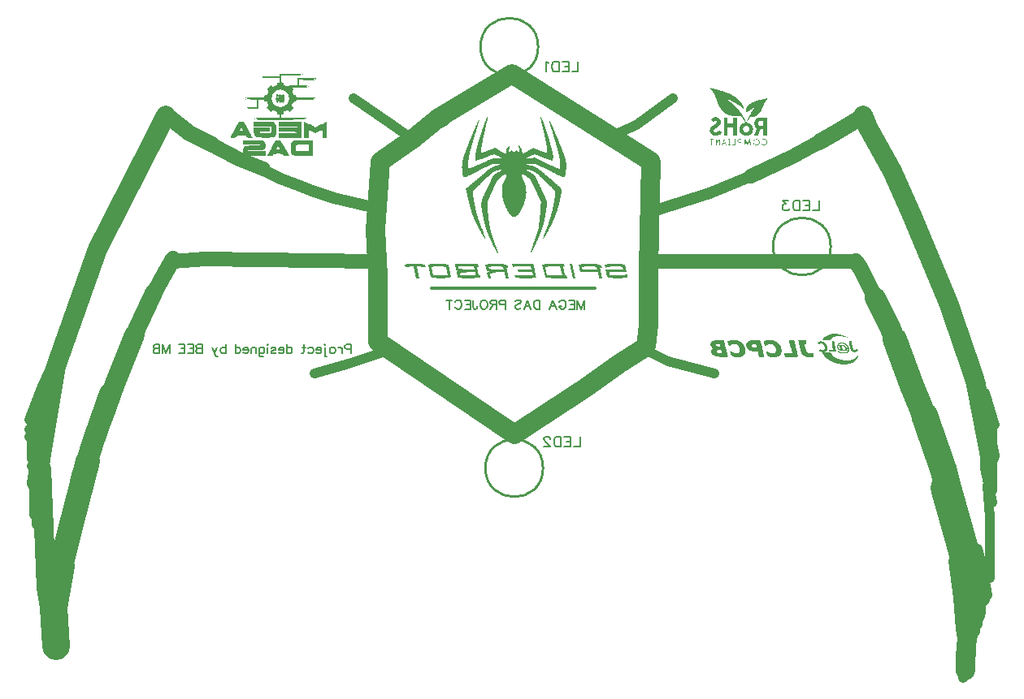
<source format=gbo>
G04 ---------------------------- Layer name :BOTTOM SILK LAYER*
G04 EasyEDA v5.5.11, Sun, 03 Jun 2018 10:16:40 GMT*
G04 422a67246ae34fc7a473e8fc002879eb*
G04 Gerber Generator version 0.2*
G04 Scale: 100 percent, Rotated: No, Reflected: No *
G04 Dimensions in millimeters *
G04 leading zeros omitted , absolute positions ,3 integer and 3 decimal *
%FSLAX33Y33*%
%MOMM*%
G90*
G71D02*

%ADD10C,0.254000*%
%ADD20C,0.203200*%
%ADD23C,0.177800*%
%ADD24C,1.999996*%
%ADD25C,1.199998*%
%ADD26C,1.499997*%
%ADD27C,1.699997*%
%ADD28C,0.999998*%
%ADD29C,2.199996*%
%ADD30C,2.499995*%
%ADD31C,2.799994*%
%ADD32C,3.199994*%
%ADD33C,1.899996*%
%ADD34C,2.099996*%
%ADD35C,2.299995*%
%ADD36C,2.899994*%
%ADD37C,0.299999*%

%LPD*%

%LPD*%
G36*
G01X53848Y59182D02*
G01X53848Y59182D01*
G01X53848Y59182D01*
G01X53862Y59158D01*
G01X53878Y59131D01*
G01X53894Y59102D01*
G01X53911Y59069D01*
G01X53928Y59033D01*
G01X53947Y58994D01*
G01X53966Y58953D01*
G01X53985Y58908D01*
G01X54005Y58862D01*
G01X54026Y58813D01*
G01X54047Y58761D01*
G01X54068Y58707D01*
G01X54091Y58651D01*
G01X54113Y58593D01*
G01X54136Y58533D01*
G01X54159Y58471D01*
G01X54183Y58408D01*
G01X54206Y58342D01*
G01X54230Y58275D01*
G01X54255Y58207D01*
G01X54279Y58137D01*
G01X54304Y58066D01*
G01X54329Y57994D01*
G01X54354Y57920D01*
G01X54379Y57846D01*
G01X54404Y57771D01*
G01X54429Y57694D01*
G01X54454Y57618D01*
G01X54479Y57540D01*
G01X54504Y57462D01*
G01X54528Y57384D01*
G01X54553Y57306D01*
G01X54578Y57227D01*
G01X54602Y57148D01*
G01X54626Y57069D01*
G01X54650Y56990D01*
G01X54673Y56911D01*
G01X54697Y56833D01*
G01X54719Y56755D01*
G01X54742Y56678D01*
G01X54764Y56601D01*
G01X54785Y56525D01*
G01X54807Y56449D01*
G01X54827Y56375D01*
G01X54847Y56301D01*
G01X54867Y56228D01*
G01X54886Y56157D01*
G01X54904Y56087D01*
G01X54922Y56018D01*
G01X54939Y55951D01*
G01X54955Y55885D01*
G01X54970Y55821D01*
G01X54985Y55759D01*
G01X54999Y55698D01*
G01X55012Y55640D01*
G01X55024Y55583D01*
G01X55035Y55529D01*
G01X55046Y55477D01*
G01X55055Y55427D01*
G01X55063Y55380D01*
G01X55071Y55336D01*
G01X55077Y55294D01*
G01X55082Y55254D01*
G01X55086Y55218D01*
G01X55086Y55218D01*
G01X55092Y55142D01*
G01X55094Y55070D01*
G01X55094Y55002D01*
G01X55089Y54939D01*
G01X55082Y54882D01*
G01X55072Y54831D01*
G01X55058Y54786D01*
G01X55042Y54748D01*
G01X55024Y54718D01*
G01X55002Y54696D01*
G01X54979Y54682D01*
G01X54953Y54677D01*
G01X54953Y54677D01*
G01X54942Y54679D01*
G01X54922Y54684D01*
G01X54895Y54693D01*
G01X54859Y54705D01*
G01X54817Y54719D01*
G01X54768Y54737D01*
G01X54712Y54757D01*
G01X54651Y54779D01*
G01X54585Y54804D01*
G01X54514Y54830D01*
G01X54439Y54859D01*
G01X54360Y54889D01*
G01X54277Y54921D01*
G01X54192Y54954D01*
G01X54105Y54988D01*
G01X54016Y55024D01*
G01X53143Y55370D01*
G01X52688Y55152D01*
G01X52688Y55152D01*
G01X52597Y55108D01*
G01X52514Y55065D01*
G01X52440Y55025D01*
G01X52377Y54989D01*
G01X52327Y54957D01*
G01X52291Y54931D01*
G01X52271Y54912D01*
G01X52268Y54901D01*
G01X52268Y54901D01*
G01X52285Y54896D01*
G01X52318Y54892D01*
G01X52366Y54891D01*
G01X52427Y54891D01*
G01X52499Y54894D01*
G01X52579Y54898D01*
G01X52667Y54905D01*
G01X52759Y54913D01*
G01X53215Y54958D01*
G01X54058Y54563D01*
G01X54058Y54563D01*
G01X54166Y54513D01*
G01X54269Y54464D01*
G01X54369Y54418D01*
G01X54465Y54374D01*
G01X54558Y54331D01*
G01X54647Y54290D01*
G01X54732Y54251D01*
G01X54814Y54214D01*
G01X54892Y54179D01*
G01X54966Y54145D01*
G01X55037Y54114D01*
G01X55105Y54084D01*
G01X55169Y54055D01*
G01X55230Y54029D01*
G01X55288Y54004D01*
G01X55342Y53981D01*
G01X55393Y53960D01*
G01X55441Y53940D01*
G01X55485Y53923D01*
G01X55526Y53906D01*
G01X55565Y53892D01*
G01X55600Y53879D01*
G01X55632Y53867D01*
G01X55661Y53857D01*
G01X55687Y53849D01*
G01X55711Y53842D01*
G01X55731Y53837D01*
G01X55748Y53834D01*
G01X55763Y53832D01*
G01X55775Y53831D01*
G01X55784Y53832D01*
G01X55790Y53834D01*
G01X55790Y53834D01*
G01X55799Y53847D01*
G01X55808Y53875D01*
G01X55816Y53914D01*
G01X55822Y53964D01*
G01X55828Y54022D01*
G01X55832Y54088D01*
G01X55834Y54160D01*
G01X55835Y54236D01*
G01X55835Y54236D01*
G01X55835Y54268D01*
G01X55834Y54301D01*
G01X55833Y54334D01*
G01X55832Y54369D01*
G01X55830Y54404D01*
G01X55827Y54440D01*
G01X55824Y54477D01*
G01X55821Y54515D01*
G01X55817Y54553D01*
G01X55813Y54593D01*
G01X55808Y54633D01*
G01X55803Y54674D01*
G01X55797Y54716D01*
G01X55791Y54759D01*
G01X55784Y54803D01*
G01X55777Y54848D01*
G01X55770Y54894D01*
G01X55762Y54940D01*
G01X55753Y54988D01*
G01X55744Y55036D01*
G01X55735Y55086D01*
G01X55725Y55136D01*
G01X55714Y55187D01*
G01X55703Y55240D01*
G01X55692Y55293D01*
G01X55680Y55347D01*
G01X55668Y55403D01*
G01X55655Y55459D01*
G01X55642Y55516D01*
G01X55628Y55574D01*
G01X55613Y55634D01*
G01X55598Y55694D01*
G01X55583Y55756D01*
G01X55567Y55818D01*
G01X55551Y55882D01*
G01X55534Y55946D01*
G01X55516Y56012D01*
G01X55499Y56079D01*
G01X55480Y56147D01*
G01X55461Y56216D01*
G01X55442Y56286D01*
G01X55422Y56357D01*
G01X55401Y56430D01*
G01X55380Y56503D01*
G01X55358Y56578D01*
G01X55336Y56654D01*
G01X55314Y56731D01*
G01X55291Y56809D01*
G01X55267Y56888D01*
G01X55243Y56969D01*
G01X55218Y57051D01*
G01X55192Y57134D01*
G01X55166Y57218D01*
G01X55140Y57303D01*
G01X55113Y57390D01*
G01X55086Y57478D01*
G01X55057Y57567D01*
G01X55029Y57657D01*
G01X55000Y57749D01*
G01X54970Y57842D01*
G01X54970Y57842D01*
G01X54937Y57944D01*
G01X54906Y58044D01*
G01X54875Y58141D01*
G01X54846Y58234D01*
G01X54819Y58323D01*
G01X54793Y58408D01*
G01X54769Y58487D01*
G01X54747Y58561D01*
G01X54728Y58629D01*
G01X54710Y58690D01*
G01X54695Y58744D01*
G01X54683Y58790D01*
G01X54674Y58828D01*
G01X54667Y58857D01*
G01X54664Y58877D01*
G01X54664Y58886D01*
G01X54664Y58886D01*
G01X54666Y58892D01*
G01X54671Y58894D01*
G01X54676Y58893D01*
G01X54682Y58889D01*
G01X54690Y58882D01*
G01X54698Y58872D01*
G01X54708Y58860D01*
G01X54719Y58844D01*
G01X54730Y58826D01*
G01X54743Y58806D01*
G01X54757Y58783D01*
G01X54771Y58757D01*
G01X54787Y58729D01*
G01X54803Y58699D01*
G01X54821Y58666D01*
G01X54839Y58631D01*
G01X54858Y58594D01*
G01X54877Y58555D01*
G01X54898Y58513D01*
G01X54919Y58470D01*
G01X54941Y58425D01*
G01X54963Y58378D01*
G01X54986Y58329D01*
G01X55010Y58278D01*
G01X55034Y58226D01*
G01X55059Y58172D01*
G01X55084Y58116D01*
G01X55110Y58059D01*
G01X55137Y58000D01*
G01X55164Y57940D01*
G01X55191Y57879D01*
G01X55218Y57817D01*
G01X55246Y57753D01*
G01X55275Y57688D01*
G01X55304Y57622D01*
G01X55332Y57555D01*
G01X55362Y57487D01*
G01X55391Y57419D01*
G01X55421Y57349D01*
G01X55451Y57279D01*
G01X55481Y57208D01*
G01X55511Y57136D01*
G01X55541Y57063D01*
G01X55571Y56991D01*
G01X55602Y56917D01*
G01X55632Y56844D01*
G01X55662Y56770D01*
G01X55693Y56695D01*
G01X55723Y56621D01*
G01X55753Y56546D01*
G01X55783Y56472D01*
G01X55813Y56397D01*
G01X55843Y56322D01*
G01X55873Y56247D01*
G01X55902Y56173D01*
G01X55931Y56099D01*
G01X55960Y56025D01*
G01X55988Y55951D01*
G01X56017Y55878D01*
G01X56044Y55805D01*
G01X56072Y55733D01*
G01X56099Y55661D01*
G01X56125Y55590D01*
G01X56152Y55520D01*
G01X56177Y55450D01*
G01X56202Y55382D01*
G01X56227Y55314D01*
G01X56251Y55247D01*
G01X56251Y55247D01*
G01X56278Y55171D01*
G01X56303Y55101D01*
G01X56325Y55038D01*
G01X56345Y54979D01*
G01X56362Y54926D01*
G01X56377Y54876D01*
G01X56391Y54828D01*
G01X56402Y54783D01*
G01X56412Y54740D01*
G01X56420Y54697D01*
G01X56427Y54654D01*
G01X56433Y54610D01*
G01X56437Y54564D01*
G01X56440Y54516D01*
G01X56443Y54464D01*
G01X56445Y54409D01*
G01X56446Y54348D01*
G01X56446Y54282D01*
G01X56447Y54210D01*
G01X56447Y54130D01*
G01X56447Y54130D01*
G01X56446Y54044D01*
G01X56445Y53961D01*
G01X56442Y53879D01*
G01X56439Y53801D01*
G01X56435Y53724D01*
G01X56430Y53651D01*
G01X56424Y53580D01*
G01X56417Y53513D01*
G01X56409Y53448D01*
G01X56400Y53386D01*
G01X56391Y53328D01*
G01X56381Y53273D01*
G01X56370Y53221D01*
G01X56358Y53173D01*
G01X56346Y53129D01*
G01X56332Y53088D01*
G01X56318Y53051D01*
G01X56304Y53019D01*
G01X56288Y52990D01*
G01X56272Y52965D01*
G01X56272Y52965D01*
G01X56266Y52957D01*
G01X56259Y52951D01*
G01X56251Y52945D01*
G01X56242Y52941D01*
G01X56231Y52938D01*
G01X56218Y52937D01*
G01X56202Y52938D01*
G01X56184Y52940D01*
G01X56163Y52945D01*
G01X56138Y52952D01*
G01X56110Y52961D01*
G01X56077Y52973D01*
G01X56040Y52987D01*
G01X55998Y53004D01*
G01X55952Y53024D01*
G01X55899Y53048D01*
G01X55841Y53074D01*
G01X55777Y53104D01*
G01X55706Y53137D01*
G01X55629Y53174D01*
G01X55544Y53215D01*
G01X55451Y53260D01*
G01X55351Y53309D01*
G01X55243Y53362D01*
G01X55126Y53420D01*
G01X55000Y53482D01*
G01X54865Y53549D01*
G01X54720Y53620D01*
G01X53229Y54358D01*
G01X52743Y54354D01*
G01X52258Y54350D01*
G01X52796Y54176D01*
G01X52796Y54176D01*
G01X52842Y54161D01*
G01X52886Y54147D01*
G01X52928Y54133D01*
G01X52969Y54119D01*
G01X53008Y54105D01*
G01X53046Y54091D01*
G01X53083Y54077D01*
G01X53120Y54063D01*
G01X53155Y54048D01*
G01X53190Y54033D01*
G01X53225Y54017D01*
G01X53260Y54001D01*
G01X53294Y53983D01*
G01X53329Y53965D01*
G01X53364Y53946D01*
G01X53399Y53925D01*
G01X53435Y53904D01*
G01X53472Y53881D01*
G01X53509Y53856D01*
G01X53548Y53830D01*
G01X53588Y53802D01*
G01X53630Y53772D01*
G01X53673Y53741D01*
G01X53718Y53707D01*
G01X53765Y53671D01*
G01X53814Y53633D01*
G01X53865Y53592D01*
G01X53919Y53549D01*
G01X53975Y53503D01*
G01X54034Y53455D01*
G01X54096Y53404D01*
G01X54161Y53349D01*
G01X54230Y53292D01*
G01X54301Y53231D01*
G01X54377Y53167D01*
G01X54456Y53100D01*
G01X54539Y53029D01*
G01X54626Y52955D01*
G01X54717Y52877D01*
G01X54813Y52795D01*
G01X54813Y52795D01*
G01X54923Y52700D01*
G01X55027Y52611D01*
G01X55124Y52527D01*
G01X55215Y52447D01*
G01X55299Y52373D01*
G01X55378Y52304D01*
G01X55451Y52238D01*
G01X55518Y52177D01*
G01X55580Y52120D01*
G01X55637Y52067D01*
G01X55689Y52017D01*
G01X55736Y51971D01*
G01X55779Y51928D01*
G01X55817Y51888D01*
G01X55851Y51850D01*
G01X55880Y51816D01*
G01X55906Y51783D01*
G01X55929Y51752D01*
G01X55948Y51724D01*
G01X55963Y51697D01*
G01X55976Y51672D01*
G01X55986Y51648D01*
G01X55993Y51625D01*
G01X55997Y51603D01*
G01X56000Y51581D01*
G01X56000Y51560D01*
G01X55998Y51539D01*
G01X55995Y51519D01*
G01X55995Y51519D01*
G01X55978Y51433D01*
G01X55961Y51350D01*
G01X55944Y51267D01*
G01X55927Y51186D01*
G01X55911Y51106D01*
G01X55894Y51028D01*
G01X55877Y50950D01*
G01X55861Y50874D01*
G01X55844Y50799D01*
G01X55828Y50725D01*
G01X55811Y50653D01*
G01X55795Y50581D01*
G01X55778Y50510D01*
G01X55762Y50441D01*
G01X55745Y50372D01*
G01X55729Y50304D01*
G01X55712Y50238D01*
G01X55696Y50172D01*
G01X55679Y50107D01*
G01X55662Y50043D01*
G01X55646Y49980D01*
G01X55629Y49917D01*
G01X55612Y49855D01*
G01X55595Y49794D01*
G01X55577Y49734D01*
G01X55560Y49675D01*
G01X55543Y49616D01*
G01X55525Y49557D01*
G01X55507Y49500D01*
G01X55489Y49442D01*
G01X55471Y49386D01*
G01X55453Y49330D01*
G01X55434Y49274D01*
G01X55416Y49219D01*
G01X55397Y49164D01*
G01X55377Y49109D01*
G01X55358Y49055D01*
G01X55338Y49001D01*
G01X55319Y48948D01*
G01X55298Y48895D01*
G01X55278Y48842D01*
G01X55257Y48789D01*
G01X55236Y48737D01*
G01X55215Y48684D01*
G01X55193Y48632D01*
G01X55171Y48580D01*
G01X55149Y48528D01*
G01X55126Y48475D01*
G01X55103Y48423D01*
G01X55080Y48371D01*
G01X55056Y48319D01*
G01X55032Y48267D01*
G01X55007Y48215D01*
G01X54982Y48162D01*
G01X54957Y48109D01*
G01X54931Y48057D01*
G01X54905Y48004D01*
G01X54878Y47950D01*
G01X54851Y47897D01*
G01X54824Y47843D01*
G01X54795Y47789D01*
G01X54767Y47734D01*
G01X54738Y47679D01*
G01X54708Y47623D01*
G01X54678Y47568D01*
G01X54648Y47511D01*
G01X54617Y47454D01*
G01X54585Y47397D01*
G01X54585Y47397D01*
G01X54548Y47330D01*
G01X54512Y47266D01*
G01X54478Y47205D01*
G01X54445Y47146D01*
G01X54413Y47091D01*
G01X54383Y47038D01*
G01X54354Y46987D01*
G01X54326Y46940D01*
G01X54300Y46895D01*
G01X54275Y46853D01*
G01X54252Y46814D01*
G01X54229Y46777D01*
G01X54208Y46744D01*
G01X54189Y46713D01*
G01X54171Y46685D01*
G01X54154Y46660D01*
G01X54138Y46638D01*
G01X54124Y46618D01*
G01X54111Y46602D01*
G01X54100Y46588D01*
G01X54089Y46577D01*
G01X54081Y46569D01*
G01X54073Y46564D01*
G01X54067Y46562D01*
G01X54062Y46563D01*
G01X54059Y46567D01*
G01X54056Y46573D01*
G01X54056Y46583D01*
G01X54056Y46595D01*
G01X54058Y46611D01*
G01X54061Y46629D01*
G01X54066Y46651D01*
G01X54072Y46675D01*
G01X54079Y46703D01*
G01X54088Y46733D01*
G01X54098Y46767D01*
G01X54109Y46803D01*
G01X54121Y46843D01*
G01X54135Y46885D01*
G01X54151Y46931D01*
G01X54167Y46980D01*
G01X54185Y47031D01*
G01X54205Y47086D01*
G01X54225Y47144D01*
G01X54247Y47205D01*
G01X54270Y47269D01*
G01X54295Y47336D01*
G01X54321Y47407D01*
G01X54348Y47480D01*
G01X54377Y47557D01*
G01X54407Y47636D01*
G01X54438Y47719D01*
G01X54471Y47805D01*
G01X54505Y47895D01*
G01X54541Y47987D01*
G01X54577Y48083D01*
G01X54577Y48083D01*
G01X54596Y48133D01*
G01X54615Y48184D01*
G01X54634Y48235D01*
G01X54653Y48287D01*
G01X54671Y48339D01*
G01X54689Y48391D01*
G01X54707Y48444D01*
G01X54725Y48498D01*
G01X54743Y48552D01*
G01X54760Y48606D01*
G01X54777Y48661D01*
G01X54794Y48716D01*
G01X54811Y48772D01*
G01X54828Y48828D01*
G01X54844Y48885D01*
G01X54861Y48942D01*
G01X54877Y49000D01*
G01X54893Y49058D01*
G01X54908Y49117D01*
G01X54924Y49177D01*
G01X54939Y49236D01*
G01X54955Y49297D01*
G01X54970Y49357D01*
G01X54984Y49419D01*
G01X54999Y49481D01*
G01X55014Y49543D01*
G01X55028Y49606D01*
G01X55042Y49670D01*
G01X55056Y49734D01*
G01X55070Y49798D01*
G01X55083Y49864D01*
G01X55097Y49929D01*
G01X55110Y49996D01*
G01X55123Y50063D01*
G01X55136Y50130D01*
G01X55149Y50198D01*
G01X55162Y50267D01*
G01X55174Y50336D01*
G01X55187Y50406D01*
G01X55199Y50477D01*
G01X55211Y50548D01*
G01X55223Y50619D01*
G01X55234Y50692D01*
G01X55246Y50765D01*
G01X55257Y50838D01*
G01X55269Y50912D01*
G01X55280Y50987D01*
G01X55291Y51063D01*
G01X55291Y51063D01*
G01X55298Y51111D01*
G01X55304Y51155D01*
G01X55310Y51197D01*
G01X55314Y51235D01*
G01X55318Y51272D01*
G01X55319Y51306D01*
G01X55319Y51339D01*
G01X55317Y51370D01*
G01X55313Y51401D01*
G01X55306Y51432D01*
G01X55296Y51462D01*
G01X55283Y51494D01*
G01X55266Y51525D01*
G01X55246Y51559D01*
G01X55222Y51593D01*
G01X55194Y51630D01*
G01X55161Y51670D01*
G01X55124Y51712D01*
G01X55082Y51758D01*
G01X55034Y51807D01*
G01X54982Y51860D01*
G01X54923Y51918D01*
G01X54858Y51980D01*
G01X54787Y52048D01*
G01X54710Y52122D01*
G01X54626Y52202D01*
G01X54535Y52288D01*
G01X54436Y52381D01*
G01X54436Y52381D01*
G01X54337Y52475D01*
G01X54243Y52563D01*
G01X54155Y52647D01*
G01X54072Y52725D01*
G01X53994Y52798D01*
G01X53921Y52867D01*
G01X53852Y52932D01*
G01X53787Y52992D01*
G01X53727Y53048D01*
G01X53671Y53100D01*
G01X53618Y53148D01*
G01X53568Y53193D01*
G01X53522Y53234D01*
G01X53478Y53272D01*
G01X53437Y53307D01*
G01X53399Y53339D01*
G01X53363Y53368D01*
G01X53329Y53395D01*
G01X53296Y53419D01*
G01X53265Y53441D01*
G01X53236Y53462D01*
G01X53207Y53480D01*
G01X53180Y53497D01*
G01X53153Y53512D01*
G01X53126Y53526D01*
G01X53100Y53539D01*
G01X53074Y53550D01*
G01X53047Y53561D01*
G01X53020Y53572D01*
G01X52992Y53582D01*
G01X52963Y53592D01*
G01X52932Y53601D01*
G01X52901Y53611D01*
G01X52868Y53621D01*
G01X52832Y53632D01*
G01X52795Y53643D01*
G01X52795Y53643D01*
G01X52708Y53669D01*
G01X52629Y53692D01*
G01X52560Y53711D01*
G01X52499Y53727D01*
G01X52447Y53739D01*
G01X52404Y53748D01*
G01X52369Y53753D01*
G01X52343Y53754D01*
G01X52326Y53752D01*
G01X52318Y53745D01*
G01X52318Y53735D01*
G01X52327Y53720D01*
G01X52344Y53701D01*
G01X52370Y53678D01*
G01X52404Y53651D01*
G01X52446Y53620D01*
G01X52497Y53584D01*
G01X52556Y53543D01*
G01X52623Y53498D01*
G01X52699Y53448D01*
G01X53184Y53130D01*
G01X53457Y52593D01*
G01X53457Y52593D01*
G01X53490Y52528D01*
G01X53523Y52461D01*
G01X53557Y52394D01*
G01X53591Y52325D01*
G01X53625Y52256D01*
G01X53659Y52186D01*
G01X53693Y52116D01*
G01X53727Y52045D01*
G01X53761Y51974D01*
G01X53795Y51903D01*
G01X53828Y51832D01*
G01X53861Y51761D01*
G01X53894Y51690D01*
G01X53927Y51620D01*
G01X53959Y51550D01*
G01X53991Y51480D01*
G01X54022Y51412D01*
G01X54053Y51344D01*
G01X54083Y51278D01*
G01X54112Y51213D01*
G01X54140Y51149D01*
G01X54168Y51086D01*
G01X54194Y51025D01*
G01X54220Y50965D01*
G01X54245Y50908D01*
G01X54269Y50852D01*
G01X54291Y50799D01*
G01X54312Y50747D01*
G01X54332Y50698D01*
G01X54351Y50651D01*
G01X54369Y50607D01*
G01X54385Y50566D01*
G01X54399Y50528D01*
G01X54412Y50492D01*
G01X54424Y50460D01*
G01X54433Y50430D01*
G01X54442Y50405D01*
G01X54448Y50382D01*
G01X54452Y50364D01*
G01X54455Y50349D01*
G01X54455Y50349D01*
G01X54457Y50326D01*
G01X54458Y50298D01*
G01X54458Y50265D01*
G01X54456Y50228D01*
G01X54454Y50187D01*
G01X54450Y50142D01*
G01X54445Y50093D01*
G01X54440Y50040D01*
G01X54433Y49984D01*
G01X54426Y49924D01*
G01X54418Y49862D01*
G01X54409Y49797D01*
G01X54399Y49729D01*
G01X54389Y49659D01*
G01X54378Y49587D01*
G01X54366Y49514D01*
G01X54353Y49438D01*
G01X54340Y49361D01*
G01X54327Y49283D01*
G01X54313Y49204D01*
G01X54299Y49124D01*
G01X54284Y49043D01*
G01X54269Y48962D01*
G01X54253Y48881D01*
G01X54237Y48800D01*
G01X54221Y48719D01*
G01X54205Y48638D01*
G01X54189Y48559D01*
G01X54172Y48480D01*
G01X54156Y48402D01*
G01X54139Y48326D01*
G01X54122Y48251D01*
G01X54106Y48179D01*
G01X54089Y48108D01*
G01X54073Y48039D01*
G01X54057Y47973D01*
G01X54041Y47909D01*
G01X54025Y47848D01*
G01X54009Y47791D01*
G01X53994Y47736D01*
G01X53979Y47686D01*
G01X53965Y47638D01*
G01X53951Y47595D01*
G01X53937Y47556D01*
G01X53937Y47556D01*
G01X53917Y47502D01*
G01X53896Y47445D01*
G01X53874Y47387D01*
G01X53851Y47327D01*
G01X53826Y47265D01*
G01X53801Y47202D01*
G01X53775Y47137D01*
G01X53748Y47072D01*
G01X53720Y47005D01*
G01X53692Y46938D01*
G01X53663Y46870D01*
G01X53633Y46801D01*
G01X53603Y46731D01*
G01X53572Y46661D01*
G01X53541Y46591D01*
G01X53510Y46521D01*
G01X53478Y46451D01*
G01X53447Y46380D01*
G01X53415Y46311D01*
G01X53383Y46241D01*
G01X53351Y46172D01*
G01X53319Y46104D01*
G01X53287Y46036D01*
G01X53255Y45969D01*
G01X53224Y45903D01*
G01X53193Y45839D01*
G01X53162Y45775D01*
G01X53131Y45714D01*
G01X53102Y45653D01*
G01X53072Y45594D01*
G01X53044Y45537D01*
G01X53016Y45482D01*
G01X52988Y45429D01*
G01X52962Y45379D01*
G01X52936Y45330D01*
G01X52911Y45284D01*
G01X52888Y45241D01*
G01X52865Y45200D01*
G01X52843Y45162D01*
G01X52823Y45127D01*
G01X52804Y45095D01*
G01X52786Y45066D01*
G01X52769Y45041D01*
G01X52754Y45019D01*
G01X52741Y45001D01*
G01X52729Y44986D01*
G01X52718Y44975D01*
G01X52709Y44968D01*
G01X52702Y44966D01*
G01X52697Y44967D01*
G01X52694Y44973D01*
G01X52692Y44984D01*
G01X52692Y44984D01*
G01X52693Y44989D01*
G01X52696Y45001D01*
G01X52701Y45019D01*
G01X52708Y45042D01*
G01X52717Y45071D01*
G01X52727Y45105D01*
G01X52740Y45144D01*
G01X52753Y45188D01*
G01X52769Y45236D01*
G01X52786Y45289D01*
G01X52804Y45346D01*
G01X52824Y45407D01*
G01X52845Y45472D01*
G01X52867Y45541D01*
G01X52890Y45612D01*
G01X52915Y45687D01*
G01X52940Y45765D01*
G01X52967Y45845D01*
G01X52994Y45928D01*
G01X53022Y46014D01*
G01X53051Y46101D01*
G01X53081Y46190D01*
G01X53111Y46281D01*
G01X53142Y46374D01*
G01X53593Y47727D01*
G01X53686Y48638D01*
G01X53686Y48638D01*
G01X53694Y48714D01*
G01X53702Y48791D01*
G01X53710Y48869D01*
G01X53717Y48947D01*
G01X53725Y49025D01*
G01X53732Y49103D01*
G01X53740Y49180D01*
G01X53747Y49256D01*
G01X53754Y49331D01*
G01X53761Y49404D01*
G01X53768Y49475D01*
G01X53774Y49544D01*
G01X53780Y49610D01*
G01X53785Y49673D01*
G01X53791Y49732D01*
G01X53795Y49788D01*
G01X53800Y49839D01*
G01X53803Y49887D01*
G01X53807Y49929D01*
G01X53809Y49966D01*
G01X53839Y50382D01*
G01X53465Y51196D01*
G01X53465Y51196D01*
G01X53412Y51311D01*
G01X53362Y51420D01*
G01X53314Y51524D01*
G01X53269Y51622D01*
G01X53226Y51714D01*
G01X53185Y51802D01*
G01X53146Y51885D01*
G01X53109Y51964D01*
G01X53073Y52038D01*
G01X53040Y52107D01*
G01X53007Y52173D01*
G01X52977Y52235D01*
G01X52947Y52293D01*
G01X52918Y52347D01*
G01X52891Y52398D01*
G01X52864Y52446D01*
G01X52839Y52491D01*
G01X52813Y52533D01*
G01X52789Y52573D01*
G01X52764Y52610D01*
G01X52740Y52644D01*
G01X52716Y52677D01*
G01X52693Y52708D01*
G01X52669Y52737D01*
G01X52644Y52765D01*
G01X52620Y52791D01*
G01X52595Y52816D01*
G01X52569Y52840D01*
G01X52543Y52864D01*
G01X52515Y52887D01*
G01X52487Y52909D01*
G01X52458Y52931D01*
G01X52427Y52953D01*
G01X52396Y52975D01*
G01X52362Y52998D01*
G01X52327Y53021D01*
G01X52291Y53045D01*
G01X52252Y53069D01*
G01X52212Y53095D01*
G01X52169Y53122D01*
G01X52169Y53122D01*
G01X52110Y53158D01*
G01X52056Y53189D01*
G01X52008Y53214D01*
G01X51966Y53233D01*
G01X51929Y53246D01*
G01X51898Y53253D01*
G01X51873Y53253D01*
G01X51853Y53246D01*
G01X51838Y53233D01*
G01X51829Y53212D01*
G01X51826Y53185D01*
G01X51827Y53151D01*
G01X51834Y53109D01*
G01X51847Y53059D01*
G01X51864Y53002D01*
G01X51887Y52937D01*
G01X51915Y52864D01*
G01X51948Y52784D01*
G01X51986Y52694D01*
G01X52029Y52597D01*
G01X52029Y52597D01*
G01X52057Y52535D01*
G01X52082Y52472D01*
G01X52106Y52410D01*
G01X52129Y52348D01*
G01X52150Y52285D01*
G01X52170Y52222D01*
G01X52188Y52160D01*
G01X52205Y52097D01*
G01X52220Y52034D01*
G01X52234Y51971D01*
G01X52246Y51908D01*
G01X52257Y51845D01*
G01X52266Y51781D01*
G01X52274Y51718D01*
G01X52280Y51654D01*
G01X52285Y51590D01*
G01X52289Y51526D01*
G01X52291Y51462D01*
G01X52291Y51397D01*
G01X52290Y51333D01*
G01X52287Y51268D01*
G01X52283Y51203D01*
G01X52278Y51138D01*
G01X52271Y51072D01*
G01X52262Y51007D01*
G01X52252Y50941D01*
G01X52241Y50875D01*
G01X52228Y50809D01*
G01X52214Y50742D01*
G01X52198Y50675D01*
G01X52180Y50608D01*
G01X52161Y50541D01*
G01X52161Y50541D01*
G01X52139Y50467D01*
G01X52116Y50393D01*
G01X52091Y50319D01*
G01X52065Y50245D01*
G01X52037Y50171D01*
G01X52009Y50098D01*
G01X51979Y50025D01*
G01X51949Y49953D01*
G01X51917Y49882D01*
G01X51885Y49812D01*
G01X51853Y49743D01*
G01X51820Y49675D01*
G01X51786Y49609D01*
G01X51752Y49544D01*
G01X51718Y49481D01*
G01X51684Y49420D01*
G01X51649Y49361D01*
G01X51615Y49304D01*
G01X51581Y49249D01*
G01X51547Y49197D01*
G01X51513Y49148D01*
G01X51480Y49101D01*
G01X51447Y49058D01*
G01X51414Y49017D01*
G01X51383Y48980D01*
G01X51352Y48946D01*
G01X51322Y48916D01*
G01X51293Y48889D01*
G01X51265Y48866D01*
G01X51238Y48847D01*
G01X51212Y48833D01*
G01X51187Y48822D01*
G01X51164Y48817D01*
G01X51143Y48815D01*
G01X51123Y48819D01*
G01X51105Y48827D01*
G01X51105Y48827D01*
G01X51064Y48846D01*
G01X51026Y48853D01*
G01X50986Y48846D01*
G01X50943Y48825D01*
G01X50943Y48825D01*
G01X50926Y48818D01*
G01X50907Y48815D01*
G01X50887Y48816D01*
G01X50865Y48822D01*
G01X50842Y48831D01*
G01X50818Y48845D01*
G01X50792Y48863D01*
G01X50766Y48884D01*
G01X50738Y48909D01*
G01X50710Y48938D01*
G01X50681Y48970D01*
G01X50651Y49005D01*
G01X50620Y49043D01*
G01X50589Y49084D01*
G01X50557Y49128D01*
G01X50525Y49175D01*
G01X50493Y49224D01*
G01X50460Y49275D01*
G01X50428Y49329D01*
G01X50395Y49385D01*
G01X50362Y49443D01*
G01X50329Y49503D01*
G01X50297Y49564D01*
G01X50264Y49628D01*
G01X50232Y49692D01*
G01X50201Y49758D01*
G01X50170Y49825D01*
G01X50139Y49893D01*
G01X50110Y49963D01*
G01X50081Y50033D01*
G01X50053Y50103D01*
G01X50026Y50174D01*
G01X49999Y50246D01*
G01X49974Y50318D01*
G01X49950Y50389D01*
G01X49928Y50461D01*
G01X49928Y50461D01*
G01X49908Y50526D01*
G01X49891Y50586D01*
G01X49876Y50643D01*
G01X49862Y50697D01*
G01X49850Y50750D01*
G01X49840Y50802D01*
G01X49831Y50854D01*
G01X49824Y50907D01*
G01X49817Y50962D01*
G01X49812Y51021D01*
G01X49808Y51083D01*
G01X49805Y51151D01*
G01X49803Y51224D01*
G01X49801Y51303D01*
G01X49800Y51391D01*
G01X49800Y51487D01*
G01X49797Y52102D01*
G01X50036Y52611D01*
G01X50036Y52611D01*
G01X50076Y52697D01*
G01X50111Y52776D01*
G01X50142Y52849D01*
G01X50170Y52916D01*
G01X50193Y52977D01*
G01X50211Y53031D01*
G01X50226Y53080D01*
G01X50236Y53123D01*
G01X50241Y53159D01*
G01X50242Y53190D01*
G01X50239Y53216D01*
G01X50231Y53235D01*
G01X50219Y53249D01*
G01X50202Y53258D01*
G01X50180Y53261D01*
G01X50153Y53259D01*
G01X50122Y53251D01*
G01X50086Y53238D01*
G01X50046Y53220D01*
G01X50000Y53197D01*
G01X49949Y53169D01*
G01X49894Y53136D01*
G01X49833Y53098D01*
G01X49768Y53055D01*
G01X49768Y53055D01*
G01X49725Y53026D01*
G01X49684Y52999D01*
G01X49646Y52972D01*
G01X49610Y52945D01*
G01X49575Y52919D01*
G01X49543Y52893D01*
G01X49511Y52866D01*
G01X49481Y52839D01*
G01X49452Y52811D01*
G01X49424Y52782D01*
G01X49397Y52751D01*
G01X49370Y52719D01*
G01X49344Y52684D01*
G01X49317Y52648D01*
G01X49291Y52608D01*
G01X49264Y52566D01*
G01X49236Y52521D01*
G01X49208Y52472D01*
G01X49179Y52419D01*
G01X49149Y52362D01*
G01X49117Y52301D01*
G01X49084Y52236D01*
G01X49050Y52165D01*
G01X49013Y52089D01*
G01X48974Y52008D01*
G01X48933Y51921D01*
G01X48890Y51829D01*
G01X48844Y51729D01*
G01X48844Y51729D01*
G01X48788Y51610D01*
G01X48736Y51498D01*
G01X48688Y51393D01*
G01X48642Y51294D01*
G01X48599Y51201D01*
G01X48560Y51114D01*
G01X48523Y51032D01*
G01X48489Y50956D01*
G01X48458Y50885D01*
G01X48429Y50818D01*
G01X48402Y50756D01*
G01X48378Y50697D01*
G01X48357Y50643D01*
G01X48337Y50592D01*
G01X48320Y50544D01*
G01X48304Y50499D01*
G01X48291Y50457D01*
G01X48279Y50417D01*
G01X48269Y50380D01*
G01X48260Y50343D01*
G01X48253Y50309D01*
G01X48247Y50276D01*
G01X48243Y50243D01*
G01X48240Y50211D01*
G01X48238Y50180D01*
G01X48237Y50148D01*
G01X48237Y50116D01*
G01X48237Y50084D01*
G01X48239Y50051D01*
G01X48241Y50017D01*
G01X48243Y49981D01*
G01X48246Y49944D01*
G01X48246Y49944D01*
G01X48254Y49850D01*
G01X48262Y49758D01*
G01X48269Y49669D01*
G01X48277Y49582D01*
G01X48284Y49498D01*
G01X48291Y49416D01*
G01X48298Y49335D01*
G01X48305Y49257D01*
G01X48312Y49181D01*
G01X48319Y49107D01*
G01X48326Y49035D01*
G01X48333Y48964D01*
G01X48340Y48895D01*
G01X48347Y48828D01*
G01X48354Y48762D01*
G01X48361Y48698D01*
G01X48368Y48636D01*
G01X48375Y48574D01*
G01X48383Y48514D01*
G01X48390Y48456D01*
G01X48398Y48398D01*
G01X48405Y48341D01*
G01X48413Y48286D01*
G01X48421Y48231D01*
G01X48429Y48178D01*
G01X48437Y48125D01*
G01X48446Y48073D01*
G01X48454Y48022D01*
G01X48463Y47971D01*
G01X48473Y47921D01*
G01X48482Y47871D01*
G01X48492Y47822D01*
G01X48502Y47773D01*
G01X48512Y47724D01*
G01X48522Y47675D01*
G01X48533Y47627D01*
G01X48544Y47579D01*
G01X48556Y47531D01*
G01X48568Y47482D01*
G01X48580Y47434D01*
G01X48593Y47385D01*
G01X48606Y47336D01*
G01X48620Y47287D01*
G01X48633Y47237D01*
G01X48648Y47187D01*
G01X48663Y47136D01*
G01X48678Y47085D01*
G01X48694Y47033D01*
G01X48710Y46980D01*
G01X48727Y46927D01*
G01X48744Y46872D01*
G01X48762Y46817D01*
G01X48781Y46761D01*
G01X48800Y46703D01*
G01X48819Y46644D01*
G01X48839Y46584D01*
G01X48860Y46523D01*
G01X48881Y46461D01*
G01X48903Y46397D01*
G01X48926Y46331D01*
G01X48950Y46264D01*
G01X48974Y46195D01*
G01X48998Y46125D01*
G01X49024Y46053D01*
G01X49024Y46053D01*
G01X49053Y45969D01*
G01X49082Y45888D01*
G01X49109Y45810D01*
G01X49134Y45736D01*
G01X49159Y45665D01*
G01X49182Y45597D01*
G01X49204Y45533D01*
G01X49224Y45472D01*
G01X49243Y45414D01*
G01X49261Y45360D01*
G01X49278Y45309D01*
G01X49293Y45261D01*
G01X49307Y45216D01*
G01X49320Y45175D01*
G01X49331Y45137D01*
G01X49341Y45102D01*
G01X49350Y45070D01*
G01X49357Y45042D01*
G01X49363Y45017D01*
G01X49367Y44996D01*
G01X49370Y44978D01*
G01X49372Y44962D01*
G01X49373Y44951D01*
G01X49372Y44942D01*
G01X49370Y44937D01*
G01X49366Y44935D01*
G01X49361Y44937D01*
G01X49354Y44941D01*
G01X49347Y44949D01*
G01X49337Y44961D01*
G01X49327Y44975D01*
G01X49315Y44993D01*
G01X49301Y45014D01*
G01X49286Y45039D01*
G01X49270Y45067D01*
G01X49253Y45098D01*
G01X49233Y45132D01*
G01X49213Y45169D01*
G01X49191Y45210D01*
G01X49168Y45254D01*
G01X49143Y45302D01*
G01X49116Y45353D01*
G01X49089Y45407D01*
G01X49060Y45464D01*
G01X49029Y45524D01*
G01X48997Y45588D01*
G01X48963Y45655D01*
G01X48928Y45726D01*
G01X48892Y45800D01*
G01X48854Y45877D01*
G01X48814Y45957D01*
G01X48773Y46040D01*
G01X48773Y46040D01*
G01X48738Y46113D01*
G01X48703Y46184D01*
G01X48670Y46253D01*
G01X48638Y46320D01*
G01X48607Y46385D01*
G01X48576Y46448D01*
G01X48547Y46511D01*
G01X48519Y46571D01*
G01X48491Y46630D01*
G01X48464Y46688D01*
G01X48439Y46745D01*
G01X48414Y46801D01*
G01X48390Y46855D01*
G01X48366Y46909D01*
G01X48344Y46961D01*
G01X48322Y47013D01*
G01X48300Y47065D01*
G01X48280Y47115D01*
G01X48260Y47165D01*
G01X48240Y47215D01*
G01X48221Y47264D01*
G01X48203Y47313D01*
G01X48185Y47361D01*
G01X48168Y47410D01*
G01X48151Y47458D01*
G01X48135Y47507D01*
G01X48119Y47555D01*
G01X48103Y47604D01*
G01X48088Y47653D01*
G01X48073Y47702D01*
G01X48058Y47752D01*
G01X48044Y47803D01*
G01X48029Y47854D01*
G01X48015Y47906D01*
G01X48001Y47958D01*
G01X47988Y48011D01*
G01X47974Y48066D01*
G01X47961Y48121D01*
G01X47947Y48178D01*
G01X47934Y48235D01*
G01X47921Y48294D01*
G01X47907Y48355D01*
G01X47894Y48417D01*
G01X47880Y48480D01*
G01X47867Y48545D01*
G01X47853Y48612D01*
G01X47839Y48680D01*
G01X47825Y48751D01*
G01X47811Y48823D01*
G01X47796Y48897D01*
G01X47781Y48974D01*
G01X47766Y49052D01*
G01X47766Y49052D01*
G01X47753Y49123D01*
G01X47740Y49190D01*
G01X47727Y49255D01*
G01X47715Y49318D01*
G01X47703Y49378D01*
G01X47692Y49436D01*
G01X47682Y49492D01*
G01X47672Y49546D01*
G01X47663Y49598D01*
G01X47655Y49649D01*
G01X47647Y49697D01*
G01X47639Y49744D01*
G01X47633Y49790D01*
G01X47627Y49834D01*
G01X47622Y49877D01*
G01X47618Y49919D01*
G01X47615Y49960D01*
G01X47612Y50001D01*
G01X47610Y50040D01*
G01X47609Y50079D01*
G01X47609Y50117D01*
G01X47610Y50155D01*
G01X47612Y50193D01*
G01X47614Y50230D01*
G01X47618Y50268D01*
G01X47622Y50305D01*
G01X47628Y50343D01*
G01X47635Y50380D01*
G01X47642Y50419D01*
G01X47651Y50458D01*
G01X47661Y50497D01*
G01X47672Y50537D01*
G01X47684Y50578D01*
G01X47697Y50620D01*
G01X47712Y50663D01*
G01X47727Y50708D01*
G01X47744Y50753D01*
G01X47762Y50800D01*
G01X47782Y50849D01*
G01X47802Y50899D01*
G01X47824Y50951D01*
G01X47847Y51005D01*
G01X47872Y51061D01*
G01X47898Y51119D01*
G01X47925Y51179D01*
G01X47954Y51241D01*
G01X47984Y51306D01*
G01X48016Y51374D01*
G01X48049Y51444D01*
G01X48084Y51517D01*
G01X48120Y51593D01*
G01X48158Y51672D01*
G01X48197Y51754D01*
G01X48238Y51840D01*
G01X48280Y51928D01*
G01X48324Y52021D01*
G01X48873Y53170D01*
G01X49353Y53454D01*
G01X49353Y53454D01*
G01X49432Y53501D01*
G01X49502Y53544D01*
G01X49564Y53582D01*
G01X49617Y53616D01*
G01X49662Y53647D01*
G01X49698Y53673D01*
G01X49726Y53695D01*
G01X49745Y53714D01*
G01X49756Y53729D01*
G01X49758Y53740D01*
G01X49752Y53747D01*
G01X49737Y53750D01*
G01X49713Y53750D01*
G01X49681Y53747D01*
G01X49641Y53740D01*
G01X49591Y53729D01*
G01X49534Y53715D01*
G01X49467Y53698D01*
G01X49392Y53677D01*
G01X49308Y53654D01*
G01X49308Y53654D01*
G01X49263Y53641D01*
G01X49221Y53629D01*
G01X49182Y53617D01*
G01X49144Y53605D01*
G01X49108Y53594D01*
G01X49073Y53582D01*
G01X49040Y53569D01*
G01X49007Y53556D01*
G01X48975Y53542D01*
G01X48943Y53527D01*
G01X48911Y53510D01*
G01X48878Y53492D01*
G01X48845Y53472D01*
G01X48811Y53450D01*
G01X48775Y53425D01*
G01X48738Y53398D01*
G01X48699Y53368D01*
G01X48658Y53335D01*
G01X48614Y53299D01*
G01X48568Y53260D01*
G01X48518Y53217D01*
G01X48464Y53169D01*
G01X48407Y53118D01*
G01X48346Y53063D01*
G01X48281Y53002D01*
G01X48211Y52937D01*
G01X48136Y52867D01*
G01X48056Y52792D01*
G01X47970Y52711D01*
G01X47878Y52625D01*
G01X47780Y52532D01*
G01X47675Y52434D01*
G01X47675Y52434D01*
G01X47571Y52336D01*
G01X47475Y52244D01*
G01X47386Y52160D01*
G01X47304Y52082D01*
G01X47229Y52010D01*
G01X47160Y51943D01*
G01X47098Y51882D01*
G01X47041Y51825D01*
G01X46990Y51772D01*
G01X46945Y51723D01*
G01X46905Y51678D01*
G01X46870Y51636D01*
G01X46840Y51596D01*
G01X46814Y51559D01*
G01X46792Y51523D01*
G01X46774Y51489D01*
G01X46760Y51456D01*
G01X46748Y51424D01*
G01X46740Y51391D01*
G01X46735Y51359D01*
G01X46733Y51326D01*
G01X46732Y51292D01*
G01X46734Y51257D01*
G01X46737Y51220D01*
G01X46742Y51180D01*
G01X46748Y51138D01*
G01X46755Y51093D01*
G01X46763Y51045D01*
G01X46763Y51045D01*
G01X46776Y50963D01*
G01X46788Y50883D01*
G01X46801Y50805D01*
G01X46814Y50728D01*
G01X46826Y50652D01*
G01X46839Y50578D01*
G01X46852Y50505D01*
G01X46864Y50433D01*
G01X46877Y50362D01*
G01X46890Y50292D01*
G01X46902Y50224D01*
G01X46915Y50156D01*
G01X46928Y50089D01*
G01X46941Y50024D01*
G01X46954Y49959D01*
G01X46967Y49895D01*
G01X46980Y49831D01*
G01X46994Y49769D01*
G01X47007Y49707D01*
G01X47021Y49646D01*
G01X47035Y49585D01*
G01X47049Y49525D01*
G01X47063Y49465D01*
G01X47077Y49406D01*
G01X47092Y49347D01*
G01X47107Y49289D01*
G01X47122Y49231D01*
G01X47137Y49173D01*
G01X47153Y49115D01*
G01X47169Y49058D01*
G01X47185Y49000D01*
G01X47201Y48943D01*
G01X47218Y48886D01*
G01X47235Y48828D01*
G01X47252Y48771D01*
G01X47270Y48714D01*
G01X47288Y48656D01*
G01X47307Y48598D01*
G01X47326Y48540D01*
G01X47345Y48481D01*
G01X47365Y48423D01*
G01X47385Y48363D01*
G01X47405Y48304D01*
G01X47426Y48244D01*
G01X47448Y48183D01*
G01X47469Y48122D01*
G01X47492Y48060D01*
G01X47515Y47997D01*
G01X47538Y47934D01*
G01X47562Y47869D01*
G01X47586Y47805D01*
G01X47611Y47739D01*
G01X47611Y47739D01*
G01X47667Y47593D01*
G01X47718Y47459D01*
G01X47764Y47337D01*
G01X47806Y47228D01*
G01X47843Y47129D01*
G01X47877Y47040D01*
G01X47906Y46961D01*
G01X47932Y46891D01*
G01X47955Y46830D01*
G01X47974Y46777D01*
G01X47990Y46732D01*
G01X48003Y46693D01*
G01X48013Y46661D01*
G01X48021Y46635D01*
G01X48027Y46614D01*
G01X48030Y46597D01*
G01X48031Y46585D01*
G01X48031Y46576D01*
G01X48029Y46570D01*
G01X48026Y46567D01*
G01X48021Y46565D01*
G01X48016Y46564D01*
G01X48009Y46564D01*
G01X48002Y46564D01*
G01X48002Y46564D01*
G01X47994Y46567D01*
G01X47984Y46574D01*
G01X47971Y46586D01*
G01X47957Y46602D01*
G01X47940Y46622D01*
G01X47922Y46647D01*
G01X47902Y46675D01*
G01X47880Y46707D01*
G01X47857Y46742D01*
G01X47832Y46781D01*
G01X47806Y46823D01*
G01X47778Y46868D01*
G01X47749Y46916D01*
G01X47719Y46967D01*
G01X47688Y47020D01*
G01X47656Y47076D01*
G01X47624Y47134D01*
G01X47590Y47194D01*
G01X47556Y47256D01*
G01X47521Y47319D01*
G01X47486Y47384D01*
G01X47450Y47450D01*
G01X47414Y47518D01*
G01X47378Y47586D01*
G01X47341Y47655D01*
G01X47305Y47725D01*
G01X47269Y47796D01*
G01X47232Y47867D01*
G01X47196Y47938D01*
G01X47161Y48009D01*
G01X47125Y48080D01*
G01X47090Y48150D01*
G01X47056Y48220D01*
G01X47023Y48290D01*
G01X46990Y48358D01*
G01X46958Y48426D01*
G01X46927Y48492D01*
G01X46897Y48557D01*
G01X46868Y48621D01*
G01X46841Y48683D01*
G01X46814Y48743D01*
G01X46790Y48801D01*
G01X46766Y48856D01*
G01X46744Y48910D01*
G01X46744Y48910D01*
G01X46732Y48942D01*
G01X46719Y48978D01*
G01X46705Y49017D01*
G01X46690Y49060D01*
G01X46674Y49107D01*
G01X46658Y49156D01*
G01X46642Y49208D01*
G01X46625Y49264D01*
G01X46607Y49321D01*
G01X46589Y49382D01*
G01X46571Y49444D01*
G01X46552Y49508D01*
G01X46533Y49575D01*
G01X46513Y49643D01*
G01X46494Y49712D01*
G01X46474Y49783D01*
G01X46455Y49856D01*
G01X46435Y49929D01*
G01X46415Y50002D01*
G01X46395Y50077D01*
G01X46376Y50152D01*
G01X46356Y50227D01*
G01X46337Y50303D01*
G01X46318Y50378D01*
G01X46299Y50453D01*
G01X46280Y50527D01*
G01X46262Y50601D01*
G01X46244Y50675D01*
G01X46227Y50747D01*
G01X46210Y50818D01*
G01X46194Y50887D01*
G01X46179Y50956D01*
G01X46164Y51022D01*
G01X46149Y51087D01*
G01X46136Y51149D01*
G01X46123Y51210D01*
G01X46111Y51268D01*
G01X46100Y51323D01*
G01X46090Y51376D01*
G01X46081Y51426D01*
G01X46024Y51752D01*
G01X46178Y51887D01*
G01X46178Y51887D01*
G01X46205Y51911D01*
G01X46235Y51937D01*
G01X46268Y51966D01*
G01X46305Y51998D01*
G01X46345Y52032D01*
G01X46388Y52069D01*
G01X46433Y52108D01*
G01X46481Y52149D01*
G01X46531Y52192D01*
G01X46583Y52237D01*
G01X46638Y52284D01*
G01X46694Y52332D01*
G01X46752Y52382D01*
G01X46812Y52433D01*
G01X46872Y52485D01*
G01X46935Y52538D01*
G01X46998Y52592D01*
G01X47061Y52646D01*
G01X47126Y52701D01*
G01X47191Y52757D01*
G01X47256Y52812D01*
G01X47322Y52868D01*
G01X47387Y52924D01*
G01X47452Y52979D01*
G01X47517Y53034D01*
G01X47582Y53089D01*
G01X47645Y53143D01*
G01X47708Y53197D01*
G01X47770Y53249D01*
G01X47830Y53300D01*
G01X47890Y53351D01*
G01X47947Y53400D01*
G01X48003Y53447D01*
G01X48057Y53493D01*
G01X48109Y53537D01*
G01X48159Y53579D01*
G01X48206Y53619D01*
G01X48251Y53656D01*
G01X48293Y53692D01*
G01X48332Y53725D01*
G01X48368Y53755D01*
G01X48401Y53782D01*
G01X48431Y53807D01*
G01X48456Y53828D01*
G01X48479Y53847D01*
G01X48497Y53861D01*
G01X48511Y53873D01*
G01X48521Y53880D01*
G01X48521Y53880D01*
G01X48543Y53896D01*
G01X48574Y53913D01*
G01X48611Y53933D01*
G01X48655Y53953D01*
G01X48704Y53975D01*
G01X48758Y53997D01*
G01X48815Y54020D01*
G01X48876Y54043D01*
G01X48939Y54066D01*
G01X49004Y54089D01*
G01X49070Y54111D01*
G01X49136Y54131D01*
G01X49136Y54131D01*
G01X49227Y54159D01*
G01X49308Y54185D01*
G01X49381Y54209D01*
G01X49444Y54230D01*
G01X49498Y54249D01*
G01X49543Y54266D01*
G01X49579Y54282D01*
G01X49607Y54295D01*
G01X49625Y54307D01*
G01X49634Y54318D01*
G01X49635Y54327D01*
G01X49627Y54334D01*
G01X49610Y54341D01*
G01X49584Y54346D01*
G01X49550Y54350D01*
G01X49508Y54353D01*
G01X49457Y54356D01*
G01X49397Y54357D01*
G01X49329Y54358D01*
G01X49253Y54358D01*
G01X48805Y54358D01*
G01X47331Y53618D01*
G01X47331Y53618D01*
G01X47212Y53559D01*
G01X47100Y53502D01*
G01X46992Y53449D01*
G01X46891Y53399D01*
G01X46795Y53351D01*
G01X46705Y53307D01*
G01X46619Y53265D01*
G01X46539Y53226D01*
G01X46464Y53189D01*
G01X46393Y53156D01*
G01X46327Y53125D01*
G01X46266Y53096D01*
G01X46209Y53070D01*
G01X46157Y53046D01*
G01X46109Y53025D01*
G01X46065Y53005D01*
G01X46024Y52988D01*
G01X45988Y52974D01*
G01X45955Y52961D01*
G01X45926Y52950D01*
G01X45900Y52942D01*
G01X45877Y52935D01*
G01X45858Y52930D01*
G01X45842Y52927D01*
G01X45828Y52926D01*
G01X45817Y52927D01*
G01X45809Y52929D01*
G01X45803Y52932D01*
G01X45803Y52932D01*
G01X45786Y52953D01*
G01X45768Y52978D01*
G01X45752Y53008D01*
G01X45736Y53043D01*
G01X45721Y53081D01*
G01X45707Y53123D01*
G01X45694Y53168D01*
G01X45681Y53217D01*
G01X45670Y53269D01*
G01X45659Y53324D01*
G01X45649Y53382D01*
G01X45640Y53441D01*
G01X45631Y53503D01*
G01X45624Y53567D01*
G01X45618Y53632D01*
G01X45612Y53698D01*
G01X45608Y53766D01*
G01X45604Y53834D01*
G01X45602Y53903D01*
G01X45600Y53973D01*
G01X45600Y54042D01*
G01X45601Y54112D01*
G01X45602Y54181D01*
G01X45605Y54249D01*
G01X45609Y54317D01*
G01X45614Y54384D01*
G01X45620Y54449D01*
G01X45628Y54512D01*
G01X45636Y54574D01*
G01X45646Y54634D01*
G01X45657Y54691D01*
G01X45669Y54746D01*
G01X45669Y54746D01*
G01X45679Y54782D01*
G01X45689Y54821D01*
G01X45700Y54863D01*
G01X45713Y54907D01*
G01X45727Y54953D01*
G01X45741Y55001D01*
G01X45757Y55051D01*
G01X45774Y55103D01*
G01X45792Y55158D01*
G01X45810Y55214D01*
G01X45830Y55271D01*
G01X45850Y55331D01*
G01X45872Y55392D01*
G01X45894Y55455D01*
G01X45916Y55519D01*
G01X45940Y55584D01*
G01X45964Y55651D01*
G01X45989Y55718D01*
G01X46014Y55787D01*
G01X46040Y55857D01*
G01X46067Y55928D01*
G01X46094Y56000D01*
G01X46122Y56072D01*
G01X46150Y56146D01*
G01X46178Y56219D01*
G01X46207Y56294D01*
G01X46236Y56369D01*
G01X46266Y56444D01*
G01X46295Y56519D01*
G01X46326Y56595D01*
G01X46356Y56671D01*
G01X46386Y56747D01*
G01X46417Y56822D01*
G01X46447Y56898D01*
G01X46478Y56974D01*
G01X46509Y57049D01*
G01X46540Y57124D01*
G01X46571Y57198D01*
G01X46601Y57272D01*
G01X46632Y57345D01*
G01X46663Y57418D01*
G01X46693Y57490D01*
G01X46723Y57561D01*
G01X46753Y57631D01*
G01X46783Y57700D01*
G01X46812Y57768D01*
G01X46841Y57835D01*
G01X46870Y57900D01*
G01X46899Y57965D01*
G01X46926Y58027D01*
G01X46954Y58089D01*
G01X46981Y58149D01*
G01X47007Y58207D01*
G01X47033Y58263D01*
G01X47058Y58317D01*
G01X47083Y58370D01*
G01X47107Y58421D01*
G01X47130Y58469D01*
G01X47153Y58516D01*
G01X47175Y58560D01*
G01X47196Y58602D01*
G01X47216Y58641D01*
G01X47235Y58678D01*
G01X47254Y58713D01*
G01X47271Y58744D01*
G01X47288Y58774D01*
G01X47303Y58800D01*
G01X47318Y58823D01*
G01X47331Y58844D01*
G01X47343Y58861D01*
G01X47355Y58875D01*
G01X47365Y58887D01*
G01X47373Y58894D01*
G01X47381Y58899D01*
G01X47387Y58900D01*
G01X47392Y58897D01*
G01X47392Y58897D01*
G01X47393Y58891D01*
G01X47390Y58877D01*
G01X47386Y58856D01*
G01X47379Y58826D01*
G01X47369Y58790D01*
G01X47358Y58747D01*
G01X47344Y58697D01*
G01X47329Y58642D01*
G01X47311Y58580D01*
G01X47292Y58514D01*
G01X47271Y58442D01*
G01X47248Y58365D01*
G01X47224Y58284D01*
G01X47198Y58199D01*
G01X47171Y58110D01*
G01X47143Y58018D01*
G01X47114Y57923D01*
G01X47083Y57824D01*
G01X47052Y57724D01*
G01X47020Y57621D01*
G01X47020Y57621D01*
G01X46986Y57512D01*
G01X46952Y57405D01*
G01X46920Y57301D01*
G01X46889Y57200D01*
G01X46858Y57101D01*
G01X46829Y57005D01*
G01X46800Y56911D01*
G01X46772Y56820D01*
G01X46746Y56731D01*
G01X46720Y56644D01*
G01X46694Y56560D01*
G01X46670Y56478D01*
G01X46647Y56398D01*
G01X46624Y56320D01*
G01X46602Y56244D01*
G01X46581Y56171D01*
G01X46561Y56099D01*
G01X46542Y56029D01*
G01X46523Y55961D01*
G01X46505Y55894D01*
G01X46488Y55830D01*
G01X46472Y55767D01*
G01X46456Y55706D01*
G01X46441Y55646D01*
G01X46426Y55588D01*
G01X46413Y55531D01*
G01X46400Y55476D01*
G01X46387Y55422D01*
G01X46375Y55370D01*
G01X46364Y55318D01*
G01X46354Y55268D01*
G01X46344Y55219D01*
G01X46334Y55172D01*
G01X46325Y55125D01*
G01X46317Y55079D01*
G01X46309Y55034D01*
G01X46302Y54991D01*
G01X46296Y54948D01*
G01X46289Y54905D01*
G01X46284Y54864D01*
G01X46279Y54823D01*
G01X46274Y54783D01*
G01X46270Y54743D01*
G01X46266Y54704D01*
G01X46262Y54665D01*
G01X46259Y54627D01*
G01X46257Y54589D01*
G01X46255Y54552D01*
G01X46253Y54515D01*
G01X46252Y54477D01*
G01X46250Y54441D01*
G01X46250Y54404D01*
G01X46242Y53880D01*
G01X46378Y53886D01*
G01X46378Y53886D01*
G01X46397Y53888D01*
G01X46423Y53895D01*
G01X46457Y53905D01*
G01X46498Y53919D01*
G01X46546Y53935D01*
G01X46599Y53955D01*
G01X46658Y53978D01*
G01X46723Y54003D01*
G01X46791Y54031D01*
G01X46864Y54061D01*
G01X46941Y54093D01*
G01X47020Y54127D01*
G01X47102Y54163D01*
G01X47186Y54200D01*
G01X47272Y54238D01*
G01X47358Y54277D01*
G01X47358Y54277D01*
G01X47484Y54335D01*
G01X47602Y54389D01*
G01X47713Y54439D01*
G01X47816Y54486D01*
G01X47913Y54530D01*
G01X48004Y54571D01*
G01X48088Y54608D01*
G01X48167Y54643D01*
G01X48241Y54675D01*
G01X48310Y54704D01*
G01X48374Y54731D01*
G01X48434Y54755D01*
G01X48491Y54777D01*
G01X48544Y54797D01*
G01X48593Y54815D01*
G01X48640Y54830D01*
G01X48685Y54844D01*
G01X48727Y54856D01*
G01X48768Y54866D01*
G01X48807Y54875D01*
G01X48845Y54883D01*
G01X48883Y54889D01*
G01X48920Y54894D01*
G01X48957Y54897D01*
G01X48995Y54900D01*
G01X49034Y54902D01*
G01X49073Y54903D01*
G01X49114Y54904D01*
G01X49157Y54904D01*
G01X49202Y54903D01*
G01X49249Y54903D01*
G01X49300Y54902D01*
G01X49300Y54902D01*
G01X49396Y54901D01*
G01X49487Y54900D01*
G01X49570Y54901D01*
G01X49643Y54902D01*
G01X49705Y54904D01*
G01X49753Y54907D01*
G01X49785Y54911D01*
G01X49799Y54915D01*
G01X49799Y54915D01*
G01X49796Y54925D01*
G01X49775Y54942D01*
G01X49740Y54964D01*
G01X49691Y54992D01*
G01X49632Y55023D01*
G01X49564Y55057D01*
G01X49490Y55092D01*
G01X49413Y55128D01*
G01X49333Y55164D01*
G01X49254Y55198D01*
G01X49178Y55229D01*
G01X49107Y55258D01*
G01X49043Y55281D01*
G01X48989Y55300D01*
G01X48946Y55311D01*
G01X48917Y55315D01*
G01X48917Y55315D01*
G01X48899Y55313D01*
G01X48871Y55308D01*
G01X48835Y55299D01*
G01X48792Y55287D01*
G01X48743Y55272D01*
G01X48688Y55254D01*
G01X48628Y55234D01*
G01X48563Y55212D01*
G01X48496Y55188D01*
G01X48425Y55162D01*
G01X48353Y55135D01*
G01X48280Y55107D01*
G01X48280Y55107D01*
G01X48182Y55069D01*
G01X48086Y55032D01*
G01X47993Y54996D01*
G01X47904Y54962D01*
G01X47818Y54930D01*
G01X47736Y54899D01*
G01X47658Y54871D01*
G01X47583Y54843D01*
G01X47513Y54818D01*
G01X47447Y54795D01*
G01X47385Y54773D01*
G01X47328Y54754D01*
G01X47276Y54736D01*
G01X47229Y54721D01*
G01X47187Y54708D01*
G01X47150Y54697D01*
G01X47119Y54688D01*
G01X47093Y54682D01*
G01X47073Y54679D01*
G01X47059Y54677D01*
G01X47059Y54677D01*
G01X47043Y54680D01*
G01X47029Y54688D01*
G01X47017Y54700D01*
G01X47006Y54718D01*
G01X46997Y54740D01*
G01X46989Y54767D01*
G01X46983Y54798D01*
G01X46978Y54833D01*
G01X46974Y54873D01*
G01X46972Y54916D01*
G01X46972Y54964D01*
G01X46973Y55015D01*
G01X46976Y55069D01*
G01X46979Y55127D01*
G01X46985Y55188D01*
G01X46991Y55252D01*
G01X47000Y55320D01*
G01X47009Y55390D01*
G01X47020Y55462D01*
G01X47032Y55537D01*
G01X47046Y55615D01*
G01X47061Y55695D01*
G01X47077Y55777D01*
G01X47095Y55860D01*
G01X47114Y55946D01*
G01X47134Y56033D01*
G01X47155Y56122D01*
G01X47178Y56212D01*
G01X47178Y56212D01*
G01X47195Y56276D01*
G01X47213Y56343D01*
G01X47231Y56410D01*
G01X47250Y56480D01*
G01X47271Y56551D01*
G01X47291Y56623D01*
G01X47313Y56697D01*
G01X47335Y56771D01*
G01X47358Y56847D01*
G01X47381Y56923D01*
G01X47405Y57000D01*
G01X47429Y57078D01*
G01X47454Y57156D01*
G01X47479Y57234D01*
G01X47504Y57313D01*
G01X47530Y57392D01*
G01X47556Y57470D01*
G01X47582Y57549D01*
G01X47608Y57627D01*
G01X47634Y57706D01*
G01X47661Y57783D01*
G01X47687Y57860D01*
G01X47713Y57936D01*
G01X47740Y58011D01*
G01X47766Y58086D01*
G01X47792Y58159D01*
G01X47818Y58231D01*
G01X47844Y58302D01*
G01X47869Y58371D01*
G01X47894Y58439D01*
G01X47919Y58504D01*
G01X47943Y58569D01*
G01X47967Y58631D01*
G01X47990Y58691D01*
G01X48013Y58749D01*
G01X48035Y58804D01*
G01X48057Y58857D01*
G01X48078Y58908D01*
G01X48098Y58956D01*
G01X48117Y59001D01*
G01X48136Y59043D01*
G01X48154Y59082D01*
G01X48171Y59118D01*
G01X48187Y59151D01*
G01X48202Y59180D01*
G01X48216Y59206D01*
G01X48229Y59228D01*
G01X48240Y59247D01*
G01X48251Y59261D01*
G01X48261Y59272D01*
G01X48269Y59278D01*
G01X48276Y59281D01*
G01X48276Y59281D01*
G01X48286Y59281D01*
G01X48294Y59280D01*
G01X48301Y59277D01*
G01X48305Y59270D01*
G01X48307Y59258D01*
G01X48307Y59238D01*
G01X48304Y59210D01*
G01X48297Y59171D01*
G01X48287Y59121D01*
G01X48273Y59057D01*
G01X48254Y58979D01*
G01X48232Y58883D01*
G01X48204Y58770D01*
G01X48171Y58637D01*
G01X48134Y58483D01*
G01X48090Y58306D01*
G01X48090Y58306D01*
G01X48065Y58205D01*
G01X48041Y58105D01*
G01X48017Y58007D01*
G01X47994Y57910D01*
G01X47972Y57814D01*
G01X47950Y57719D01*
G01X47929Y57626D01*
G01X47908Y57534D01*
G01X47887Y57444D01*
G01X47868Y57355D01*
G01X47849Y57268D01*
G01X47830Y57182D01*
G01X47812Y57098D01*
G01X47795Y57016D01*
G01X47779Y56935D01*
G01X47763Y56857D01*
G01X47747Y56780D01*
G01X47732Y56704D01*
G01X47718Y56631D01*
G01X47705Y56559D01*
G01X47692Y56490D01*
G01X47680Y56422D01*
G01X47669Y56357D01*
G01X47658Y56293D01*
G01X47648Y56232D01*
G01X47638Y56173D01*
G01X47630Y56116D01*
G01X47622Y56061D01*
G01X47615Y56009D01*
G01X47608Y55958D01*
G01X47602Y55911D01*
G01X47597Y55865D01*
G01X47593Y55822D01*
G01X47589Y55782D01*
G01X47586Y55744D01*
G01X47584Y55708D01*
G01X47583Y55675D01*
G01X47583Y55645D01*
G01X47583Y55618D01*
G01X47584Y55593D01*
G01X47586Y55571D01*
G01X47588Y55552D01*
G01X47592Y55535D01*
G01X47596Y55522D01*
G01X47601Y55511D01*
G01X47607Y55504D01*
G01X47614Y55499D01*
G01X47622Y55498D01*
G01X47622Y55498D01*
G01X47632Y55499D01*
G01X47648Y55502D01*
G01X47669Y55508D01*
G01X47696Y55515D01*
G01X47728Y55525D01*
G01X47764Y55537D01*
G01X47806Y55551D01*
G01X47852Y55567D01*
G01X47903Y55584D01*
G01X47958Y55603D01*
G01X48018Y55624D01*
G01X48081Y55647D01*
G01X48148Y55672D01*
G01X48219Y55698D01*
G01X48294Y55725D01*
G01X48372Y55754D01*
G01X48453Y55785D01*
G01X48538Y55816D01*
G01X48625Y55849D01*
G01X48715Y55884D01*
G01X49047Y56010D01*
G01X49582Y55686D01*
G01X49582Y55686D01*
G01X49693Y55618D01*
G01X49790Y55560D01*
G01X49873Y55510D01*
G01X49943Y55469D01*
G01X50002Y55436D01*
G01X50051Y55411D01*
G01X50090Y55394D01*
G01X50121Y55385D01*
G01X50144Y55383D01*
G01X50161Y55389D01*
G01X50172Y55401D01*
G01X50179Y55421D01*
G01X50183Y55447D01*
G01X50184Y55479D01*
G01X50184Y55518D01*
G01X50184Y55563D01*
G01X50184Y55563D01*
G01X50185Y55623D01*
G01X50188Y55678D01*
G01X50194Y55729D01*
G01X50202Y55777D01*
G01X50214Y55823D01*
G01X50229Y55867D01*
G01X50247Y55909D01*
G01X50269Y55952D01*
G01X50296Y55995D01*
G01X50327Y56040D01*
G01X50363Y56086D01*
G01X50404Y56136D01*
G01X50404Y56136D01*
G01X50446Y56183D01*
G01X50483Y56219D01*
G01X50513Y56244D01*
G01X50538Y56257D01*
G01X50557Y56259D01*
G01X50571Y56250D01*
G01X50578Y56229D01*
G01X50580Y56197D01*
G01X50575Y56154D01*
G01X50565Y56100D01*
G01X50549Y56034D01*
G01X50527Y55957D01*
G01X50527Y55957D01*
G01X50503Y55873D01*
G01X50485Y55798D01*
G01X50473Y55734D01*
G01X50467Y55681D01*
G01X50467Y55638D01*
G01X50473Y55606D01*
G01X50485Y55585D01*
G01X50502Y55574D01*
G01X50526Y55575D01*
G01X50555Y55588D01*
G01X50589Y55611D01*
G01X50630Y55646D01*
G01X50754Y55764D01*
G01X50890Y55655D01*
G01X51025Y55546D01*
G01X51152Y55667D01*
G01X51278Y55788D01*
G01X51406Y55665D01*
G01X51406Y55665D01*
G01X51444Y55632D01*
G01X51478Y55607D01*
G01X51508Y55592D01*
G01X51534Y55585D01*
G01X51555Y55587D01*
G01X51573Y55596D01*
G01X51586Y55614D01*
G01X51595Y55638D01*
G01X51600Y55671D01*
G01X51600Y55710D01*
G01X51596Y55756D01*
G01X51588Y55809D01*
G01X51574Y55867D01*
G01X51556Y55932D01*
G01X51533Y56003D01*
G01X51506Y56079D01*
G01X51506Y56079D01*
G01X51482Y56143D01*
G01X51465Y56198D01*
G01X51454Y56241D01*
G01X51449Y56274D01*
G01X51450Y56296D01*
G01X51458Y56307D01*
G01X51472Y56308D01*
G01X51493Y56298D01*
G01X51520Y56278D01*
G01X51554Y56247D01*
G01X51594Y56205D01*
G01X51641Y56153D01*
G01X51641Y56153D01*
G01X51683Y56104D01*
G01X51720Y56056D01*
G01X51753Y56011D01*
G01X51780Y55967D01*
G01X51804Y55923D01*
G01X51823Y55878D01*
G01X51839Y55833D01*
G01X51851Y55785D01*
G01X51860Y55735D01*
G01X51866Y55682D01*
G01X51869Y55625D01*
G01X51870Y55563D01*
G01X51870Y55563D01*
G01X51870Y55518D01*
G01X51871Y55479D01*
G01X51872Y55447D01*
G01X51876Y55421D01*
G01X51883Y55401D01*
G01X51895Y55388D01*
G01X51912Y55383D01*
G01X51935Y55384D01*
G01X51965Y55393D01*
G01X52004Y55410D01*
G01X52052Y55434D01*
G01X52110Y55467D01*
G01X52179Y55507D01*
G01X52260Y55556D01*
G01X52354Y55614D01*
G01X52463Y55680D01*
G01X52463Y55680D01*
G01X52534Y55723D01*
G01X52603Y55764D01*
G01X52669Y55804D01*
G01X52732Y55841D01*
G01X52790Y55875D01*
G01X52844Y55905D01*
G01X52892Y55932D01*
G01X52934Y55955D01*
G01X52969Y55974D01*
G01X52996Y55988D01*
G01X53015Y55996D01*
G01X53025Y55999D01*
G01X53025Y55999D01*
G01X53036Y55997D01*
G01X53058Y55990D01*
G01X53090Y55979D01*
G01X53131Y55965D01*
G01X53181Y55947D01*
G01X53238Y55925D01*
G01X53302Y55901D01*
G01X53371Y55875D01*
G01X53446Y55846D01*
G01X53526Y55815D01*
G01X53608Y55782D01*
G01X53694Y55748D01*
G01X53694Y55748D01*
G01X53779Y55714D01*
G01X53863Y55682D01*
G01X53944Y55651D01*
G01X54021Y55622D01*
G01X54094Y55595D01*
G01X54161Y55571D01*
G01X54222Y55550D01*
G01X54276Y55532D01*
G01X54321Y55517D01*
G01X54358Y55507D01*
G01X54385Y55500D01*
G01X54402Y55498D01*
G01X54402Y55498D01*
G01X54413Y55499D01*
G01X54422Y55502D01*
G01X54432Y55507D01*
G01X54440Y55515D01*
G01X54447Y55525D01*
G01X54454Y55537D01*
G01X54460Y55552D01*
G01X54465Y55568D01*
G01X54469Y55587D01*
G01X54472Y55609D01*
G01X54475Y55632D01*
G01X54476Y55658D01*
G01X54477Y55687D01*
G01X54477Y55717D01*
G01X54477Y55750D01*
G01X54475Y55786D01*
G01X54472Y55824D01*
G01X54469Y55864D01*
G01X54465Y55907D01*
G01X54460Y55953D01*
G01X54454Y56000D01*
G01X54448Y56051D01*
G01X54440Y56104D01*
G01X54432Y56159D01*
G01X54422Y56217D01*
G01X54412Y56278D01*
G01X54401Y56341D01*
G01X54390Y56407D01*
G01X54377Y56475D01*
G01X54363Y56546D01*
G01X54349Y56620D01*
G01X54334Y56696D01*
G01X54317Y56775D01*
G01X54300Y56857D01*
G01X54282Y56941D01*
G01X54264Y57028D01*
G01X54244Y57118D01*
G01X54223Y57211D01*
G01X54202Y57307D01*
G01X54179Y57405D01*
G01X54156Y57506D01*
G01X54132Y57610D01*
G01X54107Y57717D01*
G01X54081Y57827D01*
G01X54054Y57939D01*
G01X54026Y58055D01*
G01X53997Y58173D01*
G01X53968Y58295D01*
G01X53968Y58295D01*
G01X53934Y58431D01*
G01X53904Y58556D01*
G01X53877Y58669D01*
G01X53853Y58771D01*
G01X53832Y58863D01*
G01X53814Y58943D01*
G01X53799Y59014D01*
G01X53787Y59075D01*
G01X53777Y59127D01*
G01X53771Y59170D01*
G01X53767Y59204D01*
G01X53766Y59230D01*
G01X53767Y59248D01*
G01X53771Y59258D01*
G01X53778Y59261D01*
G01X53787Y59258D01*
G01X53799Y59247D01*
G01X53813Y59231D01*
G01X53829Y59209D01*
G01X53848Y59182D01*
G37*

%LPD*%
G36*
G01X74687Y56273D02*
G01X74680Y56271D01*
G01X74672Y56284D01*
G01X74666Y56311D01*
G01X74660Y56353D01*
G01X74655Y56412D01*
G01X74646Y56546D01*
G01X74529Y56555D01*
G01X74471Y56563D01*
G01X74421Y56579D01*
G01X74380Y56599D01*
G01X74347Y56624D01*
G01X74322Y56653D01*
G01X74306Y56684D01*
G01X74298Y56717D01*
G01X74297Y56751D01*
G01X74305Y56784D01*
G01X74320Y56816D01*
G01X74343Y56846D01*
G01X74373Y56873D01*
G01X74411Y56895D01*
G01X74456Y56912D01*
G01X74508Y56923D01*
G01X74568Y56927D01*
G01X74719Y56927D01*
G01X74719Y56602D01*
G01X74719Y56526D01*
G01X74716Y56459D01*
G01X74712Y56400D01*
G01X74706Y56351D01*
G01X74700Y56313D01*
G01X74694Y56287D01*
G01X74687Y56273D01*
G37*

%LPC*%
G36*
G01X74452Y56632D02*
G01X74543Y56617D01*
G01X74661Y56617D01*
G01X74661Y56871D01*
G01X74544Y56871D01*
G01X74488Y56868D01*
G01X74446Y56858D01*
G01X74417Y56839D01*
G01X74395Y56811D01*
G01X74373Y56735D01*
G01X74394Y56674D01*
G01X74452Y56632D01*
G37*

%LPD*%
G36*
G01X75026Y56282D02*
G01X75012Y56275D01*
G01X74999Y56281D01*
G01X74996Y56312D01*
G01X75000Y56382D01*
G01X75011Y56483D01*
G01X75027Y56603D01*
G01X75044Y56722D01*
G01X75058Y56821D01*
G01X75068Y56890D01*
G01X75071Y56918D01*
G01X75074Y56921D01*
G01X75083Y56924D01*
G01X75096Y56926D01*
G01X75111Y56927D01*
G01X75135Y56909D01*
G01X75167Y56856D01*
G01X75206Y56775D01*
G01X75248Y56670D01*
G01X75345Y56412D01*
G01X75438Y56663D01*
G01X75468Y56741D01*
G01X75495Y56805D01*
G01X75519Y56855D01*
G01X75541Y56890D01*
G01X75560Y56912D01*
G01X75577Y56919D01*
G01X75592Y56913D01*
G01X75607Y56892D01*
G01X75619Y56857D01*
G01X75632Y56808D01*
G01X75643Y56745D01*
G01X75654Y56667D01*
G01X75669Y56560D01*
G01X75683Y56463D01*
G01X75695Y56386D01*
G01X75703Y56341D01*
G01X75706Y56313D01*
G01X75703Y56294D01*
G01X75693Y56282D01*
G01X75676Y56278D01*
G01X75656Y56288D01*
G01X75640Y56322D01*
G01X75626Y56381D01*
G01X75615Y56468D01*
G01X75607Y56555D01*
G01X75599Y56626D01*
G01X75591Y56682D01*
G01X75584Y56723D01*
G01X75576Y56750D01*
G01X75567Y56763D01*
G01X75557Y56762D01*
G01X75545Y56748D01*
G01X75531Y56720D01*
G01X75514Y56680D01*
G01X75494Y56626D01*
G01X75470Y56561D01*
G01X75431Y56460D01*
G01X75396Y56376D01*
G01X75367Y56319D01*
G01X75349Y56297D01*
G01X75331Y56314D01*
G01X75303Y56365D01*
G01X75269Y56442D01*
G01X75232Y56536D01*
G01X75194Y56642D01*
G01X75165Y56717D01*
G01X75142Y56764D01*
G01X75126Y56783D01*
G01X75113Y56773D01*
G01X75104Y56736D01*
G01X75096Y56671D01*
G01X75087Y56581D01*
G01X75079Y56502D01*
G01X75070Y56434D01*
G01X75061Y56378D01*
G01X75049Y56334D01*
G01X75038Y56301D01*
G01X75026Y56282D01*
G37*

%LPC*%

%LPD*%
G36*
G01X71650Y56289D02*
G01X71628Y56278D01*
G01X71605Y56289D01*
G01X71592Y56334D01*
G01X71585Y56425D01*
G01X71583Y56574D01*
G01X71583Y56871D01*
G01X71510Y56871D01*
G01X71482Y56873D01*
G01X71458Y56879D01*
G01X71443Y56888D01*
G01X71437Y56899D01*
G01X71452Y56910D01*
G01X71492Y56919D01*
G01X71552Y56925D01*
G01X71628Y56927D01*
G01X71703Y56925D01*
G01X71763Y56919D01*
G01X71803Y56910D01*
G01X71818Y56899D01*
G01X71812Y56888D01*
G01X71797Y56879D01*
G01X71773Y56873D01*
G01X71745Y56871D01*
G01X71672Y56871D01*
G01X71672Y56574D01*
G01X71670Y56425D01*
G01X71663Y56334D01*
G01X71650Y56289D01*
G37*

%LPC*%

%LPD*%
G36*
G01X72087Y56283D02*
G01X72067Y56278D01*
G01X72045Y56290D01*
G01X72031Y56339D01*
G01X72025Y56438D01*
G01X72023Y56602D01*
G01X72025Y56767D01*
G01X72031Y56866D01*
G01X72045Y56914D01*
G01X72067Y56927D01*
G01X72088Y56919D01*
G01X72102Y56891D01*
G01X72109Y56837D01*
G01X72111Y56752D01*
G01X72111Y56576D01*
G01X72236Y56751D01*
G01X72281Y56812D01*
G01X72320Y56861D01*
G01X72353Y56898D01*
G01X72381Y56921D01*
G01X72404Y56932D01*
G01X72423Y56928D01*
G01X72437Y56911D01*
G01X72447Y56880D01*
G01X72454Y56835D01*
G01X72457Y56775D01*
G01X72458Y56701D01*
G01X72457Y56612D01*
G01X72450Y56468D01*
G01X72441Y56368D01*
G01X72429Y56308D01*
G01X72411Y56285D01*
G01X72394Y56293D01*
G01X72383Y56335D01*
G01X72377Y56417D01*
G01X72375Y56547D01*
G01X72375Y56820D01*
G01X72243Y56648D01*
G01X72181Y56562D01*
G01X72141Y56492D01*
G01X72118Y56432D01*
G01X72111Y56376D01*
G01X72109Y56332D01*
G01X72100Y56301D01*
G01X72087Y56283D01*
G37*

%LPC*%

%LPD*%
G36*
G01X73146Y56281D02*
G01X73131Y56278D01*
G01X73112Y56286D01*
G01X73093Y56308D01*
G01X73075Y56341D01*
G01X73062Y56383D01*
G01X73040Y56435D01*
G01X73007Y56472D01*
G01X72966Y56495D01*
G01X72921Y56503D01*
G01X72876Y56498D01*
G01X72833Y56477D01*
G01X72797Y56442D01*
G01X72771Y56393D01*
G01X72755Y56353D01*
G01X72735Y56320D01*
G01X72716Y56295D01*
G01X72698Y56283D01*
G01X72682Y56280D01*
G01X72673Y56284D01*
G01X72671Y56295D01*
G01X72676Y56312D01*
G01X72689Y56351D01*
G01X72714Y56426D01*
G01X72747Y56526D01*
G01X72784Y56640D01*
G01X72811Y56724D01*
G01X72836Y56793D01*
G01X72858Y56847D01*
G01X72878Y56885D01*
G01X72898Y56908D01*
G01X72916Y56916D01*
G01X72934Y56909D01*
G01X72953Y56886D01*
G01X72973Y56849D01*
G01X72996Y56796D01*
G01X73020Y56728D01*
G01X73047Y56646D01*
G01X73084Y56533D01*
G01X73116Y56434D01*
G01X73141Y56360D01*
G01X73155Y56321D01*
G01X73159Y56303D01*
G01X73157Y56289D01*
G01X73146Y56281D01*
G37*

%LPC*%
G36*
G01X72895Y56565D02*
G01X72952Y56562D01*
G01X72978Y56579D01*
G01X72978Y56627D01*
G01X72957Y56718D01*
G01X72921Y56855D01*
G01X72873Y56715D01*
G01X72823Y56574D01*
G01X72895Y56565D01*
G37*

%LPD*%
G36*
G01X73483Y56280D02*
G01X73443Y56278D01*
G01X73403Y56280D01*
G01X73371Y56286D01*
G01X73350Y56295D01*
G01X73342Y56306D01*
G01X73345Y56317D01*
G01X73351Y56326D01*
G01X73360Y56332D01*
G01X73371Y56334D01*
G01X73383Y56354D01*
G01X73392Y56412D01*
G01X73398Y56502D01*
G01X73400Y56618D01*
G01X73399Y56738D01*
G01X73393Y56824D01*
G01X73384Y56873D01*
G01X73371Y56885D01*
G01X73360Y56880D01*
G01X73351Y56881D01*
G01X73345Y56887D01*
G01X73342Y56897D01*
G01X73352Y56909D01*
G01X73378Y56917D01*
G01X73418Y56923D01*
G01X73466Y56924D01*
G01X73511Y56921D01*
G01X73540Y56918D01*
G01X73550Y56913D01*
G01X73540Y56908D01*
G01X73523Y56892D01*
G01X73509Y56859D01*
G01X73498Y56810D01*
G01X73490Y56751D01*
G01X73485Y56684D01*
G01X73482Y56614D01*
G01X73483Y56544D01*
G01X73487Y56479D01*
G01X73494Y56421D01*
G01X73504Y56375D01*
G01X73518Y56345D01*
G01X73534Y56334D01*
G01X73550Y56332D01*
G01X73561Y56326D01*
G01X73565Y56317D01*
G01X73562Y56306D01*
G01X73547Y56295D01*
G01X73519Y56286D01*
G01X73483Y56280D01*
G37*

%LPC*%

%LPD*%
G36*
G01X74075Y56278D02*
G01X73914Y56278D01*
G01X73842Y56280D01*
G01X73792Y56286D01*
G01X73762Y56298D01*
G01X73752Y56313D01*
G01X73761Y56328D01*
G01X73784Y56339D01*
G01X73824Y56346D01*
G01X73877Y56348D01*
G01X74001Y56348D01*
G01X74010Y56637D01*
G01X74014Y56729D01*
G01X74019Y56803D01*
G01X74025Y56858D01*
G01X74032Y56897D01*
G01X74039Y56918D01*
G01X74047Y56923D01*
G01X74054Y56911D01*
G01X74060Y56881D01*
G01X74066Y56836D01*
G01X74070Y56774D01*
G01X74074Y56696D01*
G01X74075Y56602D01*
G01X74075Y56278D01*
G37*

%LPC*%

%LPD*%
G36*
G01X76326Y56281D02*
G01X76273Y56278D01*
G01X76221Y56281D01*
G01X76173Y56289D01*
G01X76128Y56304D01*
G01X76088Y56323D01*
G01X76052Y56346D01*
G01X76020Y56373D01*
G01X75992Y56404D01*
G01X75969Y56437D01*
G01X75951Y56473D01*
G01X75937Y56511D01*
G01X75928Y56551D01*
G01X75924Y56591D01*
G01X75926Y56631D01*
G01X75933Y56672D01*
G01X75945Y56713D01*
G01X75963Y56752D01*
G01X75987Y56790D01*
G01X76017Y56826D01*
G01X76052Y56860D01*
G01X76094Y56891D01*
G01X76173Y56934D01*
G01X76245Y56951D01*
G01X76321Y56944D01*
G01X76411Y56913D01*
G01X76459Y56889D01*
G01X76500Y56861D01*
G01X76534Y56829D01*
G01X76562Y56793D01*
G01X76584Y56754D01*
G01X76600Y56714D01*
G01X76610Y56671D01*
G01X76615Y56628D01*
G01X76614Y56585D01*
G01X76607Y56542D01*
G01X76595Y56501D01*
G01X76578Y56461D01*
G01X76556Y56423D01*
G01X76529Y56389D01*
G01X76498Y56357D01*
G01X76461Y56330D01*
G01X76420Y56308D01*
G01X76375Y56291D01*
G01X76326Y56281D01*
G37*

%LPC*%
G36*
G01X76222Y56340D02*
G01X76285Y56334D01*
G01X76331Y56340D01*
G01X76375Y56358D01*
G01X76418Y56384D01*
G01X76458Y56418D01*
G01X76492Y56458D01*
G01X76520Y56501D01*
G01X76538Y56547D01*
G01X76545Y56593D01*
G01X76541Y56654D01*
G01X76526Y56711D01*
G01X76502Y56760D01*
G01X76470Y56802D01*
G01X76431Y56837D01*
G01X76386Y56863D01*
G01X76337Y56880D01*
G01X76285Y56888D01*
G01X76233Y56885D01*
G01X76179Y56872D01*
G01X76127Y56847D01*
G01X76078Y56810D01*
G01X76037Y56764D01*
G01X76009Y56715D01*
G01X75993Y56663D01*
G01X75988Y56611D01*
G01X75994Y56558D01*
G01X76011Y56507D01*
G01X76037Y56461D01*
G01X76071Y56420D01*
G01X76115Y56384D01*
G01X76165Y56358D01*
G01X76222Y56340D01*
G37*

%LPD*%
G36*
G01X77124Y56281D02*
G01X77075Y56278D01*
G01X76982Y56290D01*
G01X76892Y56320D01*
G01X76829Y56357D01*
G01X76816Y56392D01*
G01X76829Y56400D01*
G01X76852Y56400D01*
G01X76882Y56392D01*
G01X76918Y56376D01*
G01X77010Y56342D01*
G01X77093Y56338D01*
G01X77169Y56362D01*
G01X77242Y56416D01*
G01X77279Y56459D01*
G01X77305Y56503D01*
G01X77322Y56549D01*
G01X77329Y56596D01*
G01X77328Y56642D01*
G01X77320Y56687D01*
G01X77304Y56729D01*
G01X77282Y56769D01*
G01X77253Y56805D01*
G01X77219Y56835D01*
G01X77181Y56859D01*
G01X77139Y56877D01*
G01X77093Y56886D01*
G01X77045Y56887D01*
G01X76994Y56878D01*
G01X76942Y56858D01*
G01X76876Y56833D01*
G01X76838Y56829D01*
G01X76832Y56848D01*
G01X76862Y56886D01*
G01X76893Y56909D01*
G01X76931Y56926D01*
G01X76974Y56938D01*
G01X77020Y56944D01*
G01X77068Y56944D01*
G01X77117Y56938D01*
G01X77165Y56925D01*
G01X77210Y56907D01*
G01X77254Y56882D01*
G01X77291Y56852D01*
G01X77322Y56819D01*
G01X77348Y56783D01*
G01X77367Y56745D01*
G01X77382Y56704D01*
G01X77390Y56662D01*
G01X77394Y56620D01*
G01X77393Y56577D01*
G01X77386Y56535D01*
G01X77375Y56495D01*
G01X77359Y56456D01*
G01X77338Y56418D01*
G01X77313Y56385D01*
G01X77284Y56354D01*
G01X77250Y56329D01*
G01X77212Y56307D01*
G01X77170Y56291D01*
G01X77124Y56281D01*
G37*

%LPC*%

%LPD*%
G36*
G01X72073Y57273D02*
G01X72019Y57273D01*
G01X71966Y57276D01*
G01X71914Y57283D01*
G01X71863Y57293D01*
G01X71813Y57306D01*
G01X71765Y57323D01*
G01X71719Y57344D01*
G01X71676Y57367D01*
G01X71635Y57395D01*
G01X71597Y57425D01*
G01X71563Y57460D01*
G01X71532Y57497D01*
G01X71505Y57538D01*
G01X71478Y57588D01*
G01X71456Y57637D01*
G01X71439Y57685D01*
G01X71426Y57733D01*
G01X71419Y57780D01*
G01X71416Y57826D01*
G01X71418Y57872D01*
G01X71424Y57918D01*
G01X71436Y57963D01*
G01X71453Y58008D01*
G01X71475Y58053D01*
G01X71501Y58097D01*
G01X71533Y58142D01*
G01X71570Y58186D01*
G01X71611Y58231D01*
G01X71658Y58275D01*
G01X71710Y58319D01*
G01X71767Y58365D01*
G01X71829Y58409D01*
G01X71896Y58455D01*
G01X71975Y58508D01*
G01X72041Y58558D01*
G01X72092Y58604D01*
G01X72130Y58646D01*
G01X72154Y58685D01*
G01X72165Y58720D01*
G01X72164Y58754D01*
G01X72151Y58785D01*
G01X72100Y58827D01*
G01X72031Y58842D01*
G01X71956Y58828D01*
G01X71888Y58787D01*
G01X71817Y58723D01*
G01X71684Y58848D01*
G01X71551Y58974D01*
G01X71652Y59063D01*
G01X71694Y59097D01*
G01X71738Y59126D01*
G01X71782Y59151D01*
G01X71829Y59172D01*
G01X71877Y59188D01*
G01X71927Y59199D01*
G01X71978Y59206D01*
G01X72029Y59208D01*
G01X72082Y59206D01*
G01X72135Y59199D01*
G01X72189Y59188D01*
G01X72243Y59171D01*
G01X72296Y59149D01*
G01X72345Y59121D01*
G01X72392Y59087D01*
G01X72433Y59048D01*
G01X72471Y59005D01*
G01X72503Y58958D01*
G01X72530Y58908D01*
G01X72551Y58856D01*
G01X72566Y58803D01*
G01X72574Y58749D01*
G01X72575Y58694D01*
G01X72568Y58641D01*
G01X72554Y58586D01*
G01X72533Y58533D01*
G01X72503Y58481D01*
G01X72466Y58430D01*
G01X72420Y58379D01*
G01X72366Y58327D01*
G01X72301Y58274D01*
G01X72227Y58219D01*
G01X72120Y58142D01*
G01X72032Y58076D01*
G01X71961Y58018D01*
G01X71906Y57969D01*
G01X71865Y57926D01*
G01X71838Y57887D01*
G01X71823Y57853D01*
G01X71818Y57821D01*
G01X71824Y57773D01*
G01X71840Y57731D01*
G01X71865Y57696D01*
G01X71898Y57669D01*
G01X71938Y57648D01*
G01X71982Y57636D01*
G01X72030Y57631D01*
G01X72081Y57634D01*
G01X72133Y57646D01*
G01X72184Y57666D01*
G01X72234Y57695D01*
G01X72280Y57734D01*
G01X72320Y57770D01*
G01X72355Y57796D01*
G01X72387Y57809D01*
G01X72419Y57811D01*
G01X72455Y57801D01*
G01X72497Y57777D01*
G01X72549Y57741D01*
G01X72613Y57691D01*
G01X72705Y57616D01*
G01X72609Y57510D01*
G01X72570Y57471D01*
G01X72528Y57434D01*
G01X72483Y57402D01*
G01X72437Y57374D01*
G01X72388Y57349D01*
G01X72338Y57328D01*
G01X72286Y57310D01*
G01X72234Y57295D01*
G01X72180Y57284D01*
G01X72127Y57277D01*
G01X72073Y57273D01*
G37*

%LPC*%

%LPD*%
G36*
G01X75250Y57278D02*
G01X75200Y57277D01*
G01X75149Y57279D01*
G01X75099Y57285D01*
G01X75048Y57293D01*
G01X74999Y57305D01*
G01X74951Y57320D01*
G01X74904Y57338D01*
G01X74857Y57359D01*
G01X74813Y57384D01*
G01X74770Y57412D01*
G01X74730Y57443D01*
G01X74691Y57477D01*
G01X74656Y57515D01*
G01X74622Y57555D01*
G01X74592Y57600D01*
G01X74564Y57647D01*
G01X74540Y57700D01*
G01X74522Y57754D01*
G01X74508Y57810D01*
G01X74500Y57867D01*
G01X74497Y57925D01*
G01X74499Y57983D01*
G01X74505Y58040D01*
G01X74516Y58097D01*
G01X74531Y58153D01*
G01X74551Y58208D01*
G01X74574Y58261D01*
G01X74602Y58312D01*
G01X74633Y58360D01*
G01X74668Y58405D01*
G01X74706Y58447D01*
G01X74747Y58485D01*
G01X74792Y58519D01*
G01X74839Y58548D01*
G01X74889Y58572D01*
G01X74942Y58591D01*
G01X74989Y58605D01*
G01X75034Y58619D01*
G01X75070Y58629D01*
G01X75094Y58636D01*
G01X75105Y58648D01*
G01X75105Y58671D01*
G01X75096Y58704D01*
G01X75079Y58745D01*
G01X75054Y58793D01*
G01X75025Y58846D01*
G01X74990Y58902D01*
G01X74952Y58960D01*
G01X74911Y59018D01*
G01X74869Y59074D01*
G01X74827Y59127D01*
G01X74786Y59174D01*
G01X74747Y59216D01*
G01X74711Y59249D01*
G01X74680Y59271D01*
G01X74654Y59282D01*
G01X74632Y59285D01*
G01X74596Y59288D01*
G01X74546Y59292D01*
G01X74487Y59295D01*
G01X74417Y59299D01*
G01X74342Y59303D01*
G01X74261Y59306D01*
G01X74177Y59310D01*
G01X74109Y59313D01*
G01X74043Y59317D01*
G01X73978Y59322D01*
G01X73914Y59328D01*
G01X73852Y59336D01*
G01X73791Y59345D01*
G01X73731Y59354D01*
G01X73672Y59365D01*
G01X73615Y59378D01*
G01X73559Y59391D01*
G01X73504Y59406D01*
G01X73450Y59422D01*
G01X73398Y59439D01*
G01X73347Y59458D01*
G01X73296Y59478D01*
G01X73248Y59499D01*
G01X73200Y59521D01*
G01X73153Y59546D01*
G01X73107Y59571D01*
G01X73062Y59598D01*
G01X73018Y59626D01*
G01X72975Y59655D01*
G01X72934Y59686D01*
G01X72892Y59719D01*
G01X72853Y59754D01*
G01X72814Y59789D01*
G01X72776Y59826D01*
G01X72738Y59865D01*
G01X72701Y59905D01*
G01X72666Y59947D01*
G01X72631Y59990D01*
G01X72597Y60035D01*
G01X72564Y60082D01*
G01X72531Y60130D01*
G01X72499Y60180D01*
G01X72468Y60232D01*
G01X72437Y60285D01*
G01X72408Y60340D01*
G01X72378Y60397D01*
G01X72350Y60456D01*
G01X72322Y60516D01*
G01X72295Y60577D01*
G01X72268Y60641D01*
G01X72241Y60708D01*
G01X72215Y60775D01*
G01X72190Y60844D01*
G01X72165Y60915D01*
G01X72141Y60988D01*
G01X72113Y61072D01*
G01X72086Y61151D01*
G01X72059Y61225D01*
G01X72033Y61296D01*
G01X72007Y61363D01*
G01X71982Y61426D01*
G01X71956Y61487D01*
G01X71930Y61545D01*
G01X71904Y61601D01*
G01X71877Y61654D01*
G01X71849Y61706D01*
G01X71821Y61756D01*
G01X71792Y61804D01*
G01X71761Y61852D01*
G01X71730Y61898D01*
G01X71697Y61945D01*
G01X71662Y61990D01*
G01X71626Y62036D01*
G01X71588Y62083D01*
G01X71548Y62130D01*
G01X71502Y62184D01*
G01X71470Y62224D01*
G01X71453Y62251D01*
G01X71452Y62266D01*
G01X71468Y62270D01*
G01X71502Y62265D01*
G01X71555Y62251D01*
G01X71628Y62230D01*
G01X71671Y62217D01*
G01X71727Y62202D01*
G01X71794Y62184D01*
G01X71868Y62164D01*
G01X71948Y62143D01*
G01X72031Y62122D01*
G01X72116Y62100D01*
G01X72199Y62080D01*
G01X72279Y62060D01*
G01X72357Y62040D01*
G01X72435Y62019D01*
G01X72511Y61997D01*
G01X72587Y61976D01*
G01X72661Y61953D01*
G01X72734Y61930D01*
G01X72806Y61907D01*
G01X72877Y61884D01*
G01X72947Y61859D01*
G01X73016Y61834D01*
G01X73083Y61809D01*
G01X73150Y61784D01*
G01X73216Y61758D01*
G01X73280Y61731D01*
G01X73344Y61704D01*
G01X73406Y61677D01*
G01X73467Y61649D01*
G01X73527Y61621D01*
G01X73585Y61592D01*
G01X73643Y61563D01*
G01X73700Y61534D01*
G01X73755Y61503D01*
G01X73809Y61473D01*
G01X73863Y61442D01*
G01X73915Y61411D01*
G01X73965Y61379D01*
G01X74015Y61347D01*
G01X74063Y61314D01*
G01X74111Y61281D01*
G01X74157Y61248D01*
G01X74202Y61214D01*
G01X74246Y61179D01*
G01X74288Y61145D01*
G01X74330Y61110D01*
G01X74370Y61074D01*
G01X74409Y61038D01*
G01X74447Y61002D01*
G01X74484Y60966D01*
G01X74519Y60929D01*
G01X74554Y60891D01*
G01X74587Y60853D01*
G01X74619Y60815D01*
G01X74649Y60776D01*
G01X74679Y60738D01*
G01X74707Y60698D01*
G01X74734Y60658D01*
G01X74759Y60618D01*
G01X74784Y60577D01*
G01X74807Y60537D01*
G01X74829Y60496D01*
G01X74850Y60454D01*
G01X74870Y60412D01*
G01X74888Y60370D01*
G01X74905Y60327D01*
G01X74921Y60284D01*
G01X74949Y60203D01*
G01X74967Y60144D01*
G01X74975Y60106D01*
G01X74972Y60088D01*
G01X74956Y60089D01*
G01X74926Y60109D01*
G01X74881Y60145D01*
G01X74821Y60198D01*
G01X74791Y60223D01*
G01X74760Y60249D01*
G01X74726Y60276D01*
G01X74691Y60303D01*
G01X74654Y60331D01*
G01X74615Y60359D01*
G01X74574Y60387D01*
G01X74531Y60416D01*
G01X74487Y60446D01*
G01X74441Y60476D01*
G01X74393Y60507D01*
G01X74344Y60537D01*
G01X74292Y60569D01*
G01X74240Y60600D01*
G01X74185Y60632D01*
G01X74129Y60665D01*
G01X74072Y60697D01*
G01X74013Y60730D01*
G01X73953Y60764D01*
G01X73891Y60797D01*
G01X73828Y60831D01*
G01X73763Y60866D01*
G01X73697Y60900D01*
G01X73629Y60935D01*
G01X73560Y60969D01*
G01X73490Y61004D01*
G01X73419Y61039D01*
G01X73346Y61075D01*
G01X73228Y61131D01*
G01X73129Y61175D01*
G01X73061Y61204D01*
G01X73033Y61211D01*
G01X73049Y61193D01*
G01X73103Y61147D01*
G01X73186Y61083D01*
G01X73288Y61007D01*
G01X73349Y60962D01*
G01X73410Y60916D01*
G01X73470Y60870D01*
G01X73528Y60823D01*
G01X73587Y60776D01*
G01X73645Y60729D01*
G01X73702Y60681D01*
G01X73758Y60632D01*
G01X73813Y60584D01*
G01X73868Y60534D01*
G01X73922Y60485D01*
G01X73975Y60435D01*
G01X74027Y60385D01*
G01X74079Y60335D01*
G01X74129Y60285D01*
G01X74178Y60234D01*
G01X74227Y60183D01*
G01X74274Y60132D01*
G01X74321Y60082D01*
G01X74367Y60030D01*
G01X74411Y59980D01*
G01X74455Y59928D01*
G01X74497Y59877D01*
G01X74538Y59826D01*
G01X74578Y59775D01*
G01X74618Y59724D01*
G01X74655Y59673D01*
G01X74692Y59622D01*
G01X74728Y59572D01*
G01X74762Y59521D01*
G01X74795Y59471D01*
G01X74827Y59421D01*
G01X74857Y59371D01*
G01X74887Y59322D01*
G01X74914Y59272D01*
G01X74941Y59224D01*
G01X74966Y59175D01*
G01X74990Y59127D01*
G01X75012Y59079D01*
G01X75033Y59032D01*
G01X75053Y58985D01*
G01X75071Y58939D01*
G01X75087Y58892D01*
G01X75102Y58847D01*
G01X75128Y58770D01*
G01X75153Y58707D01*
G01X75173Y58665D01*
G01X75187Y58649D01*
G01X75201Y58664D01*
G01X75226Y58707D01*
G01X75256Y58770D01*
G01X75289Y58846D01*
G01X75308Y58892D01*
G01X75330Y58942D01*
G01X75353Y58994D01*
G01X75379Y59047D01*
G01X75406Y59104D01*
G01X75434Y59161D01*
G01X75464Y59220D01*
G01X75495Y59280D01*
G01X75527Y59341D01*
G01X75559Y59401D01*
G01X75592Y59462D01*
G01X75626Y59522D01*
G01X75660Y59582D01*
G01X75694Y59641D01*
G01X75727Y59698D01*
G01X75760Y59754D01*
G01X75792Y59807D01*
G01X75824Y59858D01*
G01X75855Y59906D01*
G01X75884Y59952D01*
G01X75912Y59994D01*
G01X75939Y60032D01*
G01X75964Y60066D01*
G01X75987Y60096D01*
G01X76014Y60130D01*
G01X76033Y60157D01*
G01X76043Y60176D01*
G01X76044Y60188D01*
G01X76035Y60192D01*
G01X76015Y60187D01*
G01X75984Y60175D01*
G01X75940Y60153D01*
G01X75883Y60122D01*
G01X75812Y60082D01*
G01X75727Y60033D01*
G01X75626Y59973D01*
G01X75512Y59906D01*
G01X75418Y59851D01*
G01X75342Y59807D01*
G01X75283Y59774D01*
G01X75237Y59752D01*
G01X75205Y59741D01*
G01X75182Y59739D01*
G01X75169Y59746D01*
G01X75162Y59763D01*
G01X75159Y59787D01*
G01X75159Y59819D01*
G01X75159Y59859D01*
G01X75160Y59906D01*
G01X75164Y59952D01*
G01X75171Y59998D01*
G01X75179Y60043D01*
G01X75191Y60087D01*
G01X75205Y60130D01*
G01X75222Y60173D01*
G01X75240Y60215D01*
G01X75262Y60256D01*
G01X75286Y60296D01*
G01X75313Y60336D01*
G01X75341Y60374D01*
G01X75372Y60412D01*
G01X75407Y60449D01*
G01X75443Y60485D01*
G01X75481Y60521D01*
G01X75522Y60555D01*
G01X75566Y60589D01*
G01X75611Y60621D01*
G01X75659Y60653D01*
G01X75710Y60684D01*
G01X75763Y60714D01*
G01X75818Y60743D01*
G01X75875Y60771D01*
G01X75935Y60798D01*
G01X75997Y60824D01*
G01X76061Y60850D01*
G01X76128Y60874D01*
G01X76197Y60898D01*
G01X76268Y60920D01*
G01X76342Y60942D01*
G01X76417Y60962D01*
G01X76495Y60982D01*
G01X76575Y61000D01*
G01X76657Y61018D01*
G01X76742Y61034D01*
G01X76795Y61045D01*
G01X76854Y61057D01*
G01X76914Y61070D01*
G01X76975Y61083D01*
G01X77034Y61097D01*
G01X77090Y61110D01*
G01X77140Y61124D01*
G01X77185Y61135D01*
G01X77261Y61157D01*
G01X77327Y61174D01*
G01X77374Y61186D01*
G01X77396Y61190D01*
G01X77396Y61178D01*
G01X77381Y61146D01*
G01X77353Y61099D01*
G01X77317Y61041D01*
G01X77283Y60989D01*
G01X77249Y60935D01*
G01X77217Y60879D01*
G01X77184Y60822D01*
G01X77152Y60762D01*
G01X77120Y60700D01*
G01X77087Y60634D01*
G01X77055Y60566D01*
G01X77022Y60493D01*
G01X76988Y60417D01*
G01X76953Y60336D01*
G01X76918Y60250D01*
G01X76888Y60180D01*
G01X76858Y60112D01*
G01X76827Y60047D01*
G01X76795Y59985D01*
G01X76763Y59924D01*
G01X76730Y59867D01*
G01X76696Y59812D01*
G01X76662Y59760D01*
G01X76627Y59709D01*
G01X76591Y59662D01*
G01X76554Y59617D01*
G01X76517Y59575D01*
G01X76478Y59535D01*
G01X76440Y59497D01*
G01X76400Y59462D01*
G01X76359Y59429D01*
G01X76317Y59399D01*
G01X76275Y59371D01*
G01X76232Y59345D01*
G01X76188Y59322D01*
G01X76143Y59301D01*
G01X76097Y59283D01*
G01X76050Y59266D01*
G01X76002Y59253D01*
G01X75954Y59241D01*
G01X75904Y59232D01*
G01X75854Y59225D01*
G01X75802Y59220D01*
G01X75704Y59211D01*
G01X75639Y59197D01*
G01X75597Y59177D01*
G01X75569Y59146D01*
G01X75542Y59106D01*
G01X75499Y59040D01*
G01X75446Y58958D01*
G01X75388Y58868D01*
G01X75247Y58650D01*
G01X75328Y58633D01*
G01X75394Y58617D01*
G01X75457Y58596D01*
G01X75517Y58571D01*
G01X75573Y58542D01*
G01X75625Y58509D01*
G01X75674Y58472D01*
G01X75719Y58432D01*
G01X75759Y58389D01*
G01X75796Y58343D01*
G01X75827Y58295D01*
G01X75855Y58244D01*
G01X75877Y58190D01*
G01X75895Y58135D01*
G01X75908Y58078D01*
G01X75916Y58019D01*
G01X75919Y57960D01*
G01X75917Y57899D01*
G01X75908Y57837D01*
G01X75895Y57774D01*
G01X75875Y57711D01*
G01X75856Y57662D01*
G01X75832Y57615D01*
G01X75805Y57571D01*
G01X75775Y57531D01*
G01X75742Y57492D01*
G01X75706Y57458D01*
G01X75668Y57426D01*
G01X75627Y57397D01*
G01X75585Y57371D01*
G01X75541Y57349D01*
G01X75495Y57329D01*
G01X75448Y57313D01*
G01X75399Y57299D01*
G01X75350Y57289D01*
G01X75300Y57282D01*
G01X75250Y57278D01*
G37*

%LPC*%
G36*
G01X75148Y57610D02*
G01X75193Y57604D01*
G01X75237Y57605D01*
G01X75280Y57612D01*
G01X75321Y57625D01*
G01X75359Y57645D01*
G01X75396Y57669D01*
G01X75429Y57698D01*
G01X75459Y57732D01*
G01X75486Y57769D01*
G01X75507Y57809D01*
G01X75524Y57852D01*
G01X75536Y57898D01*
G01X75541Y57945D01*
G01X75540Y57994D01*
G01X75532Y58044D01*
G01X75517Y58094D01*
G01X75494Y58144D01*
G01X75468Y58183D01*
G01X75436Y58217D01*
G01X75398Y58245D01*
G01X75357Y58268D01*
G01X75312Y58284D01*
G01X75264Y58295D01*
G01X75216Y58299D01*
G01X75167Y58297D01*
G01X75120Y58288D01*
G01X75074Y58273D01*
G01X75032Y58250D01*
G01X74994Y58221D01*
G01X74957Y58183D01*
G01X74927Y58141D01*
G01X74906Y58095D01*
G01X74890Y58047D01*
G01X74882Y57997D01*
G01X74881Y57947D01*
G01X74886Y57897D01*
G01X74899Y57847D01*
G01X74918Y57800D01*
G01X74944Y57755D01*
G01X74977Y57713D01*
G01X75017Y57676D01*
G01X75060Y57646D01*
G01X75104Y57624D01*
G01X75148Y57610D01*
G37*

%LPD*%
G36*
G01X73284Y57294D02*
G01X72873Y57294D01*
G01X72873Y59186D01*
G01X73284Y59186D01*
G01X73284Y58536D01*
G01X73869Y58536D01*
G01X73869Y59186D01*
G01X74280Y59186D01*
G01X74280Y57294D01*
G01X73869Y57294D01*
G01X73869Y58169D01*
G01X73284Y58169D01*
G01X73284Y57294D01*
G37*

%LPC*%

%LPD*%
G36*
G01X76438Y57294D02*
G01X76224Y57294D01*
G01X76140Y57295D01*
G01X76072Y57298D01*
G01X76026Y57302D01*
G01X76009Y57307D01*
G01X76012Y57317D01*
G01X76022Y57340D01*
G01X76036Y57375D01*
G01X76056Y57420D01*
G01X76079Y57474D01*
G01X76107Y57535D01*
G01X76136Y57601D01*
G01X76168Y57672D01*
G01X76328Y58024D01*
G01X76227Y58126D01*
G01X76194Y58164D01*
G01X76164Y58207D01*
G01X76139Y58254D01*
G01X76117Y58304D01*
G01X76098Y58356D01*
G01X76085Y58410D01*
G01X76075Y58466D01*
G01X76069Y58522D01*
G01X76067Y58579D01*
G01X76070Y58635D01*
G01X76077Y58691D01*
G01X76088Y58746D01*
G01X76103Y58798D01*
G01X76122Y58849D01*
G01X76146Y58895D01*
G01X76175Y58939D01*
G01X76210Y58985D01*
G01X76246Y59026D01*
G01X76283Y59059D01*
G01X76323Y59088D01*
G01X76369Y59111D01*
G01X76420Y59130D01*
G01X76479Y59145D01*
G01X76548Y59157D01*
G01X76629Y59166D01*
G01X76722Y59172D01*
G01X76830Y59177D01*
G01X76954Y59180D01*
G01X77416Y59189D01*
G01X77416Y57294D01*
G01X77005Y57294D01*
G01X77005Y57946D01*
G01X76853Y57938D01*
G01X76700Y57929D01*
G01X76569Y57612D01*
G01X76438Y57294D01*
G37*

%LPC*%
G36*
G01X76881Y58282D02*
G01X77005Y58282D01*
G01X77005Y58833D01*
G01X76783Y58818D01*
G01X76666Y58809D01*
G01X76591Y58794D01*
G01X76541Y58772D01*
G01X76504Y58738D01*
G01X76465Y58663D01*
G01X76450Y58572D01*
G01X76459Y58479D01*
G01X76494Y58402D01*
G01X76518Y58377D01*
G01X76551Y58353D01*
G01X76592Y58333D01*
G01X76639Y58315D01*
G01X76693Y58302D01*
G01X76752Y58291D01*
G01X76815Y58284D01*
G01X76881Y58282D01*
G37*

%LPD*%
G36*
G01X25171Y55165D02*
G01X24196Y55165D01*
G01X24082Y55165D01*
G01X23974Y55166D01*
G01X23871Y55167D01*
G01X23775Y55168D01*
G01X23685Y55171D01*
G01X23600Y55174D01*
G01X23521Y55177D01*
G01X23447Y55182D01*
G01X23378Y55188D01*
G01X23314Y55194D01*
G01X23254Y55202D01*
G01X23199Y55210D01*
G01X23149Y55220D01*
G01X23103Y55231D01*
G01X23061Y55244D01*
G01X23023Y55258D01*
G01X22988Y55273D01*
G01X22957Y55290D01*
G01X22929Y55309D01*
G01X22904Y55329D01*
G01X22882Y55351D01*
G01X22864Y55374D01*
G01X22847Y55400D01*
G01X22834Y55427D01*
G01X22822Y55457D01*
G01X22813Y55489D01*
G01X22805Y55523D01*
G01X22800Y55559D01*
G01X22795Y55598D01*
G01X22793Y55638D01*
G01X22791Y55682D01*
G01X22791Y55728D01*
G01X22791Y55782D01*
G01X22794Y55833D01*
G01X22799Y55880D01*
G01X22807Y55924D01*
G01X22817Y55963D01*
G01X22830Y56000D01*
G01X22847Y56033D01*
G01X22867Y56064D01*
G01X22892Y56091D01*
G01X22921Y56116D01*
G01X22954Y56138D01*
G01X22994Y56157D01*
G01X23038Y56174D01*
G01X23088Y56189D01*
G01X23143Y56202D01*
G01X23206Y56213D01*
G01X23275Y56222D01*
G01X23351Y56230D01*
G01X23434Y56235D01*
G01X23524Y56240D01*
G01X23623Y56243D01*
G01X23730Y56245D01*
G01X23846Y56246D01*
G01X23970Y56247D01*
G01X24080Y56247D01*
G01X24182Y56248D01*
G01X24275Y56250D01*
G01X24360Y56252D01*
G01X24436Y56255D01*
G01X24503Y56258D01*
G01X24560Y56263D01*
G01X24608Y56267D01*
G01X24646Y56272D01*
G01X24673Y56278D01*
G01X24690Y56284D01*
G01X24695Y56290D01*
G01X24691Y56295D01*
G01X24679Y56300D01*
G01X24659Y56305D01*
G01X24631Y56309D01*
G01X24596Y56312D01*
G01X24554Y56316D01*
G01X24503Y56319D01*
G01X24446Y56322D01*
G01X24382Y56325D01*
G01X24310Y56327D01*
G01X24232Y56329D01*
G01X24147Y56331D01*
G01X24056Y56332D01*
G01X23958Y56333D01*
G01X23854Y56333D01*
G01X23743Y56334D01*
G01X22791Y56334D01*
G01X22791Y56810D01*
G01X23797Y56808D01*
G01X23928Y56808D01*
G01X24049Y56807D01*
G01X24162Y56806D01*
G01X24265Y56805D01*
G01X24360Y56803D01*
G01X24446Y56801D01*
G01X24524Y56797D01*
G01X24594Y56794D01*
G01X24657Y56791D01*
G01X24712Y56787D01*
G01X24760Y56782D01*
G01X24801Y56777D01*
G01X24835Y56772D01*
G01X24863Y56766D01*
G01X24885Y56759D01*
G01X24901Y56752D01*
G01X24952Y56719D01*
G01X24998Y56678D01*
G01X25039Y56631D01*
G01X25075Y56578D01*
G01X25104Y56521D01*
G01X25128Y56459D01*
G01X25146Y56395D01*
G01X25157Y56328D01*
G01X25161Y56260D01*
G01X25158Y56191D01*
G01X25147Y56122D01*
G01X25129Y56055D01*
G01X25116Y56017D01*
G01X25103Y55982D01*
G01X25089Y55951D01*
G01X25073Y55923D01*
G01X25056Y55898D01*
G01X25036Y55876D01*
G01X25012Y55857D01*
G01X24985Y55840D01*
G01X24954Y55825D01*
G01X24918Y55813D01*
G01X24876Y55802D01*
G01X24828Y55794D01*
G01X24773Y55787D01*
G01X24711Y55782D01*
G01X24641Y55778D01*
G01X24561Y55775D01*
G01X24473Y55773D01*
G01X24375Y55772D01*
G01X24267Y55771D01*
G01X24047Y55771D01*
G01X23948Y55770D01*
G01X23854Y55769D01*
G01X23764Y55767D01*
G01X23679Y55765D01*
G01X23602Y55763D01*
G01X23533Y55761D01*
G01X23472Y55758D01*
G01X23421Y55755D01*
G01X23380Y55751D01*
G01X23351Y55748D01*
G01X23335Y55744D01*
G01X23308Y55733D01*
G01X23288Y55723D01*
G01X23274Y55713D01*
G01X23267Y55704D01*
G01X23267Y55696D01*
G01X23275Y55688D01*
G01X23289Y55681D01*
G01X23311Y55675D01*
G01X23341Y55669D01*
G01X23378Y55664D01*
G01X23424Y55659D01*
G01X23477Y55655D01*
G01X23539Y55652D01*
G01X23610Y55649D01*
G01X23689Y55646D01*
G01X23777Y55644D01*
G01X23873Y55643D01*
G01X23979Y55642D01*
G01X24094Y55641D01*
G01X24219Y55641D01*
G01X25171Y55641D01*
G01X25171Y55165D01*
G37*

%LPC*%

%LPD*%
G36*
G01X25661Y55166D02*
G01X25577Y55165D01*
G01X25470Y55167D01*
G01X25383Y55174D01*
G01X25324Y55185D01*
G01X25302Y55197D01*
G01X25305Y55205D01*
G01X25312Y55220D01*
G01X25323Y55242D01*
G01X25338Y55271D01*
G01X25357Y55307D01*
G01X25380Y55349D01*
G01X25406Y55396D01*
G01X25435Y55449D01*
G01X25467Y55507D01*
G01X25501Y55569D01*
G01X25538Y55635D01*
G01X25577Y55704D01*
G01X25618Y55776D01*
G01X25661Y55852D01*
G01X25705Y55929D01*
G01X25751Y56009D01*
G01X26199Y56788D01*
G01X26453Y56799D01*
G01X26708Y56811D01*
G01X27043Y56215D01*
G01X27078Y56153D01*
G01X27183Y55966D01*
G01X27218Y55904D01*
G01X27252Y55843D01*
G01X27286Y55785D01*
G01X27318Y55728D01*
G01X27349Y55673D01*
G01X27379Y55621D01*
G01X27406Y55572D01*
G01X27432Y55527D01*
G01X27455Y55486D01*
G01X27476Y55450D01*
G01X27494Y55418D01*
G01X27509Y55392D01*
G01X27640Y55165D01*
G01X27335Y55165D01*
G01X27241Y55165D01*
G01X27167Y55168D01*
G01X27111Y55172D01*
G01X27069Y55182D01*
G01X27039Y55195D01*
G01X27016Y55214D01*
G01X26998Y55239D01*
G01X26981Y55273D01*
G01X26964Y55308D01*
G01X26944Y55334D01*
G01X26917Y55354D01*
G01X26876Y55367D01*
G01X26816Y55375D01*
G01X26731Y55379D01*
G01X26616Y55381D01*
G01X26314Y55381D01*
G01X26199Y55379D01*
G01X26113Y55375D01*
G01X26051Y55366D01*
G01X26007Y55353D01*
G01X25975Y55334D01*
G01X25949Y55307D01*
G01X25925Y55273D01*
G01X25902Y55240D01*
G01X25879Y55216D01*
G01X25852Y55196D01*
G01X25820Y55183D01*
G01X25779Y55173D01*
G01X25727Y55168D01*
G01X25661Y55166D01*
G37*

%LPC*%
G36*
G01X26508Y55861D02*
G01X26563Y55860D01*
G01X26600Y55866D01*
G01X26620Y55880D01*
G01X26624Y55903D01*
G01X26613Y55937D01*
G01X26589Y55986D01*
G01X26553Y56049D01*
G01X26459Y56208D01*
G01X26359Y56044D01*
G01X26259Y55879D01*
G01X26434Y55865D01*
G01X26508Y55861D01*
G37*

%LPD*%
G36*
G01X30106Y55165D02*
G01X29021Y55165D01*
G01X28917Y55165D01*
G01X28820Y55166D01*
G01X28728Y55166D01*
G01X28642Y55167D01*
G01X28561Y55169D01*
G01X28485Y55172D01*
G01X28414Y55175D01*
G01X28348Y55179D01*
G01X28287Y55184D01*
G01X28230Y55190D01*
G01X28178Y55198D01*
G01X28129Y55206D01*
G01X28085Y55216D01*
G01X28044Y55228D01*
G01X28008Y55240D01*
G01X27974Y55255D01*
G01X27944Y55272D01*
G01X27917Y55290D01*
G01X27892Y55311D01*
G01X27871Y55333D01*
G01X27852Y55358D01*
G01X27836Y55385D01*
G01X27822Y55415D01*
G01X27810Y55447D01*
G01X27800Y55482D01*
G01X27792Y55519D01*
G01X27785Y55559D01*
G01X27779Y55603D01*
G01X27775Y55649D01*
G01X27773Y55698D01*
G01X27771Y55751D01*
G01X27769Y55807D01*
G01X27769Y55866D01*
G01X27768Y55929D01*
G01X27768Y56112D01*
G01X27769Y56209D01*
G01X27770Y56290D01*
G01X27773Y56357D01*
G01X27778Y56412D01*
G01X27785Y56457D01*
G01X27794Y56495D01*
G01X27806Y56528D01*
G01X27822Y56557D01*
G01X27842Y56585D01*
G01X27866Y56614D01*
G01X27894Y56647D01*
G01X28021Y56788D01*
G01X30106Y56814D01*
G01X30106Y55165D01*
G37*

%LPC*%
G36*
G01X28883Y55641D02*
G01X28989Y55641D01*
G01X29630Y55641D01*
G01X29630Y56334D01*
G01X28989Y56334D01*
G01X28883Y56333D01*
G01X28787Y56332D01*
G01X28700Y56331D01*
G01X28621Y56328D01*
G01X28552Y56325D01*
G01X28491Y56321D01*
G01X28438Y56316D01*
G01X28394Y56311D01*
G01X28358Y56305D01*
G01X28330Y56298D01*
G01X28309Y56290D01*
G01X28296Y56281D01*
G01X28281Y56257D01*
G01X28268Y56219D01*
G01X28259Y56171D01*
G01X28251Y56114D01*
G01X28247Y56052D01*
G01X28246Y55987D01*
G01X28247Y55923D01*
G01X28251Y55861D01*
G01X28259Y55804D01*
G01X28268Y55755D01*
G01X28281Y55717D01*
G01X28296Y55693D01*
G01X28309Y55684D01*
G01X28330Y55677D01*
G01X28358Y55670D01*
G01X28394Y55664D01*
G01X28438Y55658D01*
G01X28491Y55653D01*
G01X28552Y55650D01*
G01X28621Y55646D01*
G01X28700Y55644D01*
G01X28787Y55642D01*
G01X28883Y55641D01*
G37*

%LPD*%
G36*
G01X21811Y57070D02*
G01X21725Y57069D01*
G01X21593Y57072D01*
G01X21508Y57081D01*
G01X21466Y57098D01*
G01X21460Y57124D01*
G01X21474Y57150D01*
G01X21486Y57174D01*
G01X21503Y57204D01*
G01X21523Y57241D01*
G01X21547Y57284D01*
G01X21574Y57331D01*
G01X21603Y57384D01*
G01X21635Y57442D01*
G01X21670Y57503D01*
G01X21707Y57568D01*
G01X21745Y57637D01*
G01X21786Y57708D01*
G01X21828Y57782D01*
G01X21871Y57858D01*
G01X21916Y57935D01*
G01X22350Y58692D01*
G01X22603Y58704D01*
G01X22855Y58717D01*
G01X23180Y58146D01*
G01X23214Y58087D01*
G01X23249Y58026D01*
G01X23318Y57904D01*
G01X23352Y57844D01*
G01X23386Y57785D01*
G01X23420Y57726D01*
G01X23452Y57669D01*
G01X23483Y57614D01*
G01X23513Y57561D01*
G01X23541Y57512D01*
G01X23592Y57423D01*
G01X23614Y57385D01*
G01X23633Y57351D01*
G01X23649Y57322D01*
G01X23794Y57069D01*
G01X23494Y57069D01*
G01X23401Y57070D01*
G01X23329Y57072D01*
G01X23274Y57077D01*
G01X23232Y57086D01*
G01X23202Y57099D01*
G01X23180Y57119D01*
G01X23162Y57144D01*
G01X23145Y57177D01*
G01X23128Y57212D01*
G01X23108Y57239D01*
G01X23080Y57258D01*
G01X23039Y57271D01*
G01X22978Y57280D01*
G01X22893Y57284D01*
G01X22776Y57286D01*
G01X22472Y57286D01*
G01X22356Y57284D01*
G01X22270Y57279D01*
G01X22207Y57271D01*
G01X22162Y57258D01*
G01X22130Y57238D01*
G01X22105Y57212D01*
G01X22081Y57177D01*
G01X22057Y57145D01*
G01X22034Y57120D01*
G01X22008Y57101D01*
G01X21975Y57087D01*
G01X21933Y57078D01*
G01X21880Y57073D01*
G01X21811Y57070D01*
G37*

%LPC*%
G36*
G01X22582Y57770D02*
G01X22657Y57765D01*
G01X22713Y57766D01*
G01X22750Y57772D01*
G01X22771Y57787D01*
G01X22776Y57811D01*
G01X22766Y57846D01*
G01X22741Y57895D01*
G01X22704Y57957D01*
G01X22607Y58114D01*
G01X22407Y57783D01*
G01X22582Y57770D01*
G37*

%LPD*%
G36*
G01X28894Y57069D02*
G01X26513Y57069D01*
G01X26513Y57545D01*
G01X27466Y57545D01*
G01X27611Y57546D01*
G01X27741Y57546D01*
G01X27857Y57547D01*
G01X27959Y57548D01*
G01X28048Y57549D01*
G01X28126Y57551D01*
G01X28192Y57554D01*
G01X28248Y57557D01*
G01X28294Y57561D01*
G01X28332Y57566D01*
G01X28361Y57571D01*
G01X28383Y57577D01*
G01X28400Y57584D01*
G01X28410Y57591D01*
G01X28416Y57601D01*
G01X28418Y57610D01*
G01X28416Y57620D01*
G01X28410Y57629D01*
G01X28400Y57637D01*
G01X28383Y57644D01*
G01X28361Y57650D01*
G01X28332Y57655D01*
G01X28294Y57660D01*
G01X28248Y57664D01*
G01X28192Y57667D01*
G01X28126Y57670D01*
G01X28048Y57672D01*
G01X27959Y57673D01*
G01X27857Y57674D01*
G01X27741Y57675D01*
G01X27611Y57675D01*
G01X26513Y57675D01*
G01X26513Y58130D01*
G01X27466Y58115D01*
G01X27615Y58113D01*
G01X27749Y58112D01*
G01X27867Y58110D01*
G01X27971Y58110D01*
G01X28061Y58110D01*
G01X28139Y58111D01*
G01X28204Y58112D01*
G01X28259Y58115D01*
G01X28304Y58118D01*
G01X28339Y58122D01*
G01X28367Y58127D01*
G01X28388Y58133D01*
G01X28402Y58141D01*
G01X28411Y58149D01*
G01X28416Y58158D01*
G01X28418Y58170D01*
G01X28416Y58180D01*
G01X28411Y58190D01*
G01X28402Y58198D01*
G01X28387Y58206D01*
G01X28366Y58212D01*
G01X28338Y58218D01*
G01X28302Y58222D01*
G01X28256Y58226D01*
G01X28202Y58230D01*
G01X28136Y58232D01*
G01X28058Y58234D01*
G01X27968Y58236D01*
G01X27865Y58237D01*
G01X27747Y58238D01*
G01X27614Y58238D01*
G01X27466Y58238D01*
G01X26513Y58238D01*
G01X26513Y58714D01*
G01X28894Y58714D01*
G01X28894Y57069D01*
G37*

%LPC*%

%LPD*%
G36*
G01X29630Y57069D02*
G01X29154Y57069D01*
G01X29154Y58003D01*
G01X29154Y58110D01*
G01X29155Y58211D01*
G01X29156Y58306D01*
G01X29158Y58394D01*
G01X29160Y58472D01*
G01X29162Y58542D01*
G01X29164Y58601D01*
G01X29166Y58649D01*
G01X29169Y58685D01*
G01X29172Y58707D01*
G01X29174Y58714D01*
G01X29183Y58712D01*
G01X29201Y58704D01*
G01X29228Y58691D01*
G01X29264Y58675D01*
G01X29308Y58654D01*
G01X29358Y58630D01*
G01X29416Y58602D01*
G01X29478Y58572D01*
G01X29546Y58539D01*
G01X29617Y58503D01*
G01X29693Y58466D01*
G01X29771Y58428D01*
G01X30346Y58141D01*
G01X30917Y58428D01*
G01X30995Y58466D01*
G01X31070Y58503D01*
G01X31141Y58539D01*
G01X31208Y58572D01*
G01X31271Y58602D01*
G01X31328Y58630D01*
G01X31379Y58654D01*
G01X31422Y58675D01*
G01X31458Y58691D01*
G01X31485Y58704D01*
G01X31504Y58712D01*
G01X31512Y58714D01*
G01X31515Y58707D01*
G01X31517Y58685D01*
G01X31520Y58649D01*
G01X31523Y58601D01*
G01X31525Y58542D01*
G01X31528Y58472D01*
G01X31529Y58394D01*
G01X31531Y58306D01*
G01X31532Y58211D01*
G01X31533Y58110D01*
G01X31534Y58003D01*
G01X31534Y57892D01*
G01X31534Y57069D01*
G01X31058Y57069D01*
G01X31058Y57891D01*
G01X30699Y57713D01*
G01X30340Y57535D01*
G01X29985Y57714D01*
G01X29630Y57893D01*
G01X29630Y57069D01*
G37*

%LPC*%

%LPD*%
G36*
G01X25210Y57070D02*
G01X25002Y57070D01*
G01X24895Y57071D01*
G01X24795Y57072D01*
G01X24703Y57075D01*
G01X24616Y57078D01*
G01X24537Y57083D01*
G01X24463Y57089D01*
G01X24396Y57097D01*
G01X24334Y57106D01*
G01X24278Y57117D01*
G01X24227Y57131D01*
G01X24181Y57146D01*
G01X24140Y57163D01*
G01X24103Y57184D01*
G01X24070Y57206D01*
G01X24041Y57231D01*
G01X24016Y57259D01*
G01X23995Y57291D01*
G01X23977Y57325D01*
G01X23961Y57363D01*
G01X23949Y57404D01*
G01X23938Y57449D01*
G01X23930Y57497D01*
G01X23925Y57550D01*
G01X23921Y57607D01*
G01X23918Y57668D01*
G01X23917Y57733D01*
G01X23916Y57803D01*
G01X23916Y58151D01*
G01X25561Y58151D01*
G01X25561Y57675D01*
G01X24973Y57675D01*
G01X24818Y57675D01*
G01X24692Y57673D01*
G01X24591Y57669D01*
G01X24514Y57664D01*
G01X24458Y57656D01*
G01X24423Y57647D01*
G01X24405Y57636D01*
G01X24403Y57621D01*
G01X24415Y57610D01*
G01X24443Y57601D01*
G01X24486Y57591D01*
G01X24541Y57583D01*
G01X24607Y57575D01*
G01X24681Y57569D01*
G01X24763Y57563D01*
G01X24851Y57558D01*
G01X24943Y57555D01*
G01X25037Y57552D01*
G01X25131Y57551D01*
G01X25224Y57550D01*
G01X25315Y57551D01*
G01X25400Y57553D01*
G01X25479Y57556D01*
G01X25550Y57561D01*
G01X25611Y57567D01*
G01X25660Y57574D01*
G01X25696Y57583D01*
G01X25718Y57593D01*
G01X25735Y57616D01*
G01X25749Y57653D01*
G01X25761Y57702D01*
G01X25769Y57758D01*
G01X25774Y57820D01*
G01X25777Y57885D01*
G01X25776Y57951D01*
G01X25772Y58014D01*
G01X25766Y58071D01*
G01X25756Y58121D01*
G01X25742Y58160D01*
G01X25725Y58186D01*
G01X25715Y58193D01*
G01X25700Y58199D01*
G01X25679Y58205D01*
G01X25652Y58210D01*
G01X25619Y58214D01*
G01X25580Y58219D01*
G01X25534Y58222D01*
G01X25481Y58226D01*
G01X25421Y58229D01*
G01X25354Y58232D01*
G01X25281Y58234D01*
G01X25199Y58235D01*
G01X25110Y58237D01*
G01X25013Y58237D01*
G01X24908Y58238D01*
G01X24795Y58238D01*
G01X23916Y58238D01*
G01X23916Y58714D01*
G01X25959Y58714D01*
G01X26106Y58567D01*
G01X26174Y58492D01*
G01X26220Y58421D01*
G01X26248Y58349D01*
G01X26259Y58275D01*
G01X26262Y58179D01*
G01X26264Y58089D01*
G01X26266Y58004D01*
G01X26268Y57924D01*
G01X26268Y57848D01*
G01X26268Y57777D01*
G01X26266Y57710D01*
G01X26263Y57648D01*
G01X26259Y57590D01*
G01X26253Y57536D01*
G01X26246Y57486D01*
G01X26237Y57440D01*
G01X26226Y57397D01*
G01X26212Y57357D01*
G01X26197Y57321D01*
G01X26179Y57288D01*
G01X26158Y57258D01*
G01X26135Y57231D01*
G01X26109Y57207D01*
G01X26081Y57185D01*
G01X26049Y57166D01*
G01X26014Y57148D01*
G01X25976Y57134D01*
G01X25934Y57121D01*
G01X25889Y57110D01*
G01X25840Y57100D01*
G01X25787Y57093D01*
G01X25730Y57086D01*
G01X25669Y57081D01*
G01X25604Y57077D01*
G01X25535Y57074D01*
G01X25460Y57072D01*
G01X25382Y57071D01*
G01X25298Y57070D01*
G01X25210Y57070D01*
G37*

%LPC*%

%LPD*%
G36*
G01X26231Y58922D02*
G01X25538Y58922D01*
G01X25455Y58923D01*
G01X25375Y58923D01*
G01X25296Y58923D01*
G01X25218Y58924D01*
G01X25142Y58924D01*
G01X25068Y58924D01*
G01X24996Y58925D01*
G01X24925Y58926D01*
G01X24856Y58926D01*
G01X24790Y58927D01*
G01X24726Y58928D01*
G01X24664Y58929D01*
G01X24604Y58930D01*
G01X24547Y58931D01*
G01X24493Y58932D01*
G01X24441Y58933D01*
G01X24392Y58934D01*
G01X24345Y58935D01*
G01X24302Y58936D01*
G01X24262Y58937D01*
G01X24224Y58939D01*
G01X24190Y58940D01*
G01X24159Y58942D01*
G01X24132Y58943D01*
G01X24108Y58945D01*
G01X24087Y58946D01*
G01X24071Y58948D01*
G01X24058Y58950D01*
G01X24049Y58952D01*
G01X24044Y58953D01*
G01X24028Y58967D01*
G01X24015Y58986D01*
G01X24006Y59007D01*
G01X24003Y59028D01*
G01X24007Y59041D01*
G01X24020Y59039D01*
G01X24039Y59024D01*
G01X24061Y58997D01*
G01X24121Y58950D01*
G01X24187Y58944D01*
G01X24240Y58974D01*
G01X24263Y59037D01*
G01X24253Y59078D01*
G01X24224Y59102D01*
G01X24170Y59111D01*
G01X24089Y59107D01*
G01X24062Y59106D01*
G01X24051Y59110D01*
G01X24056Y59120D01*
G01X24077Y59136D01*
G01X24096Y59142D01*
G01X24132Y59147D01*
G01X24181Y59150D01*
G01X24242Y59151D01*
G01X24313Y59150D01*
G01X24393Y59147D01*
G01X24477Y59143D01*
G01X24566Y59137D01*
G01X24604Y59134D01*
G01X24647Y59131D01*
G01X24694Y59129D01*
G01X24745Y59126D01*
G01X24798Y59124D01*
G01X24855Y59122D01*
G01X24914Y59120D01*
G01X24976Y59119D01*
G01X25040Y59117D01*
G01X25106Y59115D01*
G01X25173Y59114D01*
G01X25242Y59113D01*
G01X25311Y59112D01*
G01X25381Y59112D01*
G01X25451Y59112D01*
G01X25520Y59111D01*
G01X25589Y59112D01*
G01X25658Y59112D01*
G01X25725Y59112D01*
G01X25791Y59113D01*
G01X26578Y59125D01*
G01X26591Y59309D01*
G01X26596Y59414D01*
G01X26585Y59469D01*
G01X26547Y59490D01*
G01X26472Y59493D01*
G01X26401Y59497D01*
G01X26361Y59516D01*
G01X26344Y59559D01*
G01X26340Y59636D01*
G01X26339Y59680D01*
G01X26334Y59716D01*
G01X26323Y59746D01*
G01X26305Y59771D01*
G01X26277Y59795D01*
G01X26237Y59819D01*
G01X26184Y59844D01*
G01X26115Y59874D01*
G01X25891Y59969D01*
G01X25790Y59874D01*
G01X25689Y59779D01*
G01X25474Y59991D01*
G01X25259Y60204D01*
G01X25362Y60314D01*
G01X25407Y60367D01*
G01X25432Y60413D01*
G01X25438Y60453D01*
G01X25426Y60489D01*
G01X25406Y60527D01*
G01X25379Y60582D01*
G01X25350Y60648D01*
G01X25322Y60716D01*
G01X25284Y60799D01*
G01X25245Y60848D01*
G01X25196Y60872D01*
G01X25127Y60878D01*
G01X25065Y60882D01*
G01X25025Y60897D01*
G01X25004Y60923D01*
G01X24998Y60965D01*
G01X24997Y60991D01*
G01X24990Y61011D01*
G01X24975Y61027D01*
G01X24949Y61038D01*
G01X24911Y61045D01*
G01X24858Y61049D01*
G01X24787Y61051D01*
G01X24695Y61051D01*
G01X24392Y61051D01*
G01X24392Y60056D01*
G01X23808Y60048D01*
G01X23728Y60047D01*
G01X23649Y60046D01*
G01X23573Y60045D01*
G01X23500Y60044D01*
G01X23431Y60043D01*
G01X23366Y60042D01*
G01X23308Y60041D01*
G01X23255Y60040D01*
G01X23210Y60039D01*
G01X23173Y60038D01*
G01X23144Y60038D01*
G01X23126Y60037D01*
G01X23079Y60041D01*
G01X23049Y60057D01*
G01X23033Y60090D01*
G01X23029Y60143D01*
G01X23029Y60251D01*
G01X23624Y60236D01*
G01X24219Y60220D01*
G01X24219Y61051D01*
G01X23720Y61051D01*
G01X23591Y61052D01*
G01X23484Y61054D01*
G01X23397Y61058D01*
G01X23330Y61063D01*
G01X23282Y61071D01*
G01X23249Y61080D01*
G01X23231Y61092D01*
G01X23227Y61105D01*
G01X23231Y61179D01*
G01X23222Y61230D01*
G01X23197Y61259D01*
G01X23181Y61262D01*
G01X23189Y61263D01*
G01X23237Y61267D01*
G01X23296Y61269D01*
G01X23364Y61271D01*
G01X23444Y61273D01*
G01X23535Y61273D01*
G01X23639Y61274D01*
G01X23757Y61273D01*
G01X23889Y61272D01*
G01X24037Y61271D01*
G01X24998Y61262D01*
G01X24998Y61373D01*
G01X25003Y61432D01*
G01X25024Y61465D01*
G01X25070Y61481D01*
G01X25150Y61484D01*
G01X25222Y61488D01*
G01X25269Y61501D01*
G01X25294Y61524D01*
G01X25303Y61560D01*
G01X25310Y61601D01*
G01X25328Y61658D01*
G01X25354Y61723D01*
G01X25386Y61787D01*
G01X25431Y61876D01*
G01X25445Y61932D01*
G01X25427Y61978D01*
G01X25376Y62037D01*
G01X25285Y62135D01*
G01X25496Y62350D01*
G01X25708Y62565D01*
G01X25800Y62478D01*
G01X25892Y62392D01*
G01X26116Y62485D01*
G01X26234Y62538D01*
G01X26302Y62583D01*
G01X26333Y62634D01*
G01X26340Y62702D01*
G01X26344Y62767D01*
G01X26362Y62805D01*
G01X26401Y62822D01*
G01X26470Y62826D01*
G01X26545Y62830D01*
G01X26583Y62857D01*
G01X26597Y62929D01*
G01X26600Y63067D01*
G01X26600Y63308D01*
G01X25615Y63298D01*
G01X24630Y63287D01*
G01X24630Y63490D01*
G01X25615Y63480D01*
G01X26600Y63469D01*
G01X26600Y63732D01*
G01X27695Y63744D01*
G01X27848Y63746D01*
G01X27986Y63747D01*
G01X28110Y63748D01*
G01X28220Y63749D01*
G01X28318Y63750D01*
G01X28404Y63749D01*
G01X28478Y63749D01*
G01X28543Y63748D01*
G01X28598Y63746D01*
G01X28644Y63743D01*
G01X28682Y63740D01*
G01X28713Y63736D01*
G01X28737Y63731D01*
G01X28755Y63726D01*
G01X28769Y63719D01*
G01X28778Y63711D01*
G01X28784Y63703D01*
G01X28787Y63693D01*
G01X28788Y63682D01*
G01X28788Y63670D01*
G01X28792Y63631D01*
G01X28808Y63604D01*
G01X28838Y63590D01*
G01X28883Y63587D01*
G01X28919Y63587D01*
G01X28945Y63583D01*
G01X28960Y63578D01*
G01X28960Y63571D01*
G01X28952Y63569D01*
G01X28934Y63567D01*
G01X28905Y63565D01*
G01X28867Y63564D01*
G01X28819Y63562D01*
G01X28763Y63561D01*
G01X28699Y63560D01*
G01X28628Y63559D01*
G01X28550Y63558D01*
G01X28465Y63558D01*
G01X28374Y63557D01*
G01X28075Y63557D01*
G01X27967Y63558D01*
G01X27857Y63559D01*
G01X26773Y63567D01*
G01X26773Y63196D01*
G01X26773Y63075D01*
G01X26775Y62984D01*
G01X26779Y62918D01*
G01X26787Y62874D01*
G01X26800Y62847D01*
G01X26819Y62832D01*
G01X26846Y62827D01*
G01X26881Y62826D01*
G01X26936Y62821D01*
G01X26969Y62803D01*
G01X26985Y62766D01*
G01X26989Y62704D01*
G01X26997Y62661D01*
G01X27020Y62619D01*
G01X27054Y62578D01*
G01X27098Y62540D01*
G01X27149Y62506D01*
G01X27205Y62477D01*
G01X27265Y62454D01*
G01X27324Y62438D01*
G01X27381Y62431D01*
G01X27435Y62432D01*
G01X27481Y62444D01*
G01X27518Y62467D01*
G01X27545Y62487D01*
G01X27576Y62503D01*
G01X27614Y62515D01*
G01X27663Y62524D01*
G01X27724Y62529D01*
G01X27800Y62531D01*
G01X27894Y62531D01*
G01X28008Y62528D01*
G01X28418Y62516D01*
G01X28418Y63299D01*
G01X29355Y63312D01*
G01X29497Y63313D01*
G01X29627Y63314D01*
G01X29744Y63315D01*
G01X29851Y63314D01*
G01X29947Y63313D01*
G01X30031Y63311D01*
G01X30107Y63308D01*
G01X30172Y63304D01*
G01X30229Y63299D01*
G01X30276Y63292D01*
G01X30316Y63285D01*
G01X30348Y63276D01*
G01X30373Y63265D01*
G01X30392Y63254D01*
G01X30403Y63240D01*
G01X30409Y63225D01*
G01X30410Y63208D01*
G01X30406Y63190D01*
G01X30397Y63169D01*
G01X30385Y63146D01*
G01X30376Y63135D01*
G01X30366Y63124D01*
G01X30352Y63115D01*
G01X30334Y63107D01*
G01X30311Y63100D01*
G01X30283Y63095D01*
G01X30280Y63094D01*
G01X30265Y63088D01*
G01X30249Y63090D01*
G01X30280Y63094D01*
G01X30316Y63108D01*
G01X30351Y63155D01*
G01X30354Y63220D01*
G01X30316Y63262D01*
G01X30259Y63272D01*
G01X30198Y63240D01*
G01X30177Y63213D01*
G01X30165Y63184D01*
G01X30161Y63156D01*
G01X30168Y63133D01*
G01X30211Y63096D01*
G01X30249Y63090D01*
G01X30247Y63090D01*
G01X30204Y63086D01*
G01X30152Y63083D01*
G01X30090Y63081D01*
G01X30018Y63080D01*
G01X29934Y63079D01*
G01X29838Y63079D01*
G01X29728Y63079D01*
G01X29604Y63080D01*
G01X29465Y63082D01*
G01X28591Y63092D01*
G01X28591Y62517D01*
G01X29075Y62528D01*
G01X29214Y62530D01*
G01X29325Y62531D01*
G01X29413Y62529D01*
G01X29479Y62524D01*
G01X29493Y62521D01*
G01X29480Y62518D01*
G01X29459Y62503D01*
G01X29441Y62481D01*
G01X29427Y62455D01*
G01X29422Y62388D01*
G01X29450Y62337D01*
G01X29491Y62318D01*
G01X29483Y62317D01*
G01X29435Y62312D01*
G01X29379Y62308D01*
G01X29315Y62305D01*
G01X29242Y62302D01*
G01X29160Y62301D01*
G01X29068Y62300D01*
G01X28967Y62300D01*
G01X28855Y62301D01*
G01X28733Y62302D01*
G01X28596Y62304D01*
G01X28475Y62305D01*
G01X28370Y62306D01*
G01X28280Y62306D01*
G01X28203Y62306D01*
G01X28140Y62305D01*
G01X28087Y62303D01*
G01X28046Y62300D01*
G01X28015Y62296D01*
G01X27992Y62291D01*
G01X27978Y62285D01*
G01X27971Y62278D01*
G01X27970Y62270D01*
G01X27974Y62260D01*
G01X27983Y62248D01*
G01X27995Y62236D01*
G01X28034Y62191D01*
G01X28046Y62156D01*
G01X28027Y62117D01*
G01X27977Y62060D01*
G01X27927Y62002D01*
G01X27907Y61953D01*
G01X27917Y61892D01*
G01X27953Y61799D01*
G01X27981Y61730D01*
G01X28008Y61662D01*
G01X28030Y61602D01*
G01X28045Y61560D01*
G01X28063Y61527D01*
G01X28095Y61503D01*
G01X28141Y61489D01*
G01X28200Y61484D01*
G01X28268Y61480D01*
G01X28307Y61464D01*
G01X28326Y61430D01*
G01X28331Y61373D01*
G01X28331Y61262D01*
G01X29311Y61271D01*
G01X29457Y61272D01*
G01X29591Y61273D01*
G01X29711Y61273D01*
G01X29820Y61272D01*
G01X29916Y61271D01*
G01X30002Y61269D01*
G01X30077Y61265D01*
G01X30141Y61261D01*
G01X30196Y61256D01*
G01X30242Y61249D01*
G01X30279Y61241D01*
G01X30308Y61231D01*
G01X30330Y61221D01*
G01X30344Y61208D01*
G01X30353Y61194D01*
G01X30355Y61177D01*
G01X30352Y61159D01*
G01X30344Y61139D01*
G01X30331Y61117D01*
G01X30315Y61093D01*
G01X30294Y61064D01*
G01X30283Y61056D01*
G01X30284Y61068D01*
G01X30294Y61102D01*
G01X30292Y61166D01*
G01X30258Y61222D01*
G01X30205Y61254D01*
G01X30151Y61248D01*
G01X30116Y61207D01*
G01X30108Y61156D01*
G01X30125Y61104D01*
G01X30168Y61064D01*
G01X30169Y61061D01*
G01X30160Y61058D01*
G01X30143Y61054D01*
G01X30117Y61052D01*
G01X30082Y61049D01*
G01X30040Y61047D01*
G01X29990Y61045D01*
G01X29932Y61044D01*
G01X29869Y61042D01*
G01X29799Y61041D01*
G01X29724Y61041D01*
G01X29470Y61041D01*
G01X29377Y61042D01*
G01X29280Y61043D01*
G01X29116Y61045D01*
G01X28972Y61047D01*
G01X28846Y61048D01*
G01X28738Y61049D01*
G01X28647Y61049D01*
G01X28570Y61048D01*
G01X28506Y61046D01*
G01X28456Y61043D01*
G01X28415Y61038D01*
G01X28386Y61033D01*
G01X28363Y61026D01*
G01X28348Y61018D01*
G01X28339Y61008D01*
G01X28334Y60996D01*
G01X28331Y60982D01*
G01X28331Y60967D01*
G01X28325Y60924D01*
G01X28305Y60897D01*
G01X28268Y60882D01*
G01X28209Y60878D01*
G01X28142Y60871D01*
G01X28091Y60837D01*
G01X28044Y60764D01*
G01X27987Y60637D01*
G01X27888Y60397D01*
G01X27979Y60300D01*
G01X28070Y60203D01*
G01X27640Y59779D01*
G01X27438Y59969D01*
G01X27259Y59883D01*
G01X27186Y59849D01*
G01X27119Y59822D01*
G01X27066Y59803D01*
G01X27035Y59796D01*
G01X27017Y59784D01*
G01X27003Y59751D01*
G01X26993Y59704D01*
G01X26989Y59645D01*
G01X26985Y59565D01*
G01X26971Y59519D01*
G01X26938Y59498D01*
G01X26881Y59493D01*
G01X26822Y59488D01*
G01X26790Y59464D01*
G01X26776Y59408D01*
G01X26773Y59307D01*
G01X26773Y59121D01*
G01X27995Y59126D01*
G01X28095Y59127D01*
G01X28194Y59127D01*
G01X28291Y59128D01*
G01X28385Y59129D01*
G01X28476Y59131D01*
G01X28564Y59132D01*
G01X28649Y59133D01*
G01X28730Y59135D01*
G01X28807Y59137D01*
G01X28879Y59139D01*
G01X28947Y59141D01*
G01X29010Y59143D01*
G01X29067Y59145D01*
G01X29119Y59147D01*
G01X29164Y59150D01*
G01X29203Y59153D01*
G01X29235Y59155D01*
G01X29260Y59158D01*
G01X29278Y59160D01*
G01X29287Y59163D01*
G01X29320Y59171D01*
G01X29354Y59166D01*
G01X29386Y59147D01*
G01X29417Y59116D01*
G01X29448Y59076D01*
G01X29456Y59061D01*
G01X29442Y59068D01*
G01X29404Y59097D01*
G01X29344Y59128D01*
G01X29291Y59126D01*
G01X29254Y59094D01*
G01X29240Y59035D01*
G01X29261Y58978D01*
G01X29281Y58965D01*
G01X29254Y58964D01*
G01X29216Y58963D01*
G01X29174Y58961D01*
G01X29129Y58959D01*
G01X29082Y58957D01*
G01X29032Y58956D01*
G01X28979Y58954D01*
G01X28923Y58953D01*
G01X28866Y58951D01*
G01X28805Y58950D01*
G01X28743Y58948D01*
G01X28678Y58947D01*
G01X28610Y58945D01*
G01X28541Y58944D01*
G01X28470Y58943D01*
G01X28397Y58942D01*
G01X28322Y58940D01*
G01X28245Y58939D01*
G01X28168Y58938D01*
G01X28088Y58937D01*
G01X28007Y58936D01*
G01X27924Y58935D01*
G01X27840Y58934D01*
G01X27756Y58933D01*
G01X27670Y58932D01*
G01X27583Y58931D01*
G01X27496Y58930D01*
G01X27408Y58930D01*
G01X27318Y58929D01*
G01X27229Y58928D01*
G01X27138Y58927D01*
G01X27048Y58926D01*
G01X26775Y58925D01*
G01X26684Y58924D01*
G01X26502Y58923D01*
G01X26411Y58923D01*
G01X26321Y58923D01*
G01X26231Y58922D01*
G37*

%LPC*%
G36*
G01X23074Y60086D02*
G01X23129Y60056D01*
G01X23194Y60059D01*
G01X23245Y60099D01*
G01X23258Y60147D01*
G01X23241Y60188D01*
G01X23197Y60218D01*
G01X23134Y60229D01*
G01X23098Y60223D01*
G01X23072Y60207D01*
G01X23056Y60180D01*
G01X23051Y60143D01*
G01X23074Y60086D01*
G37*
G36*
G01X24700Y63307D02*
G01X24739Y63302D01*
G01X24776Y63307D01*
G01X24804Y63324D01*
G01X24820Y63351D01*
G01X24825Y63389D01*
G01X24820Y63426D01*
G01X24804Y63454D01*
G01X24776Y63470D01*
G01X24739Y63475D01*
G01X24700Y63470D01*
G01X24674Y63454D01*
G01X24657Y63426D01*
G01X24652Y63389D01*
G01X24657Y63351D01*
G01X24674Y63324D01*
G01X24700Y63307D01*
G37*
G36*
G01X26621Y60274D02*
G01X26670Y60274D01*
G01X26719Y60275D01*
G01X26768Y60280D01*
G01X26817Y60287D01*
G01X26865Y60297D01*
G01X26913Y60309D01*
G01X26960Y60323D01*
G01X27006Y60341D01*
G01X27052Y60361D01*
G01X27097Y60383D01*
G01X27140Y60409D01*
G01X27183Y60437D01*
G01X27224Y60467D01*
G01X27263Y60500D01*
G01X27301Y60535D01*
G01X27338Y60573D01*
G01X27373Y60614D01*
G01X27405Y60657D01*
G01X27436Y60702D01*
G01X27464Y60750D01*
G01X27491Y60803D01*
G01X27514Y60855D01*
G01X27534Y60908D01*
G01X27550Y60962D01*
G01X27562Y61014D01*
G01X27571Y61068D01*
G01X27576Y61121D01*
G01X27578Y61173D01*
G01X27576Y61225D01*
G01X27572Y61276D01*
G01X27565Y61327D01*
G01X27554Y61378D01*
G01X27541Y61427D01*
G01X27524Y61475D01*
G01X27506Y61522D01*
G01X27484Y61568D01*
G01X27460Y61613D01*
G01X27434Y61656D01*
G01X27405Y61699D01*
G01X27374Y61739D01*
G01X27341Y61777D01*
G01X27306Y61814D01*
G01X27268Y61849D01*
G01X27229Y61882D01*
G01X27188Y61913D01*
G01X27145Y61941D01*
G01X27101Y61967D01*
G01X27055Y61991D01*
G01X27007Y62012D01*
G01X26958Y62030D01*
G01X26908Y62046D01*
G01X26856Y62059D01*
G01X26804Y62068D01*
G01X26750Y62075D01*
G01X26695Y62078D01*
G01X26640Y62079D01*
G01X26584Y62075D01*
G01X26527Y62068D01*
G01X26469Y62058D01*
G01X26411Y62044D01*
G01X26359Y62027D01*
G01X26309Y62008D01*
G01X26261Y61985D01*
G01X26214Y61959D01*
G01X26170Y61930D01*
G01X26128Y61899D01*
G01X26088Y61865D01*
G01X26050Y61829D01*
G01X26014Y61790D01*
G01X25981Y61749D01*
G01X25950Y61707D01*
G01X25921Y61663D01*
G01X25895Y61617D01*
G01X25871Y61570D01*
G01X25850Y61522D01*
G01X25831Y61472D01*
G01X25816Y61422D01*
G01X25802Y61370D01*
G01X25792Y61319D01*
G01X25784Y61266D01*
G01X25779Y61213D01*
G01X25777Y61160D01*
G01X25778Y61107D01*
G01X25783Y61054D01*
G01X25790Y61002D01*
G01X25800Y60949D01*
G01X25814Y60898D01*
G01X25831Y60847D01*
G01X25851Y60797D01*
G01X25874Y60748D01*
G01X25901Y60700D01*
G01X25931Y60654D01*
G01X25964Y60610D01*
G01X25999Y60568D01*
G01X26037Y60530D01*
G01X26075Y60494D01*
G01X26115Y60461D01*
G01X26156Y60430D01*
G01X26199Y60403D01*
G01X26242Y60377D01*
G01X26287Y60355D01*
G01X26333Y60336D01*
G01X26380Y60319D01*
G01X26427Y60305D01*
G01X26475Y60293D01*
G01X26523Y60284D01*
G01X26572Y60278D01*
G01X26621Y60274D01*
G37*

%LPD*%
G36*
G01X29416Y58975D02*
G01X29371Y58944D01*
G01X29311Y58946D01*
G01X29281Y58965D01*
G01X29289Y58966D01*
G01X29321Y58968D01*
G01X29350Y58969D01*
G01X29375Y58971D01*
G01X29396Y58973D01*
G01X29414Y58975D01*
G01X29416Y58975D01*
G01X29421Y58978D01*
G01X29439Y59003D01*
G01X29450Y59011D01*
G01X29452Y59005D01*
G01X29448Y58983D01*
G01X29446Y58981D01*
G01X29439Y58979D01*
G01X29428Y58977D01*
G01X29416Y58975D01*
G37*

%LPC*%

%LPD*%
G36*
G01X26405Y60716D02*
G01X26373Y60597D01*
G01X26331Y60705D01*
G01X26311Y60753D01*
G01X26289Y60804D01*
G01X26267Y60851D01*
G01X26249Y60888D01*
G01X26234Y60925D01*
G01X26223Y60970D01*
G01X26215Y61021D01*
G01X26211Y61078D01*
G01X26211Y61139D01*
G01X26213Y61202D01*
G01X26219Y61266D01*
G01X26228Y61329D01*
G01X26240Y61391D01*
G01X26255Y61450D01*
G01X26273Y61504D01*
G01X26293Y61552D01*
G01X26376Y61723D01*
G01X26406Y61603D01*
G01X26424Y61554D01*
G01X26448Y61517D01*
G01X26477Y61493D01*
G01X26509Y61484D01*
G01X26541Y61493D01*
G01X26575Y61519D01*
G01X26604Y61557D01*
G01X26628Y61603D01*
G01X26673Y61723D01*
G01X26706Y61603D01*
G01X26723Y61556D01*
G01X26743Y61521D01*
G01X26766Y61498D01*
G01X26792Y61489D01*
G01X26819Y61492D01*
G01X26849Y61508D01*
G01X26880Y61537D01*
G01X26912Y61579D01*
G01X26949Y61632D01*
G01X26976Y61644D01*
G01X27004Y61611D01*
G01X27047Y61529D01*
G01X27065Y61484D01*
G01X27081Y61430D01*
G01X27094Y61370D01*
G01X27105Y61305D01*
G01X27112Y61238D01*
G01X27117Y61171D01*
G01X27119Y61107D01*
G01X27117Y61047D01*
G01X27111Y60994D01*
G01X27103Y60950D01*
G01X27091Y60918D01*
G01X27076Y60900D01*
G01X27059Y60883D01*
G01X27045Y60857D01*
G01X27036Y60825D01*
G01X27033Y60792D01*
G01X27018Y60719D01*
G01X26985Y60684D01*
G01X26946Y60690D01*
G01X26916Y60744D01*
G01X26899Y60787D01*
G01X26874Y60816D01*
G01X26845Y60831D01*
G01X26813Y60833D01*
G01X26781Y60822D01*
G01X26751Y60799D01*
G01X26725Y60763D01*
G01X26706Y60716D01*
G01X26673Y60597D01*
G01X26628Y60716D01*
G01X26604Y60762D01*
G01X26575Y60800D01*
G01X26541Y60825D01*
G01X26509Y60835D01*
G01X26477Y60826D01*
G01X26448Y60802D01*
G01X26423Y60764D01*
G01X26405Y60716D01*
G37*

%LPC*%
G36*
G01X26394Y61276D02*
G01X26426Y61275D01*
G01X26450Y61284D01*
G01X26465Y61304D01*
G01X26470Y61333D01*
G01X26450Y61375D01*
G01X26404Y61389D01*
G01X26356Y61376D01*
G01X26327Y61333D01*
G01X26330Y61316D01*
G01X26343Y61299D01*
G01X26365Y61285D01*
G01X26394Y61276D01*
G37*

%LPD*%
G36*
G01X23162Y61013D02*
G01X23151Y61008D01*
G01X23089Y61030D01*
G01X23042Y61083D01*
G01X23020Y61150D01*
G01X23033Y61212D01*
G01X23041Y61223D01*
G01X23053Y61232D01*
G01X23068Y61240D01*
G01X23089Y61248D01*
G01X23115Y61254D01*
G01X23117Y61254D01*
G01X23157Y61268D01*
G01X23181Y61262D01*
G01X23148Y61259D01*
G01X23117Y61254D01*
G01X23094Y61246D01*
G01X23064Y61192D01*
G01X23070Y61126D01*
G01X23117Y61067D01*
G01X23144Y61044D01*
G01X23160Y61026D01*
G01X23162Y61013D01*
G37*

%LPC*%

%LPD*%
G36*
G01X29509Y62321D02*
G01X29497Y62316D01*
G01X29491Y62318D01*
G01X29509Y62321D01*
G01X29549Y62338D01*
G01X29574Y62391D01*
G01X29571Y62451D01*
G01X29545Y62502D01*
G01X29509Y62519D01*
G01X29493Y62521D01*
G01X29500Y62523D01*
G01X29509Y62519D01*
G01X29528Y62516D01*
G01X29563Y62504D01*
G01X29587Y62488D01*
G01X29604Y62467D01*
G01X29617Y62445D01*
G01X29626Y62425D01*
G01X29631Y62407D01*
G01X29632Y62390D01*
G01X29629Y62375D01*
G01X29619Y62362D01*
G01X29605Y62350D01*
G01X29584Y62340D01*
G01X29557Y62331D01*
G01X29524Y62323D01*
G01X29509Y62321D01*
G37*

%LPC*%

%LPD*%
G36*
G01X29009Y63693D02*
G01X29022Y63662D01*
G01X28997Y63667D01*
G01X28937Y63713D01*
G01X28903Y63745D01*
G01X28876Y63773D01*
G01X28857Y63795D01*
G01X28850Y63806D01*
G01X28857Y63821D01*
G01X28879Y63816D01*
G01X28912Y63794D01*
G01X28956Y63754D01*
G01X29009Y63693D01*
G37*

%LPC*%

%LPD*%
G36*
G01X85462Y33424D02*
G01X85407Y33423D01*
G01X85352Y33424D01*
G01X85296Y33425D01*
G01X85240Y33428D01*
G01X85184Y33433D01*
G01X85128Y33438D01*
G01X85072Y33444D01*
G01X85015Y33452D01*
G01X84959Y33460D01*
G01X84902Y33470D01*
G01X84846Y33481D01*
G01X84789Y33493D01*
G01X84733Y33507D01*
G01X84676Y33521D01*
G01X84620Y33537D01*
G01X84564Y33553D01*
G01X84508Y33571D01*
G01X84453Y33590D01*
G01X84398Y33610D01*
G01X84343Y33632D01*
G01X84289Y33654D01*
G01X84236Y33677D01*
G01X84182Y33702D01*
G01X84129Y33727D01*
G01X84077Y33754D01*
G01X84025Y33782D01*
G01X83974Y33810D01*
G01X83924Y33840D01*
G01X83875Y33871D01*
G01X83826Y33903D01*
G01X83778Y33936D01*
G01X83732Y33971D01*
G01X83685Y34006D01*
G01X83640Y34042D01*
G01X83596Y34080D01*
G01X83553Y34118D01*
G01X83511Y34157D01*
G01X83470Y34198D01*
G01X83430Y34239D01*
G01X83392Y34282D01*
G01X83354Y34326D01*
G01X83318Y34370D01*
G01X83284Y34415D01*
G01X83250Y34462D01*
G01X83124Y34644D01*
G01X83547Y34641D01*
G01X83971Y34638D01*
G01X84194Y34408D01*
G01X84237Y34365D01*
G01X84280Y34324D01*
G01X84325Y34285D01*
G01X84371Y34247D01*
G01X84417Y34211D01*
G01X84465Y34177D01*
G01X84514Y34145D01*
G01X84564Y34114D01*
G01X84615Y34085D01*
G01X84667Y34058D01*
G01X84721Y34033D01*
G01X84776Y34009D01*
G01X84831Y33987D01*
G01X84889Y33966D01*
G01X84948Y33947D01*
G01X85008Y33930D01*
G01X85070Y33914D01*
G01X85133Y33900D01*
G01X85198Y33887D01*
G01X85264Y33876D01*
G01X85332Y33866D01*
G01X85402Y33858D01*
G01X85474Y33852D01*
G01X85547Y33846D01*
G01X85622Y33843D01*
G01X85696Y33841D01*
G01X85767Y33842D01*
G01X85837Y33846D01*
G01X85904Y33852D01*
G01X85970Y33860D01*
G01X86034Y33870D01*
G01X86096Y33884D01*
G01X86156Y33899D01*
G01X86214Y33917D01*
G01X86271Y33936D01*
G01X86325Y33959D01*
G01X86378Y33984D01*
G01X86430Y34011D01*
G01X86479Y34041D01*
G01X86527Y34073D01*
G01X86573Y34108D01*
G01X86618Y34145D01*
G01X86661Y34185D01*
G01X86702Y34227D01*
G01X86743Y34272D01*
G01X86781Y34319D01*
G01X86818Y34369D01*
G01X86853Y34421D01*
G01X86874Y34444D01*
G01X86883Y34438D01*
G01X86883Y34408D01*
G01X86874Y34360D01*
G01X86858Y34299D01*
G01X86837Y34231D01*
G01X86811Y34162D01*
G01X86781Y34097D01*
G01X86760Y34056D01*
G01X86736Y34017D01*
G01X86711Y33978D01*
G01X86685Y33942D01*
G01X86657Y33905D01*
G01X86627Y33871D01*
G01X86596Y33838D01*
G01X86563Y33807D01*
G01X86529Y33776D01*
G01X86494Y33747D01*
G01X86458Y33720D01*
G01X86420Y33693D01*
G01X86381Y33668D01*
G01X86341Y33643D01*
G01X86299Y33620D01*
G01X86257Y33599D01*
G01X86213Y33579D01*
G01X86168Y33560D01*
G01X86123Y33542D01*
G01X86077Y33526D01*
G01X86029Y33511D01*
G01X85982Y33497D01*
G01X85932Y33484D01*
G01X85882Y33472D01*
G01X85832Y33462D01*
G01X85781Y33453D01*
G01X85729Y33445D01*
G01X85677Y33439D01*
G01X85624Y33433D01*
G01X85570Y33429D01*
G01X85516Y33426D01*
G01X85462Y33424D01*
G37*

%LPC*%

%LPD*%
G36*
G01X78170Y34176D02*
G01X78102Y34172D01*
G01X78033Y34173D01*
G01X77963Y34176D01*
G01X77892Y34184D01*
G01X77822Y34195D01*
G01X77750Y34209D01*
G01X77680Y34228D01*
G01X77610Y34250D01*
G01X77410Y34320D01*
G01X77363Y34490D01*
G01X77344Y34560D01*
G01X77326Y34625D01*
G01X77311Y34678D01*
G01X77302Y34712D01*
G01X77298Y34743D01*
G01X77305Y34764D01*
G01X77324Y34776D01*
G01X77355Y34779D01*
G01X77397Y34771D01*
G01X77450Y34754D01*
G01X77515Y34728D01*
G01X77590Y34692D01*
G01X77662Y34658D01*
G01X77731Y34630D01*
G01X77798Y34609D01*
G01X77861Y34593D01*
G01X77921Y34583D01*
G01X77976Y34579D01*
G01X78029Y34580D01*
G01X78078Y34587D01*
G01X78123Y34600D01*
G01X78163Y34618D01*
G01X78200Y34641D01*
G01X78232Y34670D01*
G01X78258Y34704D01*
G01X78280Y34742D01*
G01X78298Y34785D01*
G01X78309Y34834D01*
G01X78315Y34887D01*
G01X78316Y34944D01*
G01X78311Y35007D01*
G01X78300Y35073D01*
G01X78281Y35145D01*
G01X78255Y35214D01*
G01X78223Y35277D01*
G01X78186Y35335D01*
G01X78144Y35387D01*
G01X78096Y35434D01*
G01X78044Y35475D01*
G01X77987Y35508D01*
G01X77927Y35535D01*
G01X77864Y35555D01*
G01X77798Y35567D01*
G01X77729Y35571D01*
G01X77675Y35567D01*
G01X77617Y35556D01*
G01X77557Y35541D01*
G01X77499Y35520D01*
G01X77445Y35496D01*
G01X77396Y35470D01*
G01X77355Y35441D01*
G01X77325Y35411D01*
G01X77289Y35375D01*
G01X77256Y35355D01*
G01X77224Y35351D01*
G01X77194Y35365D01*
G01X77166Y35395D01*
G01X77139Y35444D01*
G01X77113Y35509D01*
G01X77088Y35592D01*
G01X77065Y35682D01*
G01X77047Y35757D01*
G01X77037Y35810D01*
G01X77036Y35832D01*
G01X77059Y35849D01*
G01X77092Y35866D01*
G01X77133Y35882D01*
G01X77182Y35897D01*
G01X77239Y35912D01*
G01X77300Y35925D01*
G01X77366Y35937D01*
G01X77434Y35948D01*
G01X77505Y35956D01*
G01X77576Y35964D01*
G01X77647Y35969D01*
G01X77716Y35972D01*
G01X77782Y35973D01*
G01X77844Y35971D01*
G01X77901Y35967D01*
G01X77952Y35960D01*
G01X78018Y35946D01*
G01X78084Y35928D01*
G01X78149Y35905D01*
G01X78213Y35879D01*
G01X78275Y35850D01*
G01X78335Y35817D01*
G01X78394Y35780D01*
G01X78450Y35740D01*
G01X78504Y35698D01*
G01X78556Y35652D01*
G01X78604Y35605D01*
G01X78650Y35554D01*
G01X78692Y35502D01*
G01X78730Y35447D01*
G01X78765Y35390D01*
G01X78796Y35332D01*
G01X78817Y35283D01*
G01X78836Y35231D01*
G01X78851Y35175D01*
G01X78864Y35118D01*
G01X78874Y35058D01*
G01X78880Y34998D01*
G01X78884Y34936D01*
G01X78885Y34875D01*
G01X78884Y34815D01*
G01X78879Y34756D01*
G01X78872Y34700D01*
G01X78861Y34646D01*
G01X78848Y34595D01*
G01X78831Y34549D01*
G01X78813Y34507D01*
G01X78791Y34470D01*
G01X78759Y34429D01*
G01X78723Y34391D01*
G01X78682Y34355D01*
G01X78637Y34323D01*
G01X78589Y34293D01*
G01X78537Y34267D01*
G01X78482Y34243D01*
G01X78425Y34223D01*
G01X78364Y34206D01*
G01X78301Y34192D01*
G01X78237Y34182D01*
G01X78170Y34176D01*
G37*

%LPC*%

%LPD*%
G36*
G01X74383Y34179D02*
G01X74321Y34179D01*
G01X74259Y34180D01*
G01X74196Y34184D01*
G01X74134Y34189D01*
G01X74073Y34197D01*
G01X74013Y34207D01*
G01X73955Y34219D01*
G01X73900Y34234D01*
G01X73847Y34250D01*
G01X73648Y34320D01*
G01X73601Y34490D01*
G01X73581Y34560D01*
G01X73563Y34625D01*
G01X73549Y34678D01*
G01X73539Y34712D01*
G01X73535Y34743D01*
G01X73543Y34764D01*
G01X73562Y34776D01*
G01X73593Y34779D01*
G01X73635Y34771D01*
G01X73688Y34754D01*
G01X73752Y34728D01*
G01X73828Y34692D01*
G01X73900Y34658D01*
G01X73969Y34630D01*
G01X74035Y34609D01*
G01X74098Y34593D01*
G01X74158Y34583D01*
G01X74214Y34579D01*
G01X74267Y34580D01*
G01X74316Y34587D01*
G01X74361Y34600D01*
G01X74401Y34618D01*
G01X74437Y34641D01*
G01X74469Y34670D01*
G01X74496Y34704D01*
G01X74518Y34742D01*
G01X74535Y34785D01*
G01X74546Y34834D01*
G01X74553Y34887D01*
G01X74554Y34944D01*
G01X74549Y35007D01*
G01X74537Y35073D01*
G01X74519Y35145D01*
G01X74493Y35214D01*
G01X74461Y35277D01*
G01X74424Y35335D01*
G01X74381Y35387D01*
G01X74334Y35434D01*
G01X74281Y35475D01*
G01X74225Y35508D01*
G01X74165Y35535D01*
G01X74101Y35555D01*
G01X74035Y35567D01*
G01X73967Y35571D01*
G01X73912Y35567D01*
G01X73855Y35556D01*
G01X73795Y35541D01*
G01X73737Y35520D01*
G01X73682Y35496D01*
G01X73634Y35470D01*
G01X73592Y35441D01*
G01X73562Y35411D01*
G01X73500Y35362D01*
G01X73440Y35361D01*
G01X73388Y35404D01*
G01X73351Y35489D01*
G01X73335Y35546D01*
G01X73319Y35608D01*
G01X73302Y35667D01*
G01X73287Y35715D01*
G01X73268Y35784D01*
G01X73277Y35825D01*
G01X73330Y35857D01*
G01X73443Y35898D01*
G01X73494Y35914D01*
G01X73551Y35928D01*
G01X73612Y35941D01*
G01X73678Y35952D01*
G01X73745Y35961D01*
G01X73813Y35967D01*
G01X73883Y35972D01*
G01X73950Y35975D01*
G01X74015Y35975D01*
G01X74077Y35973D01*
G01X74134Y35968D01*
G01X74185Y35961D01*
G01X74242Y35949D01*
G01X74297Y35934D01*
G01X74351Y35918D01*
G01X74403Y35899D01*
G01X74454Y35877D01*
G01X74503Y35854D01*
G01X74551Y35828D01*
G01X74597Y35800D01*
G01X74641Y35770D01*
G01X74684Y35739D01*
G01X74725Y35706D01*
G01X74764Y35671D01*
G01X74802Y35635D01*
G01X74838Y35597D01*
G01X74872Y35558D01*
G01X74904Y35518D01*
G01X74934Y35477D01*
G01X74963Y35436D01*
G01X74989Y35393D01*
G01X75013Y35349D01*
G01X75035Y35305D01*
G01X75055Y35260D01*
G01X75074Y35215D01*
G01X75090Y35169D01*
G01X75103Y35124D01*
G01X75115Y35077D01*
G01X75124Y35032D01*
G01X75131Y34986D01*
G01X75136Y34940D01*
G01X75138Y34895D01*
G01X75138Y34850D01*
G01X75136Y34805D01*
G01X75131Y34761D01*
G01X75124Y34718D01*
G01X75114Y34676D01*
G01X75102Y34634D01*
G01X75087Y34594D01*
G01X75069Y34555D01*
G01X75049Y34517D01*
G01X75027Y34479D01*
G01X75001Y34444D01*
G01X74973Y34410D01*
G01X74942Y34378D01*
G01X74908Y34348D01*
G01X74871Y34319D01*
G01X74831Y34293D01*
G01X74789Y34268D01*
G01X74744Y34245D01*
G01X74703Y34229D01*
G01X74659Y34215D01*
G01X74610Y34204D01*
G01X74557Y34195D01*
G01X74501Y34187D01*
G01X74443Y34182D01*
G01X74383Y34179D01*
G37*

%LPC*%

%LPD*%
G36*
G01X81909Y34183D02*
G01X81832Y34182D01*
G01X81757Y34184D01*
G01X81685Y34189D01*
G01X81615Y34197D01*
G01X81549Y34209D01*
G01X81485Y34223D01*
G01X81423Y34241D01*
G01X81365Y34262D01*
G01X81310Y34285D01*
G01X81258Y34312D01*
G01X81209Y34342D01*
G01X81164Y34374D01*
G01X81122Y34409D01*
G01X81083Y34447D01*
G01X81048Y34488D01*
G01X81016Y34532D01*
G01X80988Y34578D01*
G01X80964Y34627D01*
G01X80944Y34679D01*
G01X80931Y34717D01*
G01X80916Y34766D01*
G01X80900Y34823D01*
G01X80882Y34888D01*
G01X80863Y34960D01*
G01X80844Y35036D01*
G01X80823Y35116D01*
G01X80803Y35199D01*
G01X80783Y35283D01*
G01X80762Y35366D01*
G01X80743Y35448D01*
G01X80725Y35528D01*
G01X80708Y35604D01*
G01X80693Y35674D01*
G01X80679Y35738D01*
G01X80668Y35795D01*
G01X80659Y35842D01*
G01X80653Y35879D01*
G01X80650Y35904D01*
G01X80650Y35917D01*
G01X80659Y35929D01*
G01X80675Y35938D01*
G01X80702Y35946D01*
G01X80741Y35951D01*
G01X80792Y35955D01*
G01X80860Y35958D01*
G01X80944Y35959D01*
G01X81047Y35960D01*
G01X81428Y35960D01*
G01X81463Y35808D01*
G01X81481Y35727D01*
G01X81493Y35663D01*
G01X81497Y35616D01*
G01X81494Y35583D01*
G01X81483Y35561D01*
G01X81463Y35548D01*
G01X81433Y35543D01*
G01X81394Y35541D01*
G01X81354Y35542D01*
G01X81325Y35540D01*
G01X81307Y35530D01*
G01X81300Y35507D01*
G01X81303Y35464D01*
G01X81318Y35397D01*
G01X81341Y35300D01*
G01X81375Y35167D01*
G01X81401Y35069D01*
G01X81424Y34983D01*
G01X81446Y34909D01*
G01X81467Y34846D01*
G01X81488Y34793D01*
G01X81509Y34749D01*
G01X81529Y34713D01*
G01X81552Y34683D01*
G01X81576Y34660D01*
G01X81603Y34641D01*
G01X81632Y34626D01*
G01X81664Y34613D01*
G01X81700Y34602D01*
G01X81734Y34595D01*
G01X81771Y34592D01*
G01X81812Y34592D01*
G01X81861Y34596D01*
G01X81919Y34603D01*
G01X81990Y34616D01*
G01X82077Y34632D01*
G01X82129Y34638D01*
G01X82161Y34622D01*
G01X82185Y34565D01*
G01X82213Y34453D01*
G01X82231Y34374D01*
G01X82241Y34314D01*
G01X82240Y34270D01*
G01X82225Y34239D01*
G01X82196Y34218D01*
G01X82148Y34205D01*
G01X82080Y34196D01*
G01X81989Y34187D01*
G01X81909Y34183D01*
G37*

%LPC*%

%LPD*%
G36*
G01X72988Y34186D02*
G01X72919Y34186D01*
G01X72846Y34188D01*
G01X72771Y34191D01*
G01X72693Y34195D01*
G01X72614Y34200D01*
G01X72534Y34206D01*
G01X72456Y34213D01*
G01X72378Y34222D01*
G01X72302Y34231D01*
G01X72229Y34241D01*
G01X72160Y34252D01*
G01X72095Y34265D01*
G01X72035Y34277D01*
G01X71982Y34291D01*
G01X71935Y34305D01*
G01X71896Y34319D01*
G01X71837Y34349D01*
G01X71782Y34383D01*
G01X71734Y34423D01*
G01X71690Y34465D01*
G01X71652Y34511D01*
G01X71620Y34560D01*
G01X71594Y34611D01*
G01X71574Y34662D01*
G01X71561Y34715D01*
G01X71554Y34768D01*
G01X71555Y34820D01*
G01X71562Y34872D01*
G01X71576Y34921D01*
G01X71598Y34969D01*
G01X71628Y35014D01*
G01X71665Y35055D01*
G01X71748Y35134D01*
G01X71649Y35202D01*
G01X71610Y35233D01*
G01X71576Y35269D01*
G01X71547Y35308D01*
G01X71524Y35350D01*
G01X71506Y35395D01*
G01X71494Y35441D01*
G01X71488Y35489D01*
G01X71489Y35537D01*
G01X71495Y35585D01*
G01X71508Y35633D01*
G01X71527Y35679D01*
G01X71552Y35723D01*
G01X71574Y35753D01*
G01X71598Y35780D01*
G01X71623Y35805D01*
G01X71652Y35827D01*
G01X71684Y35847D01*
G01X71720Y35865D01*
G01X71761Y35881D01*
G01X71806Y35894D01*
G01X71856Y35906D01*
G01X71913Y35917D01*
G01X71976Y35926D01*
G01X72046Y35933D01*
G01X72123Y35939D01*
G01X72209Y35945D01*
G01X72303Y35949D01*
G01X72405Y35953D01*
G01X72896Y35967D01*
G01X73111Y35123D01*
G01X73133Y35037D01*
G01X73154Y34953D01*
G01X73174Y34871D01*
G01X73193Y34792D01*
G01X73211Y34717D01*
G01X73228Y34645D01*
G01X73243Y34578D01*
G01X73258Y34515D01*
G01X73270Y34457D01*
G01X73282Y34405D01*
G01X73291Y34360D01*
G01X73299Y34320D01*
G01X73304Y34288D01*
G01X73308Y34263D01*
G01X73310Y34246D01*
G01X73309Y34237D01*
G01X73299Y34225D01*
G01X73279Y34215D01*
G01X73249Y34207D01*
G01X73211Y34200D01*
G01X73165Y34194D01*
G01X73111Y34190D01*
G01X73052Y34187D01*
G01X72988Y34186D01*
G37*

%LPC*%
G36*
G01X72290Y35305D02*
G01X72350Y35302D01*
G01X72437Y35304D01*
G01X72479Y35321D01*
G01X72488Y35364D01*
G01X72473Y35449D01*
G01X72455Y35544D01*
G01X72273Y35535D01*
G01X72177Y35529D01*
G01X72121Y35517D01*
G01X72094Y35496D01*
G01X72083Y35462D01*
G01X72084Y35428D01*
G01X72095Y35397D01*
G01X72117Y35371D01*
G01X72149Y35347D01*
G01X72188Y35328D01*
G01X72236Y35314D01*
G01X72290Y35305D01*
G37*
G36*
G01X72475Y34616D02*
G01X72549Y34614D01*
G01X72610Y34615D01*
G01X72654Y34621D01*
G01X72670Y34631D01*
G01X72667Y34648D01*
G01X72660Y34682D01*
G01X72650Y34727D01*
G01X72637Y34780D01*
G01X72603Y34913D01*
G01X72402Y34913D01*
G01X72308Y34911D01*
G01X72237Y34903D01*
G01X72187Y34888D01*
G01X72155Y34868D01*
G01X72128Y34816D01*
G01X72133Y34756D01*
G01X72168Y34698D01*
G01X72228Y34652D01*
G01X72268Y34640D01*
G01X72327Y34629D01*
G01X72399Y34621D01*
G01X72475Y34616D01*
G37*

%LPD*%
G36*
G01X76805Y34196D02*
G01X76554Y34196D01*
G01X76523Y34305D01*
G01X76509Y34360D01*
G01X76492Y34429D01*
G01X76475Y34501D01*
G01X76459Y34570D01*
G01X76425Y34725D01*
G01X76180Y34745D01*
G01X76102Y34752D01*
G01X76028Y34761D01*
G01X75957Y34772D01*
G01X75890Y34785D01*
G01X75825Y34801D01*
G01X75764Y34818D01*
G01X75705Y34838D01*
G01X75650Y34859D01*
G01X75598Y34882D01*
G01X75550Y34907D01*
G01X75504Y34935D01*
G01X75462Y34964D01*
G01X75423Y34995D01*
G01X75388Y35028D01*
G01X75356Y35063D01*
G01X75327Y35100D01*
G01X75301Y35139D01*
G01X75279Y35180D01*
G01X75260Y35222D01*
G01X75245Y35266D01*
G01X75233Y35313D01*
G01X75224Y35361D01*
G01X75219Y35411D01*
G01X75218Y35462D01*
G01X75221Y35552D01*
G01X75233Y35617D01*
G01X75261Y35672D01*
G01X75307Y35731D01*
G01X75334Y35762D01*
G01X75362Y35790D01*
G01X75391Y35814D01*
G01X75422Y35836D01*
G01X75454Y35855D01*
G01X75489Y35872D01*
G01X75528Y35887D01*
G01X75572Y35900D01*
G01X75620Y35911D01*
G01X75674Y35921D01*
G01X75734Y35928D01*
G01X75802Y35935D01*
G01X75877Y35941D01*
G01X75960Y35946D01*
G01X76053Y35949D01*
G01X76156Y35953D01*
G01X76664Y35968D01*
G01X76692Y35867D01*
G01X76710Y35798D01*
G01X76729Y35726D01*
G01X76749Y35653D01*
G01X76768Y35579D01*
G01X76787Y35503D01*
G01X76807Y35427D01*
G01X76845Y35273D01*
G01X76864Y35197D01*
G01X76883Y35122D01*
G01X76901Y35046D01*
G01X76919Y34973D01*
G01X76936Y34901D01*
G01X76953Y34831D01*
G01X76969Y34763D01*
G01X76984Y34698D01*
G01X76998Y34635D01*
G01X77011Y34577D01*
G01X77023Y34521D01*
G01X77035Y34470D01*
G01X77044Y34423D01*
G01X77053Y34381D01*
G01X77061Y34343D01*
G01X77066Y34311D01*
G01X77071Y34285D01*
G01X77073Y34265D01*
G01X77075Y34250D01*
G01X77074Y34243D01*
G01X77054Y34219D01*
G01X77010Y34205D01*
G01X76930Y34198D01*
G01X76805Y34196D01*
G37*

%LPC*%
G36*
G01X76160Y35149D02*
G01X76210Y35148D01*
G01X76252Y35153D01*
G01X76283Y35163D01*
G01X76301Y35181D01*
G01X76302Y35205D01*
G01X76293Y35236D01*
G01X76281Y35284D01*
G01X76267Y35340D01*
G01X76252Y35399D01*
G01X76218Y35541D01*
G01X76049Y35541D01*
G01X75981Y35538D01*
G01X75920Y35531D01*
G01X75872Y35519D01*
G01X75845Y35505D01*
G01X75821Y35461D01*
G01X75811Y35401D01*
G01X75817Y35335D01*
G01X75839Y35273D01*
G01X75862Y35246D01*
G01X75897Y35221D01*
G01X75942Y35198D01*
G01X75993Y35180D01*
G01X76049Y35165D01*
G01X76106Y35154D01*
G01X76160Y35149D01*
G37*

%LPD*%
G36*
G01X79908Y34196D02*
G01X79249Y34196D01*
G01X79215Y34320D01*
G01X79202Y34375D01*
G01X79191Y34431D01*
G01X79182Y34483D01*
G01X79177Y34522D01*
G01X79172Y34599D01*
G01X79577Y34608D01*
G01X79982Y34616D01*
G01X79820Y35247D01*
G01X79798Y35332D01*
G01X79777Y35415D01*
G01X79758Y35494D01*
G01X79740Y35570D01*
G01X79724Y35640D01*
G01X79710Y35704D01*
G01X79698Y35761D01*
G01X79687Y35811D01*
G01X79680Y35853D01*
G01X79675Y35885D01*
G01X79673Y35907D01*
G01X79673Y35918D01*
G01X79702Y35937D01*
G01X79763Y35951D01*
G01X79847Y35959D01*
G01X79942Y35962D01*
G01X80037Y35960D01*
G01X80120Y35953D01*
G01X80181Y35941D01*
G01X80209Y35922D01*
G01X80220Y35888D01*
G01X80234Y35846D01*
G01X80248Y35796D01*
G01X80280Y35678D01*
G01X80297Y35612D01*
G01X80315Y35541D01*
G01X80334Y35467D01*
G01X80353Y35389D01*
G01X80373Y35309D01*
G01X80393Y35227D01*
G01X80412Y35144D01*
G01X80432Y35061D01*
G01X80451Y34978D01*
G01X80470Y34897D01*
G01X80488Y34816D01*
G01X80505Y34739D01*
G01X80522Y34664D01*
G01X80537Y34593D01*
G01X80551Y34526D01*
G01X80564Y34464D01*
G01X80575Y34408D01*
G01X80585Y34358D01*
G01X80592Y34315D01*
G01X80597Y34280D01*
G01X80601Y34254D01*
G01X80602Y34236D01*
G01X80600Y34229D01*
G01X80590Y34223D01*
G01X80572Y34218D01*
G01X80544Y34214D01*
G01X80509Y34210D01*
G01X80464Y34207D01*
G01X80411Y34204D01*
G01X80349Y34201D01*
G01X80278Y34199D01*
G01X80198Y34198D01*
G01X80111Y34197D01*
G01X80014Y34196D01*
G01X79908Y34196D01*
G37*

%LPC*%

%LPD*%
G36*
G01X85446Y34558D02*
G01X85377Y34557D01*
G01X85308Y34560D01*
G01X85238Y34566D01*
G01X85169Y34577D01*
G01X85102Y34591D01*
G01X85037Y34609D01*
G01X84976Y34630D01*
G01X84919Y34655D01*
G01X84868Y34684D01*
G01X84823Y34715D01*
G01X84786Y34749D01*
G01X84758Y34783D01*
G01X84747Y34807D01*
G01X84751Y34821D01*
G01X84770Y34826D01*
G01X84802Y34821D01*
G01X84848Y34807D01*
G01X84907Y34782D01*
G01X84976Y34749D01*
G01X85022Y34728D01*
G01X85072Y34711D01*
G01X85127Y34697D01*
G01X85184Y34686D01*
G01X85243Y34678D01*
G01X85304Y34674D01*
G01X85364Y34672D01*
G01X85423Y34674D01*
G01X85481Y34680D01*
G01X85535Y34688D01*
G01X85584Y34700D01*
G01X85629Y34716D01*
G01X85676Y34740D01*
G01X85715Y34768D01*
G01X85748Y34799D01*
G01X85776Y34834D01*
G01X85797Y34872D01*
G01X85812Y34913D01*
G01X85821Y34955D01*
G01X85825Y35000D01*
G01X85824Y35046D01*
G01X85817Y35092D01*
G01X85805Y35139D01*
G01X85789Y35186D01*
G01X85767Y35232D01*
G01X85742Y35278D01*
G01X85712Y35322D01*
G01X85678Y35364D01*
G01X85640Y35404D01*
G01X85598Y35441D01*
G01X85553Y35475D01*
G01X85504Y35505D01*
G01X85452Y35531D01*
G01X85397Y35553D01*
G01X85339Y35570D01*
G01X85279Y35581D01*
G01X85216Y35587D01*
G01X85157Y35587D01*
G01X85100Y35583D01*
G01X85048Y35573D01*
G01X85000Y35560D01*
G01X84956Y35541D01*
G01X84916Y35519D01*
G01X84882Y35494D01*
G01X84852Y35466D01*
G01X84827Y35434D01*
G01X84808Y35400D01*
G01X84794Y35364D01*
G01X84787Y35327D01*
G01X84785Y35288D01*
G01X84790Y35247D01*
G01X84801Y35206D01*
G01X84819Y35165D01*
G01X84844Y35123D01*
G01X84877Y35082D01*
G01X84916Y35041D01*
G01X84977Y34988D01*
G01X85023Y34954D01*
G01X85056Y34940D01*
G01X85074Y34947D01*
G01X85077Y34975D01*
G01X85068Y35024D01*
G01X85044Y35093D01*
G01X85007Y35185D01*
G01X84967Y35280D01*
G01X84938Y35349D01*
G01X84920Y35397D01*
G01X84914Y35427D01*
G01X84918Y35444D01*
G01X84933Y35451D01*
G01X84958Y35452D01*
G01X84993Y35451D01*
G01X85028Y35449D01*
G01X85056Y35443D01*
G01X85075Y35433D01*
G01X85082Y35420D01*
G01X85086Y35409D01*
G01X85096Y35405D01*
G01X85114Y35409D01*
G01X85140Y35420D01*
G01X85182Y35439D01*
G01X85228Y35447D01*
G01X85274Y35448D01*
G01X85321Y35441D01*
G01X85368Y35427D01*
G01X85415Y35408D01*
G01X85461Y35382D01*
G01X85505Y35352D01*
G01X85546Y35318D01*
G01X85584Y35280D01*
G01X85618Y35240D01*
G01X85648Y35198D01*
G01X85673Y35155D01*
G01X85692Y35110D01*
G01X85705Y35067D01*
G01X85710Y35024D01*
G01X85709Y34982D01*
G01X85699Y34942D01*
G01X85679Y34906D01*
G01X85650Y34873D01*
G01X85580Y34839D01*
G01X85484Y34825D01*
G01X85389Y34831D01*
G01X85325Y34859D01*
G01X85308Y34875D01*
G01X85297Y34880D01*
G01X85292Y34875D01*
G01X85290Y34859D01*
G01X85280Y34843D01*
G01X85254Y34832D01*
G01X85214Y34825D01*
G01X85167Y34824D01*
G01X85114Y34827D01*
G01X85062Y34836D01*
G01X85012Y34848D01*
G01X84970Y34866D01*
G01X84921Y34895D01*
G01X84876Y34927D01*
G01X84835Y34963D01*
G01X84798Y35000D01*
G01X84766Y35041D01*
G01X84738Y35083D01*
G01X84715Y35126D01*
G01X84696Y35171D01*
G01X84682Y35216D01*
G01X84673Y35261D01*
G01X84668Y35306D01*
G01X84668Y35350D01*
G01X84673Y35394D01*
G01X84683Y35436D01*
G01X84698Y35476D01*
G01X84718Y35513D01*
G01X84743Y35548D01*
G01X84774Y35580D01*
G01X84809Y35609D01*
G01X84850Y35633D01*
G01X84892Y35651D01*
G01X84939Y35666D01*
G01X84991Y35678D01*
G01X85046Y35685D01*
G01X85105Y35690D01*
G01X85164Y35692D01*
G01X85224Y35690D01*
G01X85284Y35684D01*
G01X85342Y35675D01*
G01X85397Y35663D01*
G01X85450Y35647D01*
G01X85497Y35629D01*
G01X85555Y35600D01*
G01X85609Y35568D01*
G01X85659Y35533D01*
G01X85706Y35494D01*
G01X85749Y35454D01*
G01X85787Y35412D01*
G01X85823Y35368D01*
G01X85853Y35322D01*
G01X85879Y35276D01*
G01X85902Y35228D01*
G01X85920Y35180D01*
G01X85934Y35131D01*
G01X85943Y35082D01*
G01X85948Y35034D01*
G01X85949Y34986D01*
G01X85944Y34939D01*
G01X85935Y34894D01*
G01X85921Y34849D01*
G01X85903Y34807D01*
G01X85879Y34767D01*
G01X85850Y34728D01*
G01X85817Y34693D01*
G01X85778Y34661D01*
G01X85734Y34631D01*
G01X85687Y34608D01*
G01X85633Y34589D01*
G01X85574Y34574D01*
G01X85512Y34564D01*
G01X85446Y34558D01*
G37*

%LPC*%
G36*
G01X85385Y34932D02*
G01X85427Y34923D01*
G01X85468Y34929D01*
G01X85501Y34947D01*
G01X85520Y34976D01*
G01X85528Y35014D01*
G01X85526Y35058D01*
G01X85514Y35105D01*
G01X85494Y35155D01*
G01X85466Y35203D01*
G01X85432Y35249D01*
G01X85394Y35290D01*
G01X85351Y35324D01*
G01X85306Y35348D01*
G01X85259Y35360D01*
G01X85250Y35358D01*
G01X85237Y35351D01*
G01X85222Y35340D01*
G01X85207Y35326D01*
G01X85184Y35292D01*
G01X85174Y35252D01*
G01X85175Y35206D01*
G01X85186Y35158D01*
G01X85206Y35110D01*
G01X85233Y35063D01*
G01X85265Y35020D01*
G01X85302Y34982D01*
G01X85342Y34952D01*
G01X85385Y34932D01*
G37*

%LPD*%
G36*
G01X86563Y34715D02*
G01X86499Y34710D01*
G01X86433Y34714D01*
G01X86368Y34727D01*
G01X86306Y34748D01*
G01X86247Y34777D01*
G01X86194Y34814D01*
G01X86148Y34859D01*
G01X86110Y34912D01*
G01X86099Y34934D01*
G01X86087Y34968D01*
G01X86073Y35012D01*
G01X86058Y35064D01*
G01X86041Y35123D01*
G01X86025Y35187D01*
G01X86008Y35254D01*
G01X85992Y35324D01*
G01X85976Y35394D01*
G01X85962Y35463D01*
G01X85948Y35531D01*
G01X85936Y35593D01*
G01X85926Y35650D01*
G01X85919Y35700D01*
G01X85914Y35742D01*
G01X85912Y35773D01*
G01X85916Y35808D01*
G01X85934Y35829D01*
G01X85973Y35838D01*
G01X86041Y35840D01*
G01X86171Y35840D01*
G01X86238Y35489D01*
G01X86259Y35380D01*
G01X86278Y35287D01*
G01X86296Y35207D01*
G01X86313Y35140D01*
G01X86329Y35086D01*
G01X86345Y35041D01*
G01X86362Y35007D01*
G01X86379Y34981D01*
G01X86397Y34963D01*
G01X86417Y34951D01*
G01X86439Y34945D01*
G01X86464Y34943D01*
G01X86499Y34947D01*
G01X86536Y34957D01*
G01X86569Y34972D01*
G01X86596Y34990D01*
G01X86627Y35014D01*
G01X86656Y35021D01*
G01X86696Y35010D01*
G01X86757Y34980D01*
G01X86868Y34923D01*
G01X86781Y34825D01*
G01X86736Y34784D01*
G01X86684Y34751D01*
G01X86625Y34728D01*
G01X86563Y34715D01*
G37*

%LPC*%

%LPD*%
G36*
G01X83302Y34721D02*
G01X83233Y34716D01*
G01X83162Y34718D01*
G01X83091Y34727D01*
G01X83021Y34743D01*
G01X82953Y34767D01*
G01X82889Y34798D01*
G01X82813Y34844D01*
G01X82781Y34877D01*
G01X82789Y34912D01*
G01X82830Y34967D01*
G01X82864Y35004D01*
G01X82892Y35019D01*
G01X82925Y35014D01*
G01X82976Y34990D01*
G01X83042Y34961D01*
G01X83105Y34944D01*
G01X83163Y34939D01*
G01X83217Y34945D01*
G01X83264Y34961D01*
G01X83305Y34987D01*
G01X83338Y35022D01*
G01X83363Y35065D01*
G01X83379Y35117D01*
G01X83386Y35174D01*
G01X83381Y35239D01*
G01X83365Y35310D01*
G01X83345Y35369D01*
G01X83319Y35422D01*
G01X83288Y35470D01*
G01X83254Y35512D01*
G01X83215Y35547D01*
G01X83174Y35576D01*
G01X83131Y35597D01*
G01X83086Y35611D01*
G01X83040Y35618D01*
G01X82992Y35616D01*
G01X82945Y35607D01*
G01X82897Y35588D01*
G01X82836Y35561D01*
G01X82795Y35554D01*
G01X82761Y35571D01*
G01X82716Y35614D01*
G01X82640Y35691D01*
G01X82705Y35757D01*
G01X82735Y35781D01*
G01X82772Y35801D01*
G01X82814Y35818D01*
G01X82861Y35829D01*
G01X82912Y35836D01*
G01X82966Y35839D01*
G01X83022Y35837D01*
G01X83079Y35832D01*
G01X83136Y35821D01*
G01X83193Y35806D01*
G01X83247Y35788D01*
G01X83299Y35764D01*
G01X83357Y35731D01*
G01X83410Y35692D01*
G01X83459Y35648D01*
G01X83503Y35600D01*
G01X83543Y35549D01*
G01X83577Y35494D01*
G01X83606Y35436D01*
G01X83630Y35377D01*
G01X83648Y35315D01*
G01X83660Y35253D01*
G01X83667Y35190D01*
G01X83667Y35127D01*
G01X83661Y35065D01*
G01X83649Y35004D01*
G01X83630Y34944D01*
G01X83603Y34887D01*
G01X83574Y34844D01*
G01X83534Y34808D01*
G01X83485Y34777D01*
G01X83430Y34752D01*
G01X83368Y34733D01*
G01X83302Y34721D01*
G37*

%LPC*%

%LPD*%
G36*
G01X84305Y34729D02*
G01X84214Y34727D01*
G01X84122Y34727D01*
G01X84034Y34731D01*
G01X83957Y34739D01*
G01X83893Y34750D01*
G01X83847Y34763D01*
G01X83827Y34781D01*
G01X83810Y34828D01*
G01X83803Y34866D01*
G01X83806Y34894D01*
G01X83822Y34914D01*
G01X83852Y34929D01*
G01X83897Y34939D01*
G01X83959Y34945D01*
G01X84040Y34949D01*
G01X84271Y34958D01*
G01X84191Y35377D01*
G01X84175Y35461D01*
G01X84160Y35541D01*
G01X84148Y35614D01*
G01X84138Y35678D01*
G01X84130Y35733D01*
G01X84125Y35775D01*
G01X84123Y35804D01*
G01X84124Y35818D01*
G01X84173Y35837D01*
G01X84258Y35840D01*
G01X84342Y35828D01*
G01X84385Y35803D01*
G01X84392Y35780D01*
G01X84401Y35740D01*
G01X84412Y35687D01*
G01X84426Y35621D01*
G01X84441Y35546D01*
G01X84458Y35463D01*
G01X84474Y35377D01*
G01X84508Y35199D01*
G01X84524Y35113D01*
G01X84539Y35033D01*
G01X84552Y34959D01*
G01X84563Y34896D01*
G01X84571Y34844D01*
G01X84577Y34808D01*
G01X84579Y34788D01*
G01X84565Y34771D01*
G01X84525Y34756D01*
G01X84465Y34744D01*
G01X84390Y34735D01*
G01X84305Y34729D01*
G37*

%LPC*%

%LPD*%
G36*
G01X84052Y36092D02*
G01X83884Y35928D01*
G01X83468Y35936D01*
G01X83053Y35945D01*
G01X83224Y36127D01*
G01X83265Y36169D01*
G01X83307Y36209D01*
G01X83352Y36248D01*
G01X83398Y36284D01*
G01X83446Y36319D01*
G01X83494Y36352D01*
G01X83545Y36383D01*
G01X83597Y36412D01*
G01X83650Y36440D01*
G01X83705Y36465D01*
G01X83760Y36489D01*
G01X83817Y36510D01*
G01X83875Y36530D01*
G01X83934Y36547D01*
G01X83994Y36563D01*
G01X84055Y36577D01*
G01X84116Y36588D01*
G01X84179Y36597D01*
G01X84242Y36604D01*
G01X84306Y36610D01*
G01X84371Y36613D01*
G01X84436Y36614D01*
G01X84501Y36613D01*
G01X84567Y36610D01*
G01X84634Y36604D01*
G01X84701Y36597D01*
G01X84768Y36587D01*
G01X84836Y36576D01*
G01X84885Y36565D01*
G01X84939Y36552D01*
G01X84999Y36536D01*
G01X85062Y36519D01*
G01X85128Y36499D01*
G01X85196Y36478D01*
G01X85265Y36456D01*
G01X85334Y36433D01*
G01X85403Y36409D01*
G01X85470Y36386D01*
G01X85534Y36362D01*
G01X85595Y36339D01*
G01X85651Y36317D01*
G01X85702Y36296D01*
G01X85747Y36277D01*
G01X85785Y36259D01*
G01X85814Y36243D01*
G01X85835Y36230D01*
G01X85846Y36219D01*
G01X85846Y36212D01*
G01X85822Y36215D01*
G01X85762Y36229D01*
G01X85675Y36250D01*
G01X85571Y36278D01*
G01X85500Y36298D01*
G01X85431Y36314D01*
G01X85362Y36329D01*
G01X85294Y36342D01*
G01X85228Y36354D01*
G01X85162Y36363D01*
G01X85098Y36370D01*
G01X85034Y36376D01*
G01X84972Y36379D01*
G01X84911Y36381D01*
G01X84851Y36381D01*
G01X84792Y36379D01*
G01X84735Y36375D01*
G01X84679Y36369D01*
G01X84625Y36361D01*
G01X84571Y36351D01*
G01X84520Y36340D01*
G01X84469Y36327D01*
G01X84420Y36312D01*
G01X84373Y36295D01*
G01X84327Y36276D01*
G01X84283Y36255D01*
G01X84240Y36233D01*
G01X84199Y36208D01*
G01X84159Y36182D01*
G01X84122Y36154D01*
G01X84086Y36124D01*
G01X84052Y36092D01*
G37*

%LPC*%

%LPD*%
G54D24*
G01X43434Y59182D02*
G01X43180Y59182D01*
G01X40386Y56896D01*
G01X39624Y56388D01*
G01X37084Y54610D01*
G01X36576Y47498D01*
G01X36830Y42672D01*
G01X36830Y35814D01*
G01X51054Y26162D01*
G01X58420Y30988D01*
G01X61976Y33528D01*
G01X64770Y35306D01*
G01X65024Y37592D01*
G01X65024Y43434D01*
G01X65278Y54610D01*
G01X62484Y56388D01*
G01X50800Y63754D01*
G01X43180Y59182D01*
G54D25*
G01X24638Y53848D02*
G01X26670Y52832D01*
G01X28702Y52070D01*
G01X29972Y51562D01*
G01X32258Y50800D01*
G01X36576Y49784D01*
G54D26*
G01X24892Y53848D02*
G01X22352Y54864D01*
G01X18034Y57150D01*
G54D27*
G01X19558Y56388D02*
G01X17221Y57556D01*
G01X14759Y59471D01*
G01X14732Y59436D01*
G54D24*
G01X14732Y59436D02*
G01X13716Y57404D01*
G01X7620Y45466D01*
G01X3302Y33274D01*
G01X1270Y21082D01*
G54D28*
G01X2032Y30480D02*
G01X1016Y25908D01*
G01X1270Y27178D02*
G01X1270Y25908D01*
G01X762Y25400D01*
G01X762Y24638D01*
G01X1016Y24892D02*
G01X1016Y23114D01*
G01X762Y22860D01*
G01X1016Y28448D02*
G01X1016Y26416D01*
G01X508Y25908D01*
G01X762Y27432D02*
G01X762Y26924D01*
G01X508Y26670D01*
G01X1270Y24638D02*
G01X1270Y24130D01*
G01X762Y23622D01*
G01X762Y24638D01*
G01X1270Y25146D01*
G01X1270Y23876D01*
G01X1524Y21590D02*
G01X1524Y19304D01*
G01X1016Y18796D01*
G01X1016Y21336D01*
G01X1270Y20320D02*
G01X1270Y18034D01*
G01X1016Y17780D01*
G01X1016Y19812D01*
G01X1270Y20066D01*
G01X1270Y17780D02*
G01X1270Y16764D01*
G01X3048Y33782D02*
G01X1778Y30988D01*
G01X508Y27686D01*
G01X2286Y24130D02*
G01X2032Y22352D01*
G01X2032Y21082D01*
G01X1778Y19050D01*
G01X1270Y16764D01*
G54D25*
G01X65786Y49530D02*
G01X71374Y51308D01*
G01X75692Y53086D01*
G01X80010Y55118D01*
G54D26*
G01X75692Y53086D02*
G01X80010Y55118D01*
G01X82804Y56642D01*
G54D27*
G01X82804Y56642D02*
G01X84582Y57658D01*
G01X87122Y59182D01*
G54D24*
G01X87376Y59436D02*
G01X87884Y58166D01*
G01X90424Y53594D01*
G01X92456Y49022D01*
G01X96266Y39878D01*
G01X99060Y31750D01*
G01X100584Y23876D01*
G54D28*
G01X100076Y24892D02*
G01X100076Y23876D01*
G01X100076Y22606D01*
G01X100838Y19050D01*
G01X100584Y24384D02*
G01X100584Y21082D01*
G01X100838Y20828D01*
G01X100838Y23368D02*
G01X100838Y22606D01*
G01X100584Y22860D01*
G01X100584Y23368D02*
G01X100584Y20574D01*
G01X100838Y20320D01*
G01X100838Y22352D01*
G01X100584Y27940D02*
G01X100584Y25908D01*
G01X100838Y25654D01*
G01X100838Y26924D01*
G01X100076Y30480D02*
G01X100838Y27940D01*
G01X101092Y27178D01*
G54D26*
G01X65278Y43942D02*
G01X65278Y44196D01*
G01X86614Y44196D01*
G54D27*
G01X86614Y44196D02*
G01X87122Y43434D01*
G01X89662Y38354D01*
G54D29*
G01X88646Y40386D02*
G01X90170Y37338D01*
G01X91948Y33020D01*
G54D30*
G01X90678Y36068D02*
G01X92456Y31242D01*
G01X94234Y26924D01*
G54D31*
G01X93726Y28194D02*
G01X95758Y22352D01*
G01X97536Y14986D01*
G54D32*
G01X96012Y20574D02*
G01X98298Y12446D01*
G01X98552Y7620D01*
G54D28*
G01X98552Y9144D02*
G01X99060Y5588D01*
G01X98044Y6858D02*
G01X98044Y3556D01*
G01X98298Y3302D01*
G01X98298Y4572D01*
G01X98806Y5080D01*
G01X98044Y4064D02*
G01X98044Y4064D01*
G01X98552Y4572D01*
G01X98044Y5334D02*
G01X98044Y3810D01*
G01X98552Y4318D01*
G01X98552Y5588D01*
G01X99314Y6350D01*
G01X99314Y8128D01*
G01X100076Y8890D01*
G01X99568Y8890D01*
G01X96774Y12954D02*
G01X97282Y9144D01*
G01X97536Y5842D01*
G01X98044Y3048D01*
G01X97790Y762D01*
G01X99314Y14224D02*
G01X99822Y12192D01*
G01X100330Y9398D01*
G01X100330Y20828D02*
G01X100584Y17526D01*
G01X100584Y14478D01*
G01X100584Y11176D01*
G54D26*
G01X36322Y44196D02*
G01X18796Y44450D01*
G01X15494Y44196D01*
G54D27*
G01X15494Y44450D02*
G01X14478Y42672D01*
G01X12954Y39878D01*
G54D33*
G01X13462Y40894D02*
G01X11684Y37084D01*
G01X10414Y34036D01*
G54D34*
G01X11430Y36576D02*
G01X9398Y31496D01*
G01X8128Y27940D01*
G54D35*
G01X8890Y30480D02*
G01X7112Y25400D01*
G01X5842Y21336D01*
G54D30*
G01X6604Y23368D02*
G01X4826Y16510D01*
G01X3556Y11430D01*
G54D36*
G01X3810Y12446D02*
G01X3048Y8128D01*
G01X3302Y4064D01*
G54D24*
G01X1778Y22606D02*
G01X2286Y10160D01*
G01X3048Y5588D01*
G54D28*
G01X40132Y57150D02*
G01X38354Y58420D01*
G01X34290Y61214D01*
G01X61468Y57404D02*
G01X63754Y58420D01*
G01X67564Y61214D01*
G01X37592Y34798D02*
G01X33782Y33528D01*
G01X30226Y32512D01*
G01X64516Y35052D02*
G01X67056Y33782D01*
G01X71882Y32512D01*
G54D37*
G01X42418Y41402D02*
G01X59436Y41402D01*
G54D24*
G01X98298Y6604D02*
G01X98044Y2286D01*
G01X98044Y1524D01*
G01X98079Y1704D01*
G01X98044Y3302D01*
G54D23*
G01X57670Y65024D02*
G01X57670Y63934D01*
G01X57670Y63934D02*
G01X57048Y63934D01*
G01X56705Y65024D02*
G01X56705Y63934D01*
G01X56705Y65024D02*
G01X56029Y65024D01*
G01X56705Y64505D02*
G01X56288Y64505D01*
G01X56705Y63934D02*
G01X56029Y63934D01*
G01X55686Y65024D02*
G01X55686Y63934D01*
G01X55686Y65024D02*
G01X55321Y65024D01*
G01X55166Y64973D01*
G01X55062Y64869D01*
G01X55011Y64764D01*
G01X54957Y64609D01*
G01X54957Y64350D01*
G01X55011Y64193D01*
G01X55062Y64089D01*
G01X55166Y63985D01*
G01X55321Y63934D01*
G01X55686Y63934D01*
G01X54615Y64818D02*
G01X54510Y64869D01*
G01X54355Y65024D01*
G01X54355Y63934D01*
G01X57884Y25908D02*
G01X57884Y24818D01*
G01X57884Y24818D02*
G01X57261Y24818D01*
G01X56918Y25908D02*
G01X56918Y24818D01*
G01X56918Y25908D02*
G01X56243Y25908D01*
G01X56918Y25389D02*
G01X56502Y25389D01*
G01X56918Y24818D02*
G01X56243Y24818D01*
G01X55900Y25908D02*
G01X55900Y24818D01*
G01X55900Y25908D02*
G01X55534Y25908D01*
G01X55379Y25857D01*
G01X55275Y25753D01*
G01X55224Y25648D01*
G01X55171Y25493D01*
G01X55171Y25234D01*
G01X55224Y25077D01*
G01X55275Y24973D01*
G01X55379Y24869D01*
G01X55534Y24818D01*
G01X55900Y24818D01*
G01X54777Y25648D02*
G01X54777Y25702D01*
G01X54724Y25806D01*
G01X54673Y25857D01*
G01X54569Y25908D01*
G01X54361Y25908D01*
G01X54256Y25857D01*
G01X54206Y25806D01*
G01X54152Y25702D01*
G01X54152Y25598D01*
G01X54206Y25493D01*
G01X54310Y25336D01*
G01X54828Y24818D01*
G01X54102Y24818D01*
G01X82776Y50546D02*
G01X82776Y49456D01*
G01X82776Y49456D02*
G01X82153Y49456D01*
G01X81810Y50546D02*
G01X81810Y49456D01*
G01X81810Y50546D02*
G01X81135Y50546D01*
G01X81810Y50027D02*
G01X81394Y50027D01*
G01X81810Y49456D02*
G01X81135Y49456D01*
G01X80792Y50546D02*
G01X80792Y49456D01*
G01X80792Y50546D02*
G01X80426Y50546D01*
G01X80271Y50495D01*
G01X80167Y50391D01*
G01X80116Y50286D01*
G01X80063Y50131D01*
G01X80063Y49872D01*
G01X80116Y49715D01*
G01X80167Y49611D01*
G01X80271Y49507D01*
G01X80426Y49456D01*
G01X80792Y49456D01*
G01X79616Y50546D02*
G01X79044Y50546D01*
G01X79357Y50131D01*
G01X79202Y50131D01*
G01X79098Y50078D01*
G01X79044Y50027D01*
G01X78994Y49872D01*
G01X78994Y49768D01*
G01X79044Y49611D01*
G01X79148Y49507D01*
G01X79306Y49456D01*
G01X79461Y49456D01*
G01X79616Y49507D01*
G01X79669Y49560D01*
G01X79720Y49664D01*

%LPD*%
G36*
G01X61945Y42404D02*
G01X61815Y42402D01*
G01X61686Y42404D01*
G01X61555Y42409D01*
G01X61423Y42419D01*
G01X61289Y42432D01*
G01X61154Y42448D01*
G01X61018Y42468D01*
G01X60880Y42492D01*
G01X60741Y42519D01*
G01X60571Y43319D01*
G01X62395Y43319D01*
G01X62336Y43583D01*
G01X62200Y43605D01*
G01X62067Y43623D01*
G01X61939Y43637D01*
G01X61814Y43646D01*
G01X61695Y43652D01*
G01X61579Y43654D01*
G01X61454Y43652D01*
G01X61328Y43646D01*
G01X61199Y43636D01*
G01X61069Y43622D01*
G01X60936Y43604D01*
G01X60802Y43582D01*
G01X60666Y43555D01*
G01X60528Y43525D01*
G01X60464Y43820D01*
G01X60596Y43847D01*
G01X60726Y43871D01*
G01X60857Y43891D01*
G01X60987Y43907D01*
G01X61117Y43920D01*
G01X61247Y43929D01*
G01X61377Y43934D01*
G01X61506Y43936D01*
G01X61635Y43934D01*
G01X61766Y43929D01*
G01X61899Y43920D01*
G01X62033Y43907D01*
G01X62168Y43891D01*
G01X62305Y43871D01*
G01X62443Y43847D01*
G01X62583Y43820D01*
G01X62750Y43027D01*
G01X60926Y43027D01*
G01X60985Y42753D01*
G01X61122Y42731D01*
G01X61255Y42713D01*
G01X61383Y42699D01*
G01X61508Y42690D01*
G01X61628Y42684D01*
G01X61744Y42682D01*
G01X61869Y42684D01*
G01X61995Y42690D01*
G01X62123Y42700D01*
G01X62254Y42715D01*
G01X62386Y42733D01*
G01X62521Y42756D01*
G01X62657Y42783D01*
G01X62796Y42814D01*
G01X62859Y42519D01*
G01X62727Y42492D01*
G01X62596Y42468D01*
G01X62465Y42448D01*
G01X62334Y42431D01*
G01X62204Y42419D01*
G01X62074Y42409D01*
G01X61945Y42404D01*
G37*

%LPC*%

%LPD*%
G36*
G01X41132Y42405D02*
G01X40840Y42405D01*
G01X40573Y43657D01*
G01X40467Y43651D01*
G01X40360Y43642D01*
G01X40251Y43631D01*
G01X40141Y43616D01*
G01X40029Y43599D01*
G01X39917Y43579D01*
G01X39803Y43556D01*
G01X39687Y43530D01*
G01X39624Y43825D01*
G01X39756Y43852D01*
G01X39887Y43876D01*
G01X40018Y43896D01*
G01X40149Y43912D01*
G01X40279Y43925D01*
G01X40409Y43934D01*
G01X40538Y43939D01*
G01X40667Y43942D01*
G01X40797Y43939D01*
G01X40929Y43934D01*
G01X41062Y43925D01*
G01X41195Y43912D01*
G01X41330Y43896D01*
G01X41466Y43876D01*
G01X41604Y43852D01*
G01X41742Y43825D01*
G01X41805Y43530D01*
G01X41674Y43557D01*
G01X41547Y43581D01*
G01X41423Y43602D01*
G01X41304Y43619D01*
G01X41188Y43634D01*
G01X41077Y43646D01*
G01X40969Y43654D01*
G01X40866Y43660D01*
G01X41132Y42405D01*
G37*

%LPC*%

%LPD*%
G36*
G01X43545Y42407D02*
G01X43416Y42405D01*
G01X43286Y42407D01*
G01X43155Y42412D01*
G01X43023Y42421D01*
G01X42889Y42434D01*
G01X42754Y42451D01*
G01X42618Y42470D01*
G01X42480Y42494D01*
G01X42341Y42522D01*
G01X42067Y43820D01*
G01X42198Y43847D01*
G01X42328Y43871D01*
G01X42459Y43891D01*
G01X42589Y43907D01*
G01X42719Y43920D01*
G01X42849Y43929D01*
G01X42979Y43934D01*
G01X43108Y43936D01*
G01X43238Y43934D01*
G01X43369Y43929D01*
G01X43502Y43920D01*
G01X43636Y43907D01*
G01X43771Y43891D01*
G01X43907Y43871D01*
G01X44046Y43847D01*
G01X44185Y43820D01*
G01X44460Y42522D01*
G01X44328Y42494D01*
G01X44197Y42470D01*
G01X44065Y42451D01*
G01X43934Y42434D01*
G01X43804Y42421D01*
G01X43674Y42412D01*
G01X43545Y42407D01*
G37*

%LPC*%
G36*
G01X43228Y42689D02*
G01X43345Y42687D01*
G01X43469Y42689D01*
G01X43594Y42695D01*
G01X43721Y42705D01*
G01X43851Y42719D01*
G01X43982Y42738D01*
G01X44114Y42760D01*
G01X43939Y43583D01*
G01X43802Y43605D01*
G01X43670Y43623D01*
G01X43541Y43637D01*
G01X43416Y43646D01*
G01X43296Y43652D01*
G01X43180Y43654D01*
G01X43056Y43652D01*
G01X42931Y43646D01*
G01X42804Y43636D01*
G01X42675Y43622D01*
G01X42545Y43603D01*
G01X42412Y43581D01*
G01X42585Y42755D01*
G01X42722Y42734D01*
G01X42855Y42717D01*
G01X42983Y42704D01*
G01X43108Y42694D01*
G01X43228Y42689D01*
G37*

%LPD*%
G36*
G01X46390Y42406D02*
G01X46250Y42405D01*
G01X46092Y42406D01*
G01X45940Y42409D01*
G01X45794Y42414D01*
G01X45654Y42422D01*
G01X45520Y42432D01*
G01X45393Y42443D01*
G01X45271Y42457D01*
G01X45156Y42473D01*
G01X45021Y43111D01*
G01X45323Y43169D01*
G01X44996Y43225D01*
G01X44856Y43881D01*
G01X44966Y43894D01*
G01X45083Y43905D01*
G01X45208Y43915D01*
G01X45339Y43922D01*
G01X45478Y43929D01*
G01X45623Y43933D01*
G01X45776Y43935D01*
G01X45935Y43936D01*
G01X46077Y43936D01*
G01X46216Y43934D01*
G01X46353Y43930D01*
G01X46488Y43926D01*
G01X46621Y43920D01*
G01X46751Y43913D01*
G01X46879Y43904D01*
G01X47004Y43894D01*
G01X47128Y43883D01*
G01X47249Y43870D01*
G01X47302Y43611D01*
G01X47129Y43611D01*
G01X47312Y42755D01*
G01X47477Y42763D01*
G01X47533Y42496D01*
G01X47416Y42479D01*
G01X47296Y42463D01*
G01X47174Y42450D01*
G01X47050Y42438D01*
G01X46923Y42428D01*
G01X46793Y42420D01*
G01X46661Y42413D01*
G01X46527Y42408D01*
G01X46390Y42406D01*
G37*

%LPC*%
G36*
G01X45991Y43330D02*
G01X46116Y43327D01*
G01X46901Y43327D01*
G01X46835Y43627D01*
G01X46720Y43637D01*
G01X46601Y43646D01*
G01X46479Y43653D01*
G01X46355Y43658D01*
G01X46227Y43661D01*
G01X46095Y43662D01*
G01X45987Y43662D01*
G01X45878Y43659D01*
G01X45768Y43655D01*
G01X45658Y43650D01*
G01X45546Y43643D01*
G01X45433Y43635D01*
G01X45320Y43625D01*
G01X45206Y43614D01*
G01X45247Y43439D01*
G01X45412Y43405D01*
G01X45568Y43377D01*
G01X45717Y43355D01*
G01X45858Y43339D01*
G01X45991Y43330D01*
G37*
G36*
G01X46132Y42695D02*
G01X46281Y42694D01*
G01X46414Y42695D01*
G01X46544Y42698D01*
G01X46670Y42704D01*
G01X46792Y42711D01*
G01X46911Y42721D01*
G01X47025Y42732D01*
G01X46959Y43032D01*
G01X46177Y43032D01*
G01X46064Y43029D01*
G01X45941Y43017D01*
G01X45810Y42999D01*
G01X45670Y42973D01*
G01X45520Y42940D01*
G01X45361Y42900D01*
G01X45394Y42735D01*
G01X45541Y42723D01*
G01X45688Y42713D01*
G01X45836Y42705D01*
G01X45984Y42699D01*
G01X46132Y42695D01*
G37*

%LPD*%
G36*
G01X48633Y42405D02*
G01X48338Y42405D01*
G01X48214Y42999D01*
G01X48338Y43072D01*
G01X48514Y43124D01*
G01X48173Y43185D01*
G01X48102Y43525D01*
G01X48099Y43525D01*
G01X48036Y43820D01*
G01X48168Y43847D01*
G01X48298Y43871D01*
G01X48429Y43891D01*
G01X48559Y43907D01*
G01X48689Y43920D01*
G01X48819Y43929D01*
G01X48948Y43934D01*
G01X49077Y43936D01*
G01X49221Y43934D01*
G01X49362Y43929D01*
G01X49501Y43920D01*
G01X49636Y43907D01*
G01X49770Y43891D01*
G01X49900Y43871D01*
G01X50029Y43847D01*
G01X50154Y43820D01*
G01X50358Y43771D01*
G01X50416Y43505D01*
G01X50215Y43538D01*
G01X50454Y42405D01*
G01X50159Y42405D01*
G01X50025Y43035D01*
G01X49331Y43027D01*
G01X49180Y43020D01*
G01X49036Y43006D01*
G01X48900Y42982D01*
G01X48771Y42951D01*
G01X48649Y42912D01*
G01X48534Y42865D01*
G01X48633Y42405D01*
G37*

%LPC*%
G36*
G01X49037Y43328D02*
G01X49128Y43327D01*
G01X49961Y43329D01*
G01X49908Y43583D01*
G01X49771Y43605D01*
G01X49639Y43623D01*
G01X49510Y43637D01*
G01X49385Y43646D01*
G01X49265Y43652D01*
G01X49149Y43654D01*
G01X49026Y43652D01*
G01X48901Y43646D01*
G01X48775Y43636D01*
G01X48646Y43622D01*
G01X48516Y43603D01*
G01X48384Y43581D01*
G01X48427Y43383D01*
G01X48569Y43365D01*
G01X48701Y43352D01*
G01X48823Y43341D01*
G01X48935Y43333D01*
G01X49037Y43328D01*
G37*

%LPD*%
G36*
G01X52374Y42406D02*
G01X52209Y42405D01*
G01X52051Y42406D01*
G01X51899Y42409D01*
G01X51753Y42414D01*
G01X51613Y42422D01*
G01X51479Y42432D01*
G01X51352Y42443D01*
G01X51230Y42457D01*
G01X51114Y42473D01*
G01X51051Y42771D01*
G01X51169Y42756D01*
G01X51288Y42743D01*
G01X51407Y42731D01*
G01X51525Y42722D01*
G01X51644Y42713D01*
G01X51763Y42707D01*
G01X51882Y42701D01*
G01X52001Y42697D01*
G01X52120Y42695D01*
G01X52240Y42694D01*
G01X52373Y42695D01*
G01X52502Y42698D01*
G01X52628Y42704D01*
G01X52750Y42711D01*
G01X52869Y42721D01*
G01X52984Y42732D01*
G01X52918Y43032D01*
G01X51462Y43032D01*
G01X51401Y43327D01*
G01X52857Y43327D01*
G01X52793Y43624D01*
G01X52677Y43636D01*
G01X52558Y43645D01*
G01X52434Y43652D01*
G01X52307Y43658D01*
G01X52176Y43661D01*
G01X52042Y43662D01*
G01X51922Y43661D01*
G01X51804Y43659D01*
G01X51685Y43655D01*
G01X51567Y43649D01*
G01X51449Y43642D01*
G01X51332Y43634D01*
G01X51215Y43623D01*
G01X51098Y43612D01*
G01X50981Y43598D01*
G01X50866Y43583D01*
G01X50802Y43881D01*
G01X50912Y43894D01*
G01X51030Y43905D01*
G01X51154Y43915D01*
G01X51285Y43922D01*
G01X51424Y43929D01*
G01X51569Y43933D01*
G01X51722Y43935D01*
G01X51882Y43936D01*
G01X52017Y43936D01*
G01X52147Y43934D01*
G01X52273Y43932D01*
G01X52394Y43928D01*
G01X52511Y43924D01*
G01X52623Y43918D01*
G01X52731Y43912D01*
G01X52834Y43904D01*
G01X52933Y43895D01*
G01X53027Y43886D01*
G01X53068Y43708D01*
G01X53070Y43708D01*
G01X53286Y42682D01*
G01X53284Y42682D01*
G01X53329Y42473D01*
G01X53215Y42457D01*
G01X53093Y42443D01*
G01X52964Y42432D01*
G01X52827Y42422D01*
G01X52684Y42414D01*
G01X52533Y42409D01*
G01X52374Y42406D01*
G37*

%LPC*%

%LPD*%
G36*
G01X56388Y42405D02*
G01X55321Y42405D01*
G01X55191Y42407D01*
G01X55060Y42412D01*
G01X54928Y42421D01*
G01X54794Y42434D01*
G01X54659Y42451D01*
G01X54523Y42470D01*
G01X54385Y42494D01*
G01X54246Y42522D01*
G01X53969Y43820D01*
G01X54101Y43847D01*
G01X54232Y43871D01*
G01X54363Y43891D01*
G01X54493Y43907D01*
G01X54623Y43920D01*
G01X54752Y43929D01*
G01X54882Y43934D01*
G01X55011Y43936D01*
G01X56062Y43936D01*
G01X56261Y43929D01*
G01X56314Y43675D01*
G01X56118Y43667D01*
G01X56329Y42689D01*
G01X56509Y42682D01*
G01X56565Y42420D01*
G01X56388Y42405D01*
G37*

%LPC*%
G36*
G01X55133Y42689D02*
G01X55250Y42687D01*
G01X56034Y42689D01*
G01X55824Y43672D01*
G01X55567Y43665D01*
G01X55344Y43660D01*
G01X55189Y43657D01*
G01X55102Y43655D01*
G01X55084Y43654D01*
G01X54960Y43652D01*
G01X54834Y43646D01*
G01X54707Y43636D01*
G01X54577Y43622D01*
G01X54447Y43603D01*
G01X54315Y43581D01*
G01X54490Y42755D01*
G01X54627Y42734D01*
G01X54760Y42717D01*
G01X54888Y42704D01*
G01X55013Y42694D01*
G01X55133Y42689D01*
G37*

%LPD*%
G36*
G01X57424Y42405D02*
G01X57129Y42405D01*
G01X56802Y43936D01*
G01X57096Y43936D01*
G01X57424Y42405D01*
G37*

%LPC*%

%LPD*%
G36*
G01X60195Y42405D02*
G01X59900Y42405D01*
G01X59766Y43032D01*
G01X59148Y43032D01*
G01X59032Y43033D01*
G01X58914Y43035D01*
G01X58795Y43038D01*
G01X58675Y43043D01*
G01X58554Y43049D01*
G01X58432Y43057D01*
G01X58309Y43066D01*
G01X58185Y43076D01*
G01X58060Y43088D01*
G01X57934Y43101D01*
G01X57843Y43525D01*
G01X57840Y43525D01*
G01X57777Y43820D01*
G01X57908Y43847D01*
G01X58039Y43871D01*
G01X58170Y43891D01*
G01X58300Y43907D01*
G01X58430Y43920D01*
G01X58560Y43929D01*
G01X58689Y43934D01*
G01X58818Y43936D01*
G01X58955Y43934D01*
G01X59092Y43929D01*
G01X59227Y43920D01*
G01X59362Y43907D01*
G01X59496Y43891D01*
G01X59630Y43871D01*
G01X59763Y43847D01*
G01X59895Y43820D01*
G01X60111Y43771D01*
G01X60164Y43522D01*
G01X59949Y43548D01*
G01X60195Y42405D01*
G37*

%LPC*%
G36*
G01X58956Y43327D02*
G01X59088Y43327D01*
G01X59707Y43327D01*
G01X59649Y43583D01*
G01X59512Y43605D01*
G01X59380Y43623D01*
G01X59251Y43637D01*
G01X59126Y43646D01*
G01X59006Y43652D01*
G01X58889Y43654D01*
G01X58766Y43652D01*
G01X58642Y43646D01*
G01X58516Y43636D01*
G01X58387Y43622D01*
G01X58257Y43603D01*
G01X58125Y43581D01*
G01X58173Y43352D01*
G01X58271Y43346D01*
G01X58373Y43341D01*
G01X58480Y43337D01*
G01X58592Y43333D01*
G01X58709Y43330D01*
G01X58830Y43328D01*
G01X58956Y43327D01*
G37*

%LPD*%
G54D20*
G01X58332Y40132D02*
G01X58332Y39177D01*
G01X58332Y40132D02*
G01X57969Y39177D01*
G01X57605Y40132D02*
G01X57969Y39177D01*
G01X57605Y40132D02*
G01X57605Y39177D01*
G01X57305Y40132D02*
G01X57305Y39177D01*
G01X57305Y40132D02*
G01X56714Y40132D01*
G01X57305Y39677D02*
G01X56942Y39677D01*
G01X57305Y39177D02*
G01X56714Y39177D01*
G01X55732Y39904D02*
G01X55778Y39995D01*
G01X55869Y40086D01*
G01X55960Y40132D01*
G01X56142Y40132D01*
G01X56232Y40086D01*
G01X56323Y39995D01*
G01X56369Y39904D01*
G01X56414Y39768D01*
G01X56414Y39541D01*
G01X56369Y39404D01*
G01X56323Y39313D01*
G01X56232Y39222D01*
G01X56142Y39177D01*
G01X55960Y39177D01*
G01X55869Y39222D01*
G01X55778Y39313D01*
G01X55732Y39404D01*
G01X55732Y39541D01*
G01X55960Y39541D02*
G01X55732Y39541D01*
G01X55069Y40132D02*
G01X55432Y39177D01*
G01X55069Y40132D02*
G01X54705Y39177D01*
G01X55296Y39495D02*
G01X54842Y39495D01*
G01X53705Y40132D02*
G01X53705Y39177D01*
G01X53705Y40132D02*
G01X53387Y40132D01*
G01X53251Y40086D01*
G01X53160Y39995D01*
G01X53114Y39904D01*
G01X53069Y39768D01*
G01X53069Y39541D01*
G01X53114Y39404D01*
G01X53160Y39313D01*
G01X53251Y39222D01*
G01X53387Y39177D01*
G01X53705Y39177D01*
G01X52405Y40132D02*
G01X52769Y39177D01*
G01X52405Y40132D02*
G01X52042Y39177D01*
G01X52632Y39495D02*
G01X52178Y39495D01*
G01X51105Y39995D02*
G01X51196Y40086D01*
G01X51332Y40132D01*
G01X51514Y40132D01*
G01X51651Y40086D01*
G01X51742Y39995D01*
G01X51742Y39904D01*
G01X51696Y39813D01*
G01X51651Y39768D01*
G01X51560Y39722D01*
G01X51287Y39632D01*
G01X51196Y39586D01*
G01X51151Y39541D01*
G01X51105Y39450D01*
G01X51105Y39313D01*
G01X51196Y39222D01*
G01X51332Y39177D01*
G01X51514Y39177D01*
G01X51651Y39222D01*
G01X51742Y39313D01*
G01X50105Y40132D02*
G01X50105Y39177D01*
G01X50105Y40132D02*
G01X49696Y40132D01*
G01X49560Y40086D01*
G01X49514Y40041D01*
G01X49469Y39950D01*
G01X49469Y39813D01*
G01X49514Y39722D01*
G01X49560Y39677D01*
G01X49696Y39632D01*
G01X50105Y39632D01*
G01X49169Y40132D02*
G01X49169Y39177D01*
G01X49169Y40132D02*
G01X48760Y40132D01*
G01X48623Y40086D01*
G01X48578Y40041D01*
G01X48532Y39950D01*
G01X48532Y39859D01*
G01X48578Y39768D01*
G01X48623Y39722D01*
G01X48760Y39677D01*
G01X49169Y39677D01*
G01X48851Y39677D02*
G01X48532Y39177D01*
G01X47960Y40132D02*
G01X48051Y40086D01*
G01X48142Y39995D01*
G01X48187Y39904D01*
G01X48232Y39768D01*
G01X48232Y39541D01*
G01X48187Y39404D01*
G01X48142Y39313D01*
G01X48051Y39222D01*
G01X47960Y39177D01*
G01X47778Y39177D01*
G01X47687Y39222D01*
G01X47596Y39313D01*
G01X47551Y39404D01*
G01X47505Y39541D01*
G01X47505Y39768D01*
G01X47551Y39904D01*
G01X47596Y39995D01*
G01X47687Y40086D01*
G01X47778Y40132D01*
G01X47960Y40132D01*
G01X46751Y40132D02*
G01X46751Y39404D01*
G01X46796Y39268D01*
G01X46842Y39222D01*
G01X46932Y39177D01*
G01X47023Y39177D01*
G01X47114Y39222D01*
G01X47160Y39268D01*
G01X47205Y39404D01*
G01X47205Y39495D01*
G01X46451Y40132D02*
G01X46451Y39177D01*
G01X46451Y40132D02*
G01X45860Y40132D01*
G01X46451Y39677D02*
G01X46087Y39677D01*
G01X46451Y39177D02*
G01X45860Y39177D01*
G01X44878Y39904D02*
G01X44923Y39995D01*
G01X45014Y40086D01*
G01X45105Y40132D01*
G01X45287Y40132D01*
G01X45378Y40086D01*
G01X45469Y39995D01*
G01X45514Y39904D01*
G01X45560Y39768D01*
G01X45560Y39541D01*
G01X45514Y39404D01*
G01X45469Y39313D01*
G01X45378Y39222D01*
G01X45287Y39177D01*
G01X45105Y39177D01*
G01X45014Y39222D01*
G01X44923Y39313D01*
G01X44878Y39404D01*
G01X44260Y40132D02*
G01X44260Y39177D01*
G01X44578Y40132D02*
G01X43942Y40132D01*
G01X34016Y35514D02*
G01X34016Y34560D01*
G01X34016Y35514D02*
G01X33607Y35514D01*
G01X33471Y35469D01*
G01X33425Y35423D01*
G01X33380Y35332D01*
G01X33380Y35196D01*
G01X33425Y35105D01*
G01X33471Y35060D01*
G01X33607Y35014D01*
G01X34016Y35014D01*
G01X33080Y35196D02*
G01X33080Y34560D01*
G01X33080Y34923D02*
G01X33034Y35060D01*
G01X32943Y35150D01*
G01X32852Y35196D01*
G01X32716Y35196D01*
G01X32189Y35196D02*
G01X32280Y35150D01*
G01X32371Y35060D01*
G01X32416Y34923D01*
G01X32416Y34832D01*
G01X32371Y34696D01*
G01X32280Y34605D01*
G01X32189Y34560D01*
G01X32052Y34560D01*
G01X31961Y34605D01*
G01X31871Y34696D01*
G01X31825Y34832D01*
G01X31825Y34923D01*
G01X31871Y35060D01*
G01X31961Y35150D01*
G01X32052Y35196D01*
G01X32189Y35196D01*
G01X31343Y35514D02*
G01X31298Y35469D01*
G01X31252Y35514D01*
G01X31298Y35560D01*
G01X31343Y35514D01*
G01X31298Y35196D02*
G01X31298Y34423D01*
G01X31343Y34287D01*
G01X31434Y34241D01*
G01X31525Y34241D01*
G01X30952Y34923D02*
G01X30407Y34923D01*
G01X30407Y35014D01*
G01X30452Y35105D01*
G01X30498Y35150D01*
G01X30589Y35196D01*
G01X30725Y35196D01*
G01X30816Y35150D01*
G01X30907Y35060D01*
G01X30952Y34923D01*
G01X30952Y34832D01*
G01X30907Y34696D01*
G01X30816Y34605D01*
G01X30725Y34560D01*
G01X30589Y34560D01*
G01X30498Y34605D01*
G01X30407Y34696D01*
G01X29561Y35060D02*
G01X29652Y35150D01*
G01X29743Y35196D01*
G01X29880Y35196D01*
G01X29971Y35150D01*
G01X30061Y35060D01*
G01X30107Y34923D01*
G01X30107Y34832D01*
G01X30061Y34696D01*
G01X29971Y34605D01*
G01X29880Y34560D01*
G01X29743Y34560D01*
G01X29652Y34605D01*
G01X29561Y34696D01*
G01X29125Y35514D02*
G01X29125Y34741D01*
G01X29080Y34605D01*
G01X28989Y34560D01*
G01X28898Y34560D01*
G01X29261Y35196D02*
G01X28943Y35196D01*
G01X27352Y35514D02*
G01X27352Y34560D01*
G01X27352Y35060D02*
G01X27443Y35150D01*
G01X27534Y35196D01*
G01X27671Y35196D01*
G01X27761Y35150D01*
G01X27852Y35060D01*
G01X27898Y34923D01*
G01X27898Y34832D01*
G01X27852Y34696D01*
G01X27761Y34605D01*
G01X27671Y34560D01*
G01X27534Y34560D01*
G01X27443Y34605D01*
G01X27352Y34696D01*
G01X27052Y34923D02*
G01X26507Y34923D01*
G01X26507Y35014D01*
G01X26552Y35105D01*
G01X26598Y35150D01*
G01X26689Y35196D01*
G01X26825Y35196D01*
G01X26916Y35150D01*
G01X27007Y35060D01*
G01X27052Y34923D01*
G01X27052Y34832D01*
G01X27007Y34696D01*
G01X26916Y34605D01*
G01X26825Y34560D01*
G01X26689Y34560D01*
G01X26598Y34605D01*
G01X26507Y34696D01*
G01X25707Y35060D02*
G01X25752Y35150D01*
G01X25889Y35196D01*
G01X26025Y35196D01*
G01X26162Y35150D01*
G01X26207Y35060D01*
G01X26162Y34969D01*
G01X26071Y34923D01*
G01X25843Y34878D01*
G01X25752Y34832D01*
G01X25707Y34741D01*
G01X25707Y34696D01*
G01X25752Y34605D01*
G01X25889Y34560D01*
G01X26025Y34560D01*
G01X26162Y34605D01*
G01X26207Y34696D01*
G01X25407Y35514D02*
G01X25362Y35469D01*
G01X25316Y35514D01*
G01X25362Y35560D01*
G01X25407Y35514D01*
G01X25362Y35196D02*
G01X25362Y34560D01*
G01X24471Y35196D02*
G01X24471Y34469D01*
G01X24516Y34332D01*
G01X24562Y34287D01*
G01X24652Y34241D01*
G01X24789Y34241D01*
G01X24880Y34287D01*
G01X24471Y35060D02*
G01X24562Y35150D01*
G01X24652Y35196D01*
G01X24789Y35196D01*
G01X24880Y35150D01*
G01X24971Y35060D01*
G01X25016Y34923D01*
G01X25016Y34832D01*
G01X24971Y34696D01*
G01X24880Y34605D01*
G01X24789Y34560D01*
G01X24652Y34560D01*
G01X24562Y34605D01*
G01X24471Y34696D01*
G01X24171Y35196D02*
G01X24171Y34560D01*
G01X24171Y35014D02*
G01X24034Y35150D01*
G01X23943Y35196D01*
G01X23807Y35196D01*
G01X23716Y35150D01*
G01X23671Y35014D01*
G01X23671Y34560D01*
G01X23371Y34923D02*
G01X22825Y34923D01*
G01X22825Y35014D01*
G01X22871Y35105D01*
G01X22916Y35150D01*
G01X23007Y35196D01*
G01X23143Y35196D01*
G01X23234Y35150D01*
G01X23325Y35060D01*
G01X23371Y34923D01*
G01X23371Y34832D01*
G01X23325Y34696D01*
G01X23234Y34605D01*
G01X23143Y34560D01*
G01X23007Y34560D01*
G01X22916Y34605D01*
G01X22825Y34696D01*
G01X21980Y35514D02*
G01X21980Y34560D01*
G01X21980Y35060D02*
G01X22071Y35150D01*
G01X22162Y35196D01*
G01X22298Y35196D01*
G01X22389Y35150D01*
G01X22480Y35060D01*
G01X22525Y34923D01*
G01X22525Y34832D01*
G01X22480Y34696D01*
G01X22389Y34605D01*
G01X22298Y34560D01*
G01X22162Y34560D01*
G01X22071Y34605D01*
G01X21980Y34696D01*
G01X20980Y35514D02*
G01X20980Y34560D01*
G01X20980Y35060D02*
G01X20889Y35150D01*
G01X20798Y35196D01*
G01X20662Y35196D01*
G01X20571Y35150D01*
G01X20480Y35060D01*
G01X20434Y34923D01*
G01X20434Y34832D01*
G01X20480Y34696D01*
G01X20571Y34605D01*
G01X20662Y34560D01*
G01X20798Y34560D01*
G01X20889Y34605D01*
G01X20980Y34696D01*
G01X20089Y35196D02*
G01X19816Y34560D01*
G01X19543Y35196D02*
G01X19816Y34560D01*
G01X19907Y34378D01*
G01X19998Y34287D01*
G01X20089Y34241D01*
G01X20134Y34241D01*
G01X18543Y35514D02*
G01X18543Y34560D01*
G01X18543Y35514D02*
G01X18134Y35514D01*
G01X17998Y35469D01*
G01X17952Y35423D01*
G01X17907Y35332D01*
G01X17907Y35241D01*
G01X17952Y35150D01*
G01X17998Y35105D01*
G01X18134Y35060D01*
G01X18543Y35060D02*
G01X18134Y35060D01*
G01X17998Y35014D01*
G01X17952Y34969D01*
G01X17907Y34878D01*
G01X17907Y34741D01*
G01X17952Y34650D01*
G01X17998Y34605D01*
G01X18134Y34560D01*
G01X18543Y34560D01*
G01X17607Y35514D02*
G01X17607Y34560D01*
G01X17607Y35514D02*
G01X17016Y35514D01*
G01X17607Y35060D02*
G01X17243Y35060D01*
G01X17607Y34560D02*
G01X17016Y34560D01*
G01X16716Y35514D02*
G01X16716Y34560D01*
G01X16716Y35514D02*
G01X16125Y35514D01*
G01X16716Y35060D02*
G01X16352Y35060D01*
G01X16716Y34560D02*
G01X16125Y34560D01*
G01X15125Y35514D02*
G01X15125Y34560D01*
G01X15125Y35514D02*
G01X14762Y34560D01*
G01X14398Y35514D02*
G01X14762Y34560D01*
G01X14398Y35514D02*
G01X14398Y34560D01*
G01X14098Y35514D02*
G01X14098Y34560D01*
G01X14098Y35514D02*
G01X13689Y35514D01*
G01X13552Y35469D01*
G01X13507Y35423D01*
G01X13462Y35332D01*
G01X13462Y35241D01*
G01X13507Y35150D01*
G01X13552Y35105D01*
G01X13689Y35060D01*
G01X14098Y35060D02*
G01X13689Y35060D01*
G01X13552Y35014D01*
G01X13507Y34969D01*
G01X13462Y34878D01*
G01X13462Y34741D01*
G01X13507Y34650D01*
G01X13552Y34605D01*
G01X13689Y34560D01*
G01X14098Y34560D01*
G54D10*
G75*
G01X53533Y66548D02*
G03X53533Y66548I-3000J0D01*
G01*
G75*
G01X54041Y22606D02*
G03X54041Y22606I-3000J0D01*
G01*
G75*
G01X84013Y45720D02*
G03X84013Y45720I-3000J0D01*
G01*
M00*
M02*

</source>
